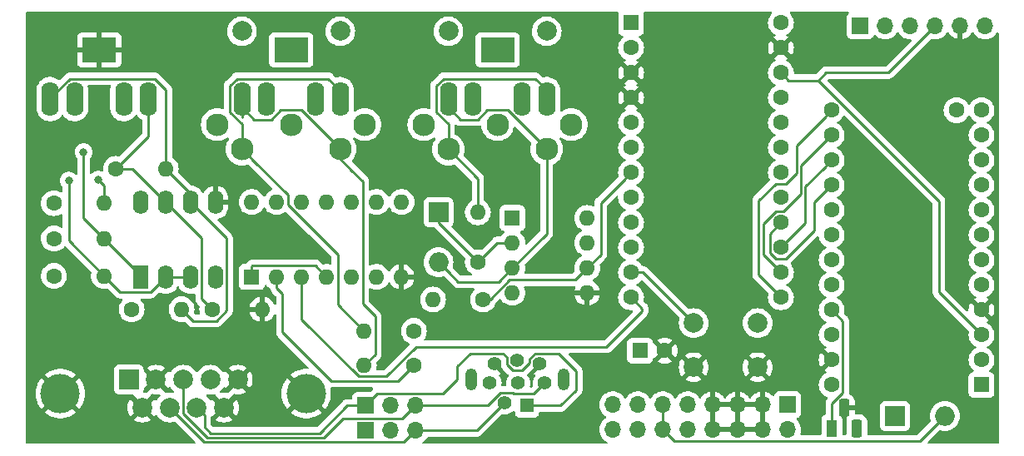
<source format=gtl>
G04 #@! TF.GenerationSoftware,KiCad,Pcbnew,6.0.5*
G04 #@! TF.CreationDate,2022-08-11T19:52:30+02:00*
G04 #@! TF.ProjectId,_transcribe_,5f747261-6e73-4637-9269-62655f2e6b69,v0_1*
G04 #@! TF.SameCoordinates,Original*
G04 #@! TF.FileFunction,Copper,L1,Top*
G04 #@! TF.FilePolarity,Positive*
%FSLAX46Y46*%
G04 Gerber Fmt 4.6, Leading zero omitted, Abs format (unit mm)*
G04 Created by KiCad (PCBNEW 6.0.5) date 2022-08-11 19:52:30*
%MOMM*%
%LPD*%
G01*
G04 APERTURE LIST*
G04 Aperture macros list*
%AMRoundRect*
0 Rectangle with rounded corners*
0 $1 Rounding radius*
0 $2 $3 $4 $5 $6 $7 $8 $9 X,Y pos of 4 corners*
0 Add a 4 corners polygon primitive as box body*
4,1,4,$2,$3,$4,$5,$6,$7,$8,$9,$2,$3,0*
0 Add four circle primitives for the rounded corners*
1,1,$1+$1,$2,$3*
1,1,$1+$1,$4,$5*
1,1,$1+$1,$6,$7*
1,1,$1+$1,$8,$9*
0 Add four rect primitives between the rounded corners*
20,1,$1+$1,$2,$3,$4,$5,0*
20,1,$1+$1,$4,$5,$6,$7,0*
20,1,$1+$1,$6,$7,$8,$9,0*
20,1,$1+$1,$8,$9,$2,$3,0*%
G04 Aperture macros list end*
G04 #@! TA.AperFunction,ComponentPad*
%ADD10R,1.408000X1.408000*%
G04 #@! TD*
G04 #@! TA.AperFunction,ComponentPad*
%ADD11C,1.408000*%
G04 #@! TD*
G04 #@! TA.AperFunction,ComponentPad*
%ADD12O,1.230000X2.230000*%
G04 #@! TD*
G04 #@! TA.AperFunction,ComponentPad*
%ADD13R,1.600000X1.600000*%
G04 #@! TD*
G04 #@! TA.AperFunction,ComponentPad*
%ADD14O,1.600000X1.600000*%
G04 #@! TD*
G04 #@! TA.AperFunction,ComponentPad*
%ADD15C,1.600000*%
G04 #@! TD*
G04 #@! TA.AperFunction,ComponentPad*
%ADD16R,2.000000X2.000000*%
G04 #@! TD*
G04 #@! TA.AperFunction,ComponentPad*
%ADD17O,2.000000X2.000000*%
G04 #@! TD*
G04 #@! TA.AperFunction,ComponentPad*
%ADD18R,1.700000X1.700000*%
G04 #@! TD*
G04 #@! TA.AperFunction,ComponentPad*
%ADD19O,1.700000X1.700000*%
G04 #@! TD*
G04 #@! TA.AperFunction,ComponentPad*
%ADD20R,1.100000X1.800000*%
G04 #@! TD*
G04 #@! TA.AperFunction,ComponentPad*
%ADD21RoundRect,0.275000X-0.275000X-0.625000X0.275000X-0.625000X0.275000X0.625000X-0.275000X0.625000X0*%
G04 #@! TD*
G04 #@! TA.AperFunction,ComponentPad*
%ADD22O,1.750000X3.500000*%
G04 #@! TD*
G04 #@! TA.AperFunction,ComponentPad*
%ADD23R,3.500000X2.500000*%
G04 #@! TD*
G04 #@! TA.AperFunction,ComponentPad*
%ADD24C,4.000000*%
G04 #@! TD*
G04 #@! TA.AperFunction,ComponentPad*
%ADD25C,2.000000*%
G04 #@! TD*
G04 #@! TA.AperFunction,ComponentPad*
%ADD26C,2.300000*%
G04 #@! TD*
G04 #@! TA.AperFunction,ComponentPad*
%ADD27R,1.600000X2.400000*%
G04 #@! TD*
G04 #@! TA.AperFunction,ComponentPad*
%ADD28O,1.600000X2.400000*%
G04 #@! TD*
G04 #@! TA.AperFunction,ViaPad*
%ADD29C,0.800000*%
G04 #@! TD*
G04 #@! TA.AperFunction,Conductor*
%ADD30C,0.250000*%
G04 #@! TD*
G04 APERTURE END LIST*
D10*
X-238500000Y749400000D03*
D11*
X-240800000Y749700000D03*
X-236700000Y751700000D03*
X-239400000Y751700000D03*
X-242300000Y751700000D03*
X-237200000Y753700000D03*
X-239500000Y754000000D03*
X-241800000Y753700000D03*
D12*
X-244200000Y752100000D03*
X-234800000Y752100000D03*
D13*
X-240000000Y768500000D03*
D14*
X-240000000Y765960000D03*
X-240000000Y763420000D03*
X-240000000Y760880000D03*
X-232380000Y760880000D03*
X-232380000Y763420000D03*
X-232380000Y765960000D03*
X-232380000Y768500000D03*
D15*
X-242985000Y760200000D03*
D14*
X-248065000Y760200000D03*
D15*
X-250000000Y757000000D03*
D14*
X-255080000Y757000000D03*
D15*
X-250000000Y753500000D03*
D14*
X-255080000Y753500000D03*
D13*
X-266500000Y762500000D03*
D14*
X-263960000Y762500000D03*
X-261420000Y762500000D03*
X-258880000Y762500000D03*
X-256340000Y762500000D03*
X-253800000Y762500000D03*
X-251260000Y762500000D03*
X-251260000Y770120000D03*
X-253800000Y770120000D03*
X-256340000Y770120000D03*
X-258880000Y770120000D03*
X-261420000Y770120000D03*
X-263960000Y770120000D03*
X-266500000Y770120000D03*
D13*
X-227920000Y788370000D03*
D15*
X-227920000Y785830000D03*
X-227920000Y783290000D03*
X-227920000Y780750000D03*
X-227920000Y778210000D03*
X-227920000Y775670000D03*
X-227920000Y773130000D03*
X-227920000Y770590000D03*
X-227920000Y768050000D03*
X-227920000Y765510000D03*
X-227920000Y762970000D03*
X-227920000Y760430000D03*
X-212680000Y760430000D03*
X-212680000Y762970000D03*
X-212680000Y765510000D03*
X-212680000Y768050000D03*
X-212680000Y770590000D03*
X-212680000Y773130000D03*
X-212680000Y775670000D03*
X-212680000Y778210000D03*
X-212680000Y780750000D03*
X-212680000Y783290000D03*
X-212680000Y785830000D03*
X-212680000Y788370000D03*
D13*
X-192280000Y751530000D03*
D15*
X-192280000Y754070000D03*
X-192280000Y756610000D03*
X-192280000Y759150000D03*
X-192280000Y761690000D03*
X-192280000Y764230000D03*
X-192280000Y766770000D03*
X-192280000Y769310000D03*
X-192280000Y771850000D03*
X-192280000Y774390000D03*
X-192280000Y776930000D03*
X-192280000Y779470000D03*
X-207520000Y779470000D03*
X-207520000Y776930000D03*
X-207520000Y774390000D03*
X-207520000Y771850000D03*
X-207520000Y769310000D03*
X-207520000Y766770000D03*
X-207520000Y764230000D03*
X-207520000Y761690000D03*
X-207520000Y759150000D03*
X-207520000Y756610000D03*
X-207520000Y754070000D03*
X-207520000Y751530000D03*
X-194820000Y779470000D03*
D13*
X-227000000Y755000000D03*
D15*
X-224500000Y755000000D03*
D16*
X-247500000Y769080000D03*
D17*
X-247500000Y764000000D03*
D18*
X-212000000Y749500000D03*
D19*
X-212000000Y746960000D03*
X-214540000Y749500000D03*
X-214540000Y746960000D03*
X-217080000Y749500000D03*
X-217080000Y746960000D03*
X-219620000Y749500000D03*
X-219620000Y746960000D03*
X-222160000Y749500000D03*
X-222160000Y746960000D03*
X-224700000Y749500000D03*
X-224700000Y746960000D03*
X-227240000Y749500000D03*
X-227240000Y746960000D03*
X-229780000Y749500000D03*
X-229780000Y746960000D03*
D16*
X-201075000Y748350000D03*
D17*
X-195995000Y748350000D03*
D15*
X-243500000Y764000000D03*
D14*
X-243500000Y769080000D03*
D18*
X-204600000Y788050000D03*
D19*
X-202060000Y788050000D03*
X-199520000Y788050000D03*
X-196980000Y788050000D03*
X-194440000Y788050000D03*
X-191900000Y788050000D03*
D20*
X-207500000Y747100000D03*
D21*
X-206230000Y749170000D03*
X-204960000Y747100000D03*
D22*
X-277000000Y780590000D03*
X-279500000Y780590000D03*
D23*
X-282000000Y785596000D03*
D22*
X-287000000Y780590000D03*
X-284500000Y780590000D03*
D24*
X-260960000Y750630000D03*
X-285960000Y750630000D03*
D25*
X-267920000Y752050000D03*
X-270690000Y752050000D03*
X-273460000Y752050000D03*
X-276230000Y752050000D03*
D16*
X-279000000Y752050000D03*
D25*
X-269305000Y749210000D03*
X-272075000Y749210000D03*
X-274845000Y749210000D03*
X-277615000Y749210000D03*
D22*
X-236500000Y780590000D03*
X-239000000Y780590000D03*
D23*
X-241500000Y785596000D03*
D22*
X-246500000Y780590000D03*
X-244000000Y780590000D03*
D25*
X-246500000Y787500000D03*
X-236500000Y787500000D03*
D26*
X-249000000Y778000000D03*
X-241500000Y778000000D03*
X-234000000Y778000000D03*
X-246500000Y775500000D03*
X-236500000Y775500000D03*
D22*
X-257500000Y780590000D03*
X-260000000Y780590000D03*
D23*
X-262500000Y785596000D03*
D22*
X-267500000Y780590000D03*
X-265000000Y780590000D03*
D25*
X-267500000Y787500000D03*
X-257500000Y787500000D03*
D26*
X-270000000Y778000000D03*
X-262500000Y778000000D03*
X-255000000Y778000000D03*
X-267500000Y775500000D03*
X-257500000Y775500000D03*
D25*
X-215050000Y753300000D03*
X-221550000Y753300000D03*
X-221550000Y757800000D03*
X-215050000Y757800000D03*
D27*
X-277800000Y762475000D03*
D28*
X-275260000Y762475000D03*
X-272720000Y762475000D03*
X-270180000Y762475000D03*
X-270180000Y770095000D03*
X-272720000Y770095000D03*
X-275260000Y770095000D03*
X-277800000Y770095000D03*
D18*
X-254925000Y746875000D03*
D19*
X-252385000Y746875000D03*
X-249845000Y746875000D03*
D18*
X-254890000Y749435000D03*
D19*
X-252350000Y749435000D03*
X-249810000Y749435000D03*
D15*
X-270515000Y759200000D03*
D14*
X-265435000Y759200000D03*
D15*
X-286615000Y766400000D03*
D14*
X-281535000Y766400000D03*
D15*
X-286615000Y770000000D03*
D14*
X-281535000Y770000000D03*
D15*
X-278715000Y759200000D03*
D14*
X-273635000Y759200000D03*
D15*
X-286615000Y762600000D03*
D14*
X-281535000Y762600000D03*
D15*
X-280315000Y773500000D03*
D14*
X-275235000Y773500000D03*
D29*
X-283600000Y775200000D03*
X-285100000Y772300000D03*
X-282100000Y772400000D03*
D30*
X-239028511Y752971489D02*
X-238228511Y753771489D01*
X-240928511Y754728511D02*
X-240528511Y754328511D01*
X-244271489Y754728511D02*
X-240928511Y754728511D01*
X-233500000Y752900000D02*
X-233500000Y751000000D01*
X-238228511Y754196968D02*
X-237696968Y754728511D01*
X-240528511Y753573976D02*
X-239926024Y752971489D01*
X-239926024Y752971489D02*
X-239028511Y752971489D01*
X-240528511Y754328511D02*
X-240528511Y753573976D01*
X-245600000Y753400000D02*
X-244271489Y754728511D01*
X-245600000Y752100000D02*
X-245600000Y753400000D01*
X-247090489Y750609511D02*
X-245600000Y752100000D01*
X-253715489Y750609511D02*
X-247090489Y750609511D01*
X-238228511Y753771489D02*
X-238228511Y754196968D01*
X-254890000Y749435000D02*
X-253715489Y750609511D01*
X-237696968Y754728511D02*
X-235328511Y754728511D01*
X-235100000Y749400000D02*
X-238500000Y749400000D01*
X-235328511Y754728511D02*
X-233500000Y752900000D01*
X-233500000Y751000000D02*
X-235100000Y749400000D01*
X-243500000Y772500000D02*
X-246500000Y775500000D01*
X-246500000Y775500000D02*
X-246500000Y778017930D01*
X-247500000Y768000000D02*
X-243500000Y764000000D01*
X-243500000Y764000000D02*
X-241540000Y765960000D01*
X-250000000Y753500000D02*
X-251600000Y751900000D01*
X-251600000Y751900000D02*
X-258400000Y751900000D01*
X-263960000Y761368630D02*
X-263960000Y762500000D01*
X-258400000Y751900000D02*
X-263374999Y756874999D01*
X-263374999Y756874999D02*
X-263374999Y760783629D01*
X-263374999Y760783629D02*
X-263960000Y761368630D01*
X-249810000Y749435000D02*
X-242519535Y749435000D01*
X-242519535Y749435000D02*
X-241226024Y750728511D01*
X-241226024Y750728511D02*
X-239957022Y750728511D01*
X-239957022Y750728511D02*
X-239828511Y750600000D01*
X-239828511Y750600000D02*
X-237800000Y750600000D01*
X-237800000Y750600000D02*
X-236700000Y751700000D01*
X-249845000Y746875000D02*
X-243625000Y746875000D01*
X-243625000Y746875000D02*
X-240800000Y749700000D01*
X-242985000Y760200000D02*
X-242270300Y760200000D01*
X-233600000Y762200000D02*
X-232380000Y763420000D01*
X-242270300Y760200000D02*
X-240270300Y762200000D01*
X-240270300Y762200000D02*
X-233600000Y762200000D01*
X-240000000Y765960000D02*
X-241540000Y765960000D01*
X-247500000Y768000000D02*
X-247500000Y769080000D01*
X-242542929Y779475001D02*
X-243502940Y778514990D01*
X-236500000Y774500000D02*
X-236500000Y766920000D01*
X-240475001Y779475001D02*
X-242542929Y779475001D01*
X-243502940Y778514990D02*
X-245299990Y778514990D01*
X-236500000Y775500000D02*
X-240475001Y779475001D01*
X-245299990Y778514990D02*
X-246500000Y779715000D01*
X-240000000Y763420000D02*
X-241420000Y762000000D01*
X-245500000Y762000000D02*
X-246500001Y763000001D01*
X-241420000Y762000000D02*
X-245500000Y762000000D01*
X-246500000Y779715000D02*
X-246500000Y780590000D01*
X-236500000Y766920000D02*
X-240000000Y763420000D01*
X-246500001Y763000001D02*
X-247500000Y764000000D01*
X-246997060Y782665010D02*
X-237665010Y782665010D01*
X-237665010Y782665010D02*
X-236500000Y781500000D01*
X-246500000Y778017930D02*
X-247700010Y779217940D01*
X-247700010Y779217940D02*
X-247700010Y781962060D01*
X-243500000Y769080000D02*
X-243500000Y772500000D01*
X-247700010Y781962060D02*
X-246997060Y782665010D01*
X-236500000Y781500000D02*
X-236500000Y780590000D01*
X-268700010Y779217940D02*
X-268700010Y781962060D01*
X-257754999Y764789997D02*
X-262834999Y769869997D01*
X-257754999Y759674999D02*
X-257754999Y764789997D01*
X-267997060Y782665010D02*
X-258700010Y782665010D01*
X-267500000Y775500000D02*
X-267500000Y778017930D01*
X-267500000Y778017930D02*
X-268700010Y779217940D01*
X-258700010Y782665010D02*
X-257500000Y781465000D01*
X-255080000Y757000000D02*
X-257754999Y759674999D01*
X-257500000Y781465000D02*
X-257500000Y780590000D01*
X-262834999Y769869997D02*
X-262834999Y770834999D01*
X-262834999Y770834999D02*
X-266350001Y774350001D01*
X-268700010Y781962060D02*
X-267997060Y782665010D01*
X-266350001Y774350001D02*
X-267500000Y775500000D01*
X-255214999Y759749997D02*
X-255214999Y772214999D01*
X-266299990Y778514990D02*
X-267500000Y779715000D01*
X-253954999Y758489997D02*
X-255214999Y759749997D01*
X-263542929Y779475001D02*
X-264502940Y778514990D01*
X-261475001Y779475001D02*
X-263542929Y779475001D01*
X-264502940Y778514990D02*
X-266299990Y778514990D01*
X-267500000Y778715000D02*
X-267500000Y780590000D01*
X-267500000Y778715000D02*
X-267500000Y779590000D01*
X-255080000Y753500000D02*
X-253954999Y754625001D01*
X-253954999Y754625001D02*
X-253954999Y758489997D01*
X-267500000Y779715000D02*
X-267500000Y780590000D01*
X-256350001Y773350001D02*
X-257500000Y774500000D01*
X-257500000Y775500000D02*
X-261475001Y779475001D01*
X-255214999Y772214999D02*
X-256350001Y773350001D01*
X-231000000Y770050000D02*
X-228719999Y772330001D01*
X-232380000Y763420000D02*
X-231000000Y764800000D01*
X-228719999Y772330001D02*
X-227920000Y773130000D01*
X-231000000Y764800000D02*
X-231000000Y770050000D01*
X-226794999Y759304999D02*
X-227920000Y760430000D01*
X-261420000Y762500000D02*
X-261420000Y758174998D01*
X-252790003Y752374999D02*
X-249790003Y755374999D01*
X-230425001Y755374999D02*
X-226794999Y759005001D01*
X-255620001Y752374999D02*
X-252790003Y752374999D01*
X-226794999Y759005001D02*
X-226794999Y759304999D01*
X-249790003Y755374999D02*
X-230425001Y755374999D01*
X-261420000Y758174998D02*
X-255620001Y752374999D01*
X-208075000Y783290000D02*
X-208874999Y782490001D01*
X-211880001Y782490001D02*
X-208874999Y782490001D01*
X-212680000Y783290000D02*
X-211880001Y782490001D01*
X-196980000Y788050000D02*
X-201740000Y783290000D01*
X-208874999Y782490001D02*
X-196600000Y770215002D01*
X-196600000Y770215002D02*
X-196600000Y760930000D01*
X-196600000Y760930000D02*
X-192280000Y756610000D01*
X-201740000Y783290000D02*
X-208075000Y783290000D01*
X-278665000Y773500000D02*
X-280315000Y773500000D01*
X-275260000Y770095000D02*
X-271595480Y766430480D01*
X-275260000Y770095000D02*
X-278665000Y773500000D01*
X-271595480Y760280480D02*
X-270515000Y759200000D01*
X-280315000Y773500000D02*
X-277000000Y776815000D01*
X-271595480Y766430480D02*
X-271595480Y760280480D01*
X-277000000Y776815000D02*
X-277000000Y780590000D01*
X-269055480Y759069220D02*
X-270124700Y758000000D01*
X-287000000Y780661377D02*
X-284996857Y782664520D01*
X-272435000Y758000000D02*
X-273635000Y759200000D01*
X-275235000Y781535000D02*
X-275235000Y773500000D01*
X-276364520Y782664520D02*
X-275235000Y781535000D01*
X-272720000Y770985000D02*
X-275235000Y773500000D01*
X-284996857Y782664520D02*
X-276364520Y782664520D01*
X-287000000Y780590000D02*
X-287000000Y780661377D01*
X-272720000Y770095000D02*
X-272720000Y770985000D01*
X-270124700Y758000000D02*
X-272435000Y758000000D01*
X-272720000Y770095000D02*
X-269055480Y766430480D01*
X-269055480Y766430480D02*
X-269055480Y759069220D01*
X-213805001Y766924999D02*
X-213805001Y764969999D01*
X-213220001Y764384999D02*
X-212139999Y764384999D01*
X-209300000Y770070000D02*
X-207520000Y771850000D01*
X-212680000Y768050000D02*
X-213805001Y766924999D01*
X-213805001Y764969999D02*
X-213220001Y764384999D01*
X-209300000Y767224998D02*
X-209300000Y770070000D01*
X-212139999Y764384999D02*
X-209300000Y767224998D01*
X-210200000Y767990000D02*
X-210200000Y771710000D01*
X-210200000Y771710000D02*
X-208319999Y773590001D01*
X-212680000Y765510000D02*
X-210200000Y767990000D01*
X-208319999Y773590001D02*
X-207520000Y774390000D01*
X-214500000Y764790000D02*
X-212680000Y762970000D01*
X-207520000Y776930000D02*
X-210650010Y773799990D01*
X-214500000Y767895002D02*
X-214500000Y764790000D01*
X-213220001Y769175001D02*
X-214500000Y767895002D01*
X-212429997Y769175001D02*
X-213220001Y769175001D01*
X-210650010Y773799990D02*
X-210650010Y770954988D01*
X-210650010Y770954988D02*
X-212429997Y769175001D01*
X-214950009Y762700009D02*
X-214950009Y770274991D01*
X-214950009Y770274991D02*
X-213220001Y772004999D01*
X-212139999Y772004999D02*
X-211100020Y773044978D01*
X-212680000Y760430000D02*
X-214950009Y762700009D01*
X-208319999Y778670001D02*
X-207520000Y779470000D01*
X-211100020Y773044978D02*
X-211100020Y775889980D01*
X-213220001Y772004999D02*
X-212139999Y772004999D01*
X-211100020Y775889980D02*
X-208319999Y778670001D01*
X-257250489Y748049511D02*
X-259149991Y746150009D01*
X-259149991Y746150009D02*
X-271009130Y746150009D01*
X-273460000Y748600879D02*
X-273460000Y752050000D01*
X-249810000Y749435000D02*
X-251195489Y748049511D01*
X-271009130Y746150009D02*
X-273460000Y748600879D01*
X-251195489Y748049511D02*
X-257250489Y748049511D01*
X-206394999Y758024999D02*
X-206394999Y750753545D01*
X-207520000Y759150000D02*
X-206394999Y758024999D01*
X-207500000Y749648544D02*
X-207500000Y747500000D01*
X-206394999Y750753545D02*
X-207500000Y749648544D01*
X-258880000Y762500000D02*
X-260005001Y763625001D01*
X-260005001Y763625001D02*
X-266424999Y763625001D01*
X-266500000Y763550000D02*
X-266500000Y762500000D01*
X-266424999Y763625001D02*
X-266500000Y763550000D01*
X-283600000Y775200000D02*
X-283600000Y768465000D01*
X-277800000Y762665000D02*
X-281535000Y766400000D01*
X-277800000Y762475000D02*
X-277800000Y762665000D01*
X-283600000Y768465000D02*
X-281535000Y766400000D01*
X-285100000Y766165000D02*
X-281535000Y762600000D01*
X-272720000Y762475000D02*
X-275260000Y762475000D01*
X-275260000Y762475000D02*
X-276784511Y760950489D01*
X-285100000Y772300000D02*
X-285100000Y766165000D01*
X-279885489Y760950489D02*
X-281535000Y762600000D01*
X-276784511Y760950489D02*
X-279885489Y760950489D01*
X-281535000Y771835000D02*
X-281535000Y770000000D01*
X-282100000Y772400000D02*
X-281535000Y771835000D01*
X-271300000Y748435000D02*
X-272075000Y749210000D01*
X-256765000Y749435000D02*
X-259600471Y746599529D01*
X-271300000Y747199529D02*
X-271300000Y748435000D01*
X-254890000Y749435000D02*
X-256765000Y749435000D01*
X-270700000Y746599529D02*
X-271300000Y747199529D01*
X-259600471Y746599529D02*
X-270700000Y746599529D01*
X-251019511Y745700489D02*
X-271335489Y745700489D01*
X-271335489Y745700489D02*
X-274845000Y749210000D01*
X-249845000Y746875000D02*
X-251019511Y745700489D01*
X-198560001Y745784999D02*
X-195995000Y748350000D01*
X-224700000Y746960000D02*
X-223524999Y745784999D01*
X-223524999Y745784999D02*
X-198560001Y745784999D01*
X-224700000Y746960000D02*
X-224700000Y749500000D01*
X-221550000Y757800000D02*
X-226720000Y762970000D01*
X-226720000Y762970000D02*
X-227920000Y762970000D01*
G04 #@! TA.AperFunction,Conductor*
G36*
X-194243879Y788283998D02*
G01*
X-194197386Y788230342D01*
X-194186000Y788178000D01*
X-194186000Y786731483D01*
X-194181936Y786717641D01*
X-194168522Y786715607D01*
X-194161816Y786716466D01*
X-194151738Y786718608D01*
X-193947745Y786779809D01*
X-193938158Y786783567D01*
X-193746905Y786877261D01*
X-193738055Y786882536D01*
X-193564672Y787006208D01*
X-193556800Y787012861D01*
X-193405948Y787163188D01*
X-193399270Y787171035D01*
X-193271978Y787348181D01*
X-193270721Y787347278D01*
X-193223627Y787390638D01*
X-193153689Y787402855D01*
X-193088249Y787375322D01*
X-193060421Y787343489D01*
X-193000013Y787244912D01*
X-192853750Y787076062D01*
X-192681874Y786933368D01*
X-192489000Y786820662D01*
X-192484175Y786818820D01*
X-192484174Y786818819D01*
X-192469032Y786813037D01*
X-192280308Y786740970D01*
X-192275240Y786739939D01*
X-192275237Y786739938D01*
X-192180138Y786720590D01*
X-192061403Y786696433D01*
X-192056228Y786696243D01*
X-192056226Y786696243D01*
X-191843327Y786688436D01*
X-191843323Y786688436D01*
X-191838163Y786688247D01*
X-191833043Y786688903D01*
X-191833041Y786688903D01*
X-191621712Y786715975D01*
X-191621711Y786715975D01*
X-191616584Y786716632D01*
X-191611634Y786718117D01*
X-191407571Y786779339D01*
X-191407566Y786779341D01*
X-191402616Y786780826D01*
X-191202006Y786879104D01*
X-191020140Y787008827D01*
X-190991649Y787037218D01*
X-190876384Y787152082D01*
X-190861904Y787166511D01*
X-190836344Y787202081D01*
X-190808162Y787241301D01*
X-190736822Y787340581D01*
X-190680828Y787384229D01*
X-190610125Y787390675D01*
X-190547161Y787357872D01*
X-190511926Y787296236D01*
X-190508500Y787267055D01*
X-190508500Y745634500D01*
X-190528502Y745566379D01*
X-190582158Y745519886D01*
X-190634500Y745508500D01*
X-197636406Y745508500D01*
X-197704527Y745528502D01*
X-197751020Y745582158D01*
X-197761124Y745652432D01*
X-197731630Y745717012D01*
X-197725501Y745723595D01*
X-196573460Y746875636D01*
X-196511148Y746909662D01*
X-196454951Y746909060D01*
X-196236524Y746856620D01*
X-196236518Y746856619D01*
X-196231711Y746855465D01*
X-195995000Y746836835D01*
X-195758289Y746855465D01*
X-195753482Y746856619D01*
X-195753476Y746856620D01*
X-195607609Y746891640D01*
X-195527406Y746910895D01*
X-195522833Y746912789D01*
X-195312611Y746999865D01*
X-195312607Y746999867D01*
X-195308037Y747001760D01*
X-195303817Y747004346D01*
X-195109798Y747123241D01*
X-195109792Y747123245D01*
X-195105584Y747125824D01*
X-194925031Y747280031D01*
X-194770824Y747460584D01*
X-194768245Y747464792D01*
X-194768241Y747464798D01*
X-194649346Y747658817D01*
X-194646760Y747663037D01*
X-194632760Y747696835D01*
X-194557789Y747877833D01*
X-194557788Y747877835D01*
X-194555895Y747882406D01*
X-194519647Y748033389D01*
X-194501620Y748108476D01*
X-194501619Y748108482D01*
X-194500465Y748113289D01*
X-194481835Y748350000D01*
X-194500465Y748586711D01*
X-194501971Y748592988D01*
X-194543614Y748766438D01*
X-194555895Y748817594D01*
X-194567492Y748845592D01*
X-194644865Y749032389D01*
X-194644867Y749032393D01*
X-194646760Y749036963D01*
X-194724076Y749163131D01*
X-194768241Y749235202D01*
X-194768245Y749235208D01*
X-194770824Y749239416D01*
X-194925031Y749419969D01*
X-195105584Y749574176D01*
X-195109792Y749576755D01*
X-195109798Y749576759D01*
X-195303817Y749695654D01*
X-195308037Y749698240D01*
X-195312607Y749700133D01*
X-195312611Y749700135D01*
X-195522833Y749787211D01*
X-195522835Y749787212D01*
X-195527406Y749789105D01*
X-195607609Y749808360D01*
X-195753476Y749843380D01*
X-195753482Y749843381D01*
X-195758289Y749844535D01*
X-195995000Y749863165D01*
X-196231711Y749844535D01*
X-196236518Y749843381D01*
X-196236524Y749843380D01*
X-196382391Y749808360D01*
X-196462594Y749789105D01*
X-196467165Y749787212D01*
X-196467167Y749787211D01*
X-196677389Y749700135D01*
X-196677393Y749700133D01*
X-196681963Y749698240D01*
X-196686183Y749695654D01*
X-196880202Y749576759D01*
X-196880208Y749576755D01*
X-196884416Y749574176D01*
X-197064969Y749419969D01*
X-197219176Y749239416D01*
X-197221755Y749235208D01*
X-197221759Y749235202D01*
X-197265924Y749163131D01*
X-197343240Y749036963D01*
X-197345133Y749032393D01*
X-197345135Y749032389D01*
X-197422508Y748845592D01*
X-197434105Y748817594D01*
X-197446386Y748766438D01*
X-197488028Y748592988D01*
X-197489535Y748586711D01*
X-197508165Y748350000D01*
X-197489535Y748113289D01*
X-197488381Y748108482D01*
X-197488380Y748108476D01*
X-197435940Y747890050D01*
X-197439487Y747819142D01*
X-197469364Y747771541D01*
X-198785501Y746455404D01*
X-198847813Y746421378D01*
X-198874596Y746418499D01*
X-203775500Y746418499D01*
X-203843621Y746438501D01*
X-203890114Y746492157D01*
X-203901500Y746544499D01*
X-203901500Y747301866D01*
X-202583500Y747301866D01*
X-202576745Y747239684D01*
X-202525615Y747103295D01*
X-202438261Y746986739D01*
X-202321705Y746899385D01*
X-202185316Y746848255D01*
X-202123134Y746841500D01*
X-200026866Y746841500D01*
X-199964684Y746848255D01*
X-199828295Y746899385D01*
X-199711739Y746986739D01*
X-199624385Y747103295D01*
X-199573255Y747239684D01*
X-199566500Y747301866D01*
X-199566500Y749398134D01*
X-199573255Y749460316D01*
X-199624385Y749596705D01*
X-199711739Y749713261D01*
X-199828295Y749800615D01*
X-199964684Y749851745D01*
X-200026866Y749858500D01*
X-202123134Y749858500D01*
X-202185316Y749851745D01*
X-202321705Y749800615D01*
X-202438261Y749713261D01*
X-202525615Y749596705D01*
X-202576745Y749460316D01*
X-202583500Y749398134D01*
X-202583500Y747301866D01*
X-203901500Y747301866D01*
X-203901500Y747810992D01*
X-203901767Y747815623D01*
X-203941309Y747986895D01*
X-203994968Y748097896D01*
X-204014745Y748138807D01*
X-204014746Y748138809D01*
X-204017812Y748145151D01*
X-204127476Y748282524D01*
X-204264849Y748392188D01*
X-204275777Y748397471D01*
X-204396482Y748455821D01*
X-204423105Y748468691D01*
X-204594377Y748508233D01*
X-204599008Y748508500D01*
X-205046000Y748508500D01*
X-205114121Y748528502D01*
X-205160614Y748582158D01*
X-205172000Y748634500D01*
X-205172000Y748897885D01*
X-205176475Y748913124D01*
X-205177865Y748914329D01*
X-205185548Y748916000D01*
X-205957885Y748916000D01*
X-205973124Y748911525D01*
X-205974329Y748910135D01*
X-205976000Y748902452D01*
X-205976000Y748012909D01*
X-205979229Y747984565D01*
X-205984865Y747960152D01*
X-206018233Y747815623D01*
X-206018500Y747810992D01*
X-206018500Y746544499D01*
X-206038502Y746476378D01*
X-206092158Y746429885D01*
X-206144500Y746418499D01*
X-206315500Y746418499D01*
X-206383621Y746438501D01*
X-206430114Y746492157D01*
X-206441500Y746544499D01*
X-206441500Y748048134D01*
X-206446906Y748097896D01*
X-206447402Y748102466D01*
X-206447402Y748102468D01*
X-206448255Y748110316D01*
X-206451028Y748117715D01*
X-206475982Y748184278D01*
X-206484000Y748228507D01*
X-206484000Y749298000D01*
X-206463998Y749366121D01*
X-206410342Y749412614D01*
X-206358000Y749424000D01*
X-205190116Y749424000D01*
X-205174877Y749428475D01*
X-205173672Y749429865D01*
X-205172001Y749437548D01*
X-205172001Y749879122D01*
X-205172051Y749880851D01*
X-205173470Y749890771D01*
X-205210200Y750049867D01*
X-205214850Y750063070D01*
X-205285171Y750208535D01*
X-205292637Y750220391D01*
X-205393439Y750346665D01*
X-205403335Y750356561D01*
X-205529609Y750457363D01*
X-205541464Y750464829D01*
X-205693109Y750538137D01*
X-205745734Y750585793D01*
X-205764240Y750654336D01*
X-205763358Y750666276D01*
X-205761499Y750673515D01*
X-205761499Y750693776D01*
X-205759948Y750713487D01*
X-205759131Y750718642D01*
X-205756780Y750733488D01*
X-205760940Y750777499D01*
X-205761499Y750789356D01*
X-205761499Y757946231D01*
X-205760972Y757957414D01*
X-205759297Y757964907D01*
X-205761437Y758032998D01*
X-205761499Y758036955D01*
X-205761499Y758064855D01*
X-205762003Y758068846D01*
X-205762936Y758080688D01*
X-205763009Y758083028D01*
X-205764325Y758124888D01*
X-205766538Y758132506D01*
X-205769978Y758144347D01*
X-205773987Y758163706D01*
X-205774405Y758167012D01*
X-205776525Y758183796D01*
X-205779441Y758191162D01*
X-205779443Y758191168D01*
X-205792799Y758224901D01*
X-205796644Y758236131D01*
X-205806769Y758270982D01*
X-205806769Y758270983D01*
X-205808980Y758278592D01*
X-205816979Y758292118D01*
X-205819294Y758296033D01*
X-205827991Y758313786D01*
X-205832527Y758325241D01*
X-205835447Y758332616D01*
X-205861436Y758368387D01*
X-205867952Y758378307D01*
X-205868042Y758378459D01*
X-205890457Y758416361D01*
X-205904778Y758430682D01*
X-205917619Y758445716D01*
X-205924868Y758455693D01*
X-205929527Y758462106D01*
X-205963604Y758490297D01*
X-205972383Y758498287D01*
X-206210848Y758736752D01*
X-206244874Y758799064D01*
X-206243459Y758858459D01*
X-206227882Y758916591D01*
X-206227880Y758916602D01*
X-206226457Y758921913D01*
X-206206502Y759150000D01*
X-206226457Y759378087D01*
X-206232812Y759401805D01*
X-206284293Y759593933D01*
X-206284294Y759593935D01*
X-206285716Y759599243D01*
X-206291952Y759612616D01*
X-206380151Y759801762D01*
X-206380154Y759801767D01*
X-206382477Y759806749D01*
X-206498126Y759971913D01*
X-206510643Y759989789D01*
X-206510645Y759989792D01*
X-206513802Y759994300D01*
X-206675700Y760156198D01*
X-206680208Y760159355D01*
X-206680211Y760159357D01*
X-206773646Y760224781D01*
X-206863251Y760287523D01*
X-206868233Y760289846D01*
X-206868238Y760289849D01*
X-206902457Y760305805D01*
X-206955742Y760352722D01*
X-206975203Y760420999D01*
X-206954661Y760488959D01*
X-206902457Y760534195D01*
X-206868238Y760550151D01*
X-206868233Y760550154D01*
X-206863251Y760552477D01*
X-206732639Y760643933D01*
X-206680211Y760680643D01*
X-206680208Y760680645D01*
X-206675700Y760683802D01*
X-206513802Y760845700D01*
X-206476093Y760899553D01*
X-206449539Y760937477D01*
X-206382477Y761033251D01*
X-206380154Y761038233D01*
X-206380151Y761038238D01*
X-206288039Y761235775D01*
X-206288039Y761235776D01*
X-206285716Y761240757D01*
X-206283529Y761248917D01*
X-206227881Y761456598D01*
X-206227881Y761456600D01*
X-206226457Y761461913D01*
X-206206502Y761690000D01*
X-206226457Y761918087D01*
X-206230898Y761934661D01*
X-206284293Y762133933D01*
X-206284294Y762133935D01*
X-206285716Y762139243D01*
X-206296462Y762162288D01*
X-206380151Y762341762D01*
X-206380154Y762341767D01*
X-206382477Y762346749D01*
X-206457593Y762454026D01*
X-206510643Y762529789D01*
X-206510645Y762529792D01*
X-206513802Y762534300D01*
X-206675700Y762696198D01*
X-206680208Y762699355D01*
X-206680211Y762699357D01*
X-206776133Y762766522D01*
X-206863251Y762827523D01*
X-206868233Y762829846D01*
X-206868238Y762829849D01*
X-206902457Y762845805D01*
X-206955742Y762892722D01*
X-206975203Y762960999D01*
X-206954661Y763028959D01*
X-206902457Y763074195D01*
X-206868238Y763090151D01*
X-206868233Y763090154D01*
X-206863251Y763092477D01*
X-206728838Y763186594D01*
X-206680211Y763220643D01*
X-206680208Y763220645D01*
X-206675700Y763223802D01*
X-206513802Y763385700D01*
X-206496565Y763410316D01*
X-206432983Y763501121D01*
X-206382477Y763573251D01*
X-206380154Y763578233D01*
X-206380151Y763578238D01*
X-206288039Y763775775D01*
X-206288039Y763775776D01*
X-206285716Y763780757D01*
X-206282671Y763792119D01*
X-206227881Y763996598D01*
X-206227881Y763996600D01*
X-206226457Y764001913D01*
X-206206502Y764230000D01*
X-206226457Y764458087D01*
X-206230978Y764474959D01*
X-206284293Y764673933D01*
X-206284294Y764673935D01*
X-206285716Y764679243D01*
X-206291284Y764691183D01*
X-206380151Y764881762D01*
X-206380154Y764881767D01*
X-206382477Y764886749D01*
X-206486966Y765035975D01*
X-206510643Y765069789D01*
X-206510645Y765069792D01*
X-206513802Y765074300D01*
X-206675700Y765236198D01*
X-206680208Y765239355D01*
X-206680211Y765239357D01*
X-206776099Y765306498D01*
X-206863251Y765367523D01*
X-206868233Y765369846D01*
X-206868238Y765369849D01*
X-206902457Y765385805D01*
X-206955742Y765432722D01*
X-206975203Y765500999D01*
X-206954661Y765568959D01*
X-206902457Y765614195D01*
X-206868238Y765630151D01*
X-206868233Y765630154D01*
X-206863251Y765632477D01*
X-206758389Y765705902D01*
X-206680211Y765760643D01*
X-206680208Y765760645D01*
X-206675700Y765763802D01*
X-206513802Y765925700D01*
X-206492538Y765956067D01*
X-206435034Y766038192D01*
X-206382477Y766113251D01*
X-206380154Y766118233D01*
X-206380151Y766118238D01*
X-206288039Y766315775D01*
X-206288039Y766315776D01*
X-206285716Y766320757D01*
X-206275056Y766360538D01*
X-206227881Y766536598D01*
X-206227881Y766536600D01*
X-206226457Y766541913D01*
X-206206502Y766770000D01*
X-206226457Y766998087D01*
X-206233419Y767024071D01*
X-206284293Y767213933D01*
X-206284294Y767213935D01*
X-206285716Y767219243D01*
X-206297400Y767244300D01*
X-206380151Y767421762D01*
X-206380154Y767421767D01*
X-206382477Y767426749D01*
X-206484091Y767571869D01*
X-206510643Y767609789D01*
X-206510645Y767609792D01*
X-206513802Y767614300D01*
X-206675700Y767776198D01*
X-206680208Y767779355D01*
X-206680211Y767779357D01*
X-206771461Y767843251D01*
X-206863251Y767907523D01*
X-206868233Y767909846D01*
X-206868238Y767909849D01*
X-206902457Y767925805D01*
X-206955742Y767972722D01*
X-206975203Y768040999D01*
X-206954661Y768108959D01*
X-206902457Y768154195D01*
X-206868238Y768170151D01*
X-206868233Y768170154D01*
X-206863251Y768172477D01*
X-206730989Y768265088D01*
X-206680211Y768300643D01*
X-206680208Y768300645D01*
X-206675700Y768303802D01*
X-206513802Y768465700D01*
X-206491842Y768497061D01*
X-206398228Y768630757D01*
X-206382477Y768653251D01*
X-206380154Y768658233D01*
X-206380151Y768658238D01*
X-206288039Y768855775D01*
X-206288039Y768855776D01*
X-206285716Y768860757D01*
X-206279409Y768884293D01*
X-206227881Y769076598D01*
X-206227881Y769076600D01*
X-206226457Y769081913D01*
X-206206502Y769310000D01*
X-206226457Y769538087D01*
X-206235384Y769571402D01*
X-206284293Y769753933D01*
X-206284294Y769753935D01*
X-206285716Y769759243D01*
X-206301710Y769793543D01*
X-206380151Y769961762D01*
X-206380154Y769961767D01*
X-206382477Y769966749D01*
X-206491256Y770122101D01*
X-206510643Y770149789D01*
X-206510645Y770149792D01*
X-206513802Y770154300D01*
X-206675700Y770316198D01*
X-206680208Y770319355D01*
X-206680211Y770319357D01*
X-206768492Y770381172D01*
X-206863251Y770447523D01*
X-206868233Y770449846D01*
X-206868238Y770449849D01*
X-206902457Y770465805D01*
X-206955742Y770512722D01*
X-206975203Y770580999D01*
X-206954661Y770648959D01*
X-206902457Y770694195D01*
X-206868238Y770710151D01*
X-206868233Y770710154D01*
X-206863251Y770712477D01*
X-206720251Y770812607D01*
X-206680211Y770840643D01*
X-206680208Y770840645D01*
X-206675700Y770843802D01*
X-206513802Y771005700D01*
X-206382477Y771193251D01*
X-206380154Y771198233D01*
X-206380151Y771198238D01*
X-206288039Y771395775D01*
X-206288039Y771395776D01*
X-206285716Y771400757D01*
X-206282944Y771411100D01*
X-206227881Y771616598D01*
X-206227881Y771616600D01*
X-206226457Y771621913D01*
X-206206502Y771850000D01*
X-206226457Y772078087D01*
X-206231100Y772095414D01*
X-206284293Y772293933D01*
X-206284294Y772293935D01*
X-206285716Y772299243D01*
X-206311106Y772353693D01*
X-206380151Y772501762D01*
X-206380154Y772501767D01*
X-206382477Y772506749D01*
X-206474875Y772638707D01*
X-206510643Y772689789D01*
X-206510645Y772689792D01*
X-206513802Y772694300D01*
X-206675700Y772856198D01*
X-206680208Y772859355D01*
X-206680211Y772859357D01*
X-206791250Y772937107D01*
X-206863251Y772987523D01*
X-206868233Y772989846D01*
X-206868238Y772989849D01*
X-206902457Y773005805D01*
X-206955742Y773052722D01*
X-206975203Y773120999D01*
X-206954661Y773188959D01*
X-206902457Y773234195D01*
X-206868238Y773250151D01*
X-206868233Y773250154D01*
X-206863251Y773252477D01*
X-206720251Y773352607D01*
X-206680211Y773380643D01*
X-206680208Y773380645D01*
X-206675700Y773383802D01*
X-206513802Y773545700D01*
X-206382477Y773733251D01*
X-206380154Y773738233D01*
X-206380151Y773738238D01*
X-206288039Y773935775D01*
X-206288039Y773935776D01*
X-206285716Y773940757D01*
X-206274596Y773982255D01*
X-206227881Y774156598D01*
X-206227881Y774156600D01*
X-206226457Y774161913D01*
X-206206502Y774390000D01*
X-206226457Y774618087D01*
X-206238706Y774663802D01*
X-206284293Y774833933D01*
X-206284294Y774833935D01*
X-206285716Y774839243D01*
X-206288039Y774844225D01*
X-206380151Y775041762D01*
X-206380154Y775041767D01*
X-206382477Y775046749D01*
X-206489785Y775200000D01*
X-206510643Y775229789D01*
X-206510645Y775229792D01*
X-206513802Y775234300D01*
X-206675700Y775396198D01*
X-206680208Y775399355D01*
X-206680211Y775399357D01*
X-206758389Y775454098D01*
X-206863251Y775527523D01*
X-206868233Y775529846D01*
X-206868238Y775529849D01*
X-206902457Y775545805D01*
X-206955742Y775592722D01*
X-206975203Y775660999D01*
X-206954661Y775728959D01*
X-206902457Y775774195D01*
X-206868238Y775790151D01*
X-206868233Y775790154D01*
X-206863251Y775792477D01*
X-206739875Y775878866D01*
X-206680211Y775920643D01*
X-206680208Y775920645D01*
X-206675700Y775923802D01*
X-206513802Y776085700D01*
X-206382477Y776273251D01*
X-206380154Y776278233D01*
X-206380151Y776278238D01*
X-206288039Y776475775D01*
X-206288039Y776475776D01*
X-206285716Y776480757D01*
X-206281301Y776497232D01*
X-206227881Y776696598D01*
X-206227881Y776696600D01*
X-206226457Y776701913D01*
X-206206502Y776930000D01*
X-206226457Y777158087D01*
X-206238706Y777203802D01*
X-206284293Y777373933D01*
X-206284294Y777373935D01*
X-206285716Y777379243D01*
X-206333323Y777481338D01*
X-206380151Y777581762D01*
X-206380154Y777581767D01*
X-206382477Y777586749D01*
X-206500656Y777755526D01*
X-206510643Y777769789D01*
X-206510645Y777769792D01*
X-206513802Y777774300D01*
X-206675700Y777936198D01*
X-206680208Y777939355D01*
X-206680211Y777939357D01*
X-206806621Y778027870D01*
X-206863251Y778067523D01*
X-206868233Y778069846D01*
X-206868238Y778069849D01*
X-206902457Y778085805D01*
X-206955742Y778132722D01*
X-206975203Y778200999D01*
X-206954661Y778268959D01*
X-206902457Y778314195D01*
X-206868238Y778330151D01*
X-206868233Y778330154D01*
X-206863251Y778332477D01*
X-206726098Y778428513D01*
X-206680211Y778460643D01*
X-206680208Y778460645D01*
X-206675700Y778463802D01*
X-206513802Y778625700D01*
X-206479230Y778675073D01*
X-206385634Y778808743D01*
X-206382477Y778813251D01*
X-206380154Y778818232D01*
X-206380148Y778818243D01*
X-206366833Y778846798D01*
X-206319916Y778900082D01*
X-206251639Y778919543D01*
X-206183679Y778899001D01*
X-206163544Y778882642D01*
X-201716619Y774435716D01*
X-197270405Y769989502D01*
X-197236379Y769927190D01*
X-197233500Y769900407D01*
X-197233500Y761008767D01*
X-197234027Y760997584D01*
X-197235702Y760990091D01*
X-197235453Y760982165D01*
X-197235453Y760982164D01*
X-197233562Y760922014D01*
X-197233500Y760918055D01*
X-197233500Y760890144D01*
X-197233003Y760886210D01*
X-197233003Y760886209D01*
X-197232995Y760886144D01*
X-197232062Y760874307D01*
X-197230673Y760830111D01*
X-197225022Y760810661D01*
X-197221013Y760791300D01*
X-197219769Y760781457D01*
X-197218474Y760771203D01*
X-197215555Y760763832D01*
X-197215555Y760763830D01*
X-197202196Y760730088D01*
X-197198351Y760718858D01*
X-197186018Y760676407D01*
X-197181985Y760669588D01*
X-197181983Y760669583D01*
X-197175707Y760658972D01*
X-197167012Y760641224D01*
X-197159552Y760622383D01*
X-197154890Y760615967D01*
X-197154890Y760615966D01*
X-197133564Y760586613D01*
X-197127048Y760576693D01*
X-197112726Y760552477D01*
X-197104542Y760538638D01*
X-197090221Y760524317D01*
X-197077381Y760509284D01*
X-197065472Y760492893D01*
X-197043062Y760474354D01*
X-197031395Y760464702D01*
X-197022616Y760456712D01*
X-193589152Y757023248D01*
X-193555126Y756960936D01*
X-193556541Y756901541D01*
X-193572118Y756843409D01*
X-193572119Y756843402D01*
X-193573543Y756838087D01*
X-193593498Y756610000D01*
X-193573543Y756381913D01*
X-193572119Y756376600D01*
X-193572119Y756376598D01*
X-193536918Y756245229D01*
X-193514284Y756160757D01*
X-193511961Y756155776D01*
X-193511961Y756155775D01*
X-193419849Y755958238D01*
X-193419846Y755958233D01*
X-193417523Y755953251D01*
X-193356173Y755865634D01*
X-193303390Y755790253D01*
X-193286198Y755765700D01*
X-193124300Y755603802D01*
X-193119792Y755600645D01*
X-193119789Y755600643D01*
X-193041611Y755545902D01*
X-192936749Y755472477D01*
X-192931767Y755470154D01*
X-192931762Y755470151D01*
X-192897543Y755454195D01*
X-192844258Y755407278D01*
X-192824797Y755339001D01*
X-192845339Y755271041D01*
X-192897543Y755225805D01*
X-192931762Y755209849D01*
X-192931767Y755209846D01*
X-192936749Y755207523D01*
X-192993920Y755167491D01*
X-193119789Y755079357D01*
X-193119792Y755079355D01*
X-193124300Y755076198D01*
X-193286198Y754914300D01*
X-193289355Y754909792D01*
X-193289357Y754909789D01*
X-193316185Y754871474D01*
X-193417523Y754726749D01*
X-193419846Y754721767D01*
X-193419849Y754721762D01*
X-193504456Y754540320D01*
X-193514284Y754519243D01*
X-193515706Y754513935D01*
X-193515707Y754513933D01*
X-193571093Y754307231D01*
X-193573543Y754298087D01*
X-193593498Y754070000D01*
X-193573543Y753841913D01*
X-193572119Y753836600D01*
X-193572119Y753836598D01*
X-193517850Y753634067D01*
X-193514284Y753620757D01*
X-193511961Y753615776D01*
X-193511961Y753615775D01*
X-193419849Y753418238D01*
X-193419846Y753418233D01*
X-193417523Y753413251D01*
X-193352730Y753320717D01*
X-193289621Y753230589D01*
X-193286198Y753225700D01*
X-193124300Y753063802D01*
X-193119789Y753060643D01*
X-193115576Y753057108D01*
X-193116527Y753055974D01*
X-193076529Y753005929D01*
X-193069224Y752935310D01*
X-193101258Y752871951D01*
X-193162462Y752835970D01*
X-193179517Y752832918D01*
X-193190316Y752831745D01*
X-193326705Y752780615D01*
X-193443261Y752693261D01*
X-193530615Y752576705D01*
X-193581745Y752440316D01*
X-193588500Y752378134D01*
X-193588500Y750681866D01*
X-193581745Y750619684D01*
X-193530615Y750483295D01*
X-193443261Y750366739D01*
X-193326705Y750279385D01*
X-193190316Y750228255D01*
X-193128134Y750221500D01*
X-191431866Y750221500D01*
X-191369684Y750228255D01*
X-191233295Y750279385D01*
X-191116739Y750366739D01*
X-191029385Y750483295D01*
X-190978255Y750619684D01*
X-190971500Y750681866D01*
X-190971500Y752378134D01*
X-190978255Y752440316D01*
X-191029385Y752576705D01*
X-191116739Y752693261D01*
X-191233295Y752780615D01*
X-191369684Y752831745D01*
X-191380474Y752832917D01*
X-191382606Y752833803D01*
X-191385222Y752834425D01*
X-191385121Y752834848D01*
X-191446035Y752860155D01*
X-191486463Y752918517D01*
X-191488922Y752989471D01*
X-191452629Y753050490D01*
X-191443969Y753057489D01*
X-191440207Y753060646D01*
X-191435700Y753063802D01*
X-191273802Y753225700D01*
X-191270378Y753230589D01*
X-191207270Y753320717D01*
X-191142477Y753413251D01*
X-191140154Y753418233D01*
X-191140151Y753418238D01*
X-191048039Y753615775D01*
X-191048039Y753615776D01*
X-191045716Y753620757D01*
X-191042149Y753634067D01*
X-190987881Y753836598D01*
X-190987881Y753836600D01*
X-190986457Y753841913D01*
X-190966502Y754070000D01*
X-190986457Y754298087D01*
X-190988907Y754307231D01*
X-191044293Y754513933D01*
X-191044294Y754513935D01*
X-191045716Y754519243D01*
X-191055544Y754540320D01*
X-191140151Y754721762D01*
X-191140154Y754721767D01*
X-191142477Y754726749D01*
X-191243815Y754871474D01*
X-191270643Y754909789D01*
X-191270645Y754909792D01*
X-191273802Y754914300D01*
X-191435700Y755076198D01*
X-191440208Y755079355D01*
X-191440211Y755079357D01*
X-191566080Y755167491D01*
X-191623251Y755207523D01*
X-191628233Y755209846D01*
X-191628238Y755209849D01*
X-191662457Y755225805D01*
X-191715742Y755272722D01*
X-191735203Y755340999D01*
X-191714661Y755408959D01*
X-191662457Y755454195D01*
X-191628238Y755470151D01*
X-191628233Y755470154D01*
X-191623251Y755472477D01*
X-191518389Y755545902D01*
X-191440211Y755600643D01*
X-191440208Y755600645D01*
X-191435700Y755603802D01*
X-191273802Y755765700D01*
X-191256609Y755790253D01*
X-191203827Y755865634D01*
X-191142477Y755953251D01*
X-191140154Y755958233D01*
X-191140151Y755958238D01*
X-191048039Y756155775D01*
X-191048039Y756155776D01*
X-191045716Y756160757D01*
X-191023081Y756245229D01*
X-190987881Y756376598D01*
X-190987881Y756376600D01*
X-190986457Y756381913D01*
X-190966502Y756610000D01*
X-190986457Y756838087D01*
X-190994208Y756867013D01*
X-191044293Y757053933D01*
X-191044294Y757053935D01*
X-191045716Y757059243D01*
X-191064954Y757100499D01*
X-191140151Y757261762D01*
X-191140154Y757261767D01*
X-191142477Y757266749D01*
X-191234941Y757398801D01*
X-191270643Y757449789D01*
X-191270645Y757449792D01*
X-191273802Y757454300D01*
X-191435700Y757616198D01*
X-191440208Y757619355D01*
X-191440211Y757619357D01*
X-191518389Y757674098D01*
X-191623251Y757747523D01*
X-191628233Y757749846D01*
X-191628238Y757749849D01*
X-191663049Y757766081D01*
X-191716334Y757812998D01*
X-191735795Y757881275D01*
X-191715253Y757949235D01*
X-191663049Y757994471D01*
X-191628489Y758010586D01*
X-191618994Y758016069D01*
X-191566952Y758052509D01*
X-191558576Y758062988D01*
X-191565644Y758076434D01*
X-192638078Y759148868D01*
X-191915592Y759148868D01*
X-191915461Y759147035D01*
X-191911210Y759140420D01*
X-191205713Y758434923D01*
X-191193938Y758428493D01*
X-191181923Y758437789D01*
X-191146069Y758488994D01*
X-191140586Y758498489D01*
X-191048510Y758695947D01*
X-191044764Y758706239D01*
X-190988375Y758916688D01*
X-190986472Y758927481D01*
X-190967483Y759144525D01*
X-190967483Y759155475D01*
X-190986472Y759372519D01*
X-190988375Y759383312D01*
X-191044764Y759593761D01*
X-191048510Y759604053D01*
X-191140586Y759801511D01*
X-191146069Y759811006D01*
X-191182509Y759863048D01*
X-191192988Y759871424D01*
X-191206434Y759864356D01*
X-191907978Y759162812D01*
X-191915592Y759148868D01*
X-192638078Y759148868D01*
X-193354287Y759865077D01*
X-193366062Y759871507D01*
X-193378077Y759862211D01*
X-193413931Y759811006D01*
X-193419414Y759801511D01*
X-193511490Y759604053D01*
X-193515236Y759593761D01*
X-193571625Y759383312D01*
X-193573528Y759372519D01*
X-193592517Y759155475D01*
X-193592517Y759144525D01*
X-193591423Y759132020D01*
X-193605412Y759062416D01*
X-193654812Y759011423D01*
X-193723938Y758995233D01*
X-193790843Y759018986D01*
X-193806039Y759031944D01*
X-195929595Y761155500D01*
X-195963621Y761217812D01*
X-195966500Y761244595D01*
X-195966500Y770136235D01*
X-195965973Y770147418D01*
X-195964298Y770154911D01*
X-195965643Y770197715D01*
X-195966438Y770222988D01*
X-195966500Y770226947D01*
X-195966500Y770254858D01*
X-195967005Y770258858D01*
X-195967938Y770270701D01*
X-195969078Y770306972D01*
X-195969327Y770314891D01*
X-195974979Y770334345D01*
X-195978987Y770353702D01*
X-195980532Y770365932D01*
X-195980532Y770365933D01*
X-195981526Y770373799D01*
X-195991047Y770397847D01*
X-195997804Y770414914D01*
X-196001649Y770426144D01*
X-196011771Y770460985D01*
X-196011771Y770460986D01*
X-196013982Y770468595D01*
X-196018015Y770475414D01*
X-196018017Y770475419D01*
X-196024293Y770486030D01*
X-196032988Y770503778D01*
X-196040448Y770522619D01*
X-196055422Y770543230D01*
X-196066436Y770558389D01*
X-196072952Y770568309D01*
X-196091420Y770599537D01*
X-196091422Y770599540D01*
X-196095458Y770606364D01*
X-196109779Y770620685D01*
X-196122620Y770635719D01*
X-196129869Y770645696D01*
X-196134528Y770652109D01*
X-196168605Y770680300D01*
X-196177384Y770688290D01*
X-204959094Y779470000D01*
X-196133498Y779470000D01*
X-196113543Y779241913D01*
X-196112120Y779236602D01*
X-196112119Y779236598D01*
X-196096540Y779178459D01*
X-196054284Y779020757D01*
X-196051961Y779015776D01*
X-196051961Y779015775D01*
X-195959849Y778818238D01*
X-195959846Y778818233D01*
X-195957523Y778813251D01*
X-195954366Y778808743D01*
X-195860769Y778675073D01*
X-195826198Y778625700D01*
X-195664300Y778463802D01*
X-195659792Y778460645D01*
X-195659789Y778460643D01*
X-195613902Y778428513D01*
X-195476749Y778332477D01*
X-195471767Y778330154D01*
X-195471762Y778330151D01*
X-195274225Y778238039D01*
X-195269243Y778235716D01*
X-195263935Y778234294D01*
X-195263933Y778234293D01*
X-195053402Y778177881D01*
X-195053400Y778177881D01*
X-195048087Y778176457D01*
X-194820000Y778156502D01*
X-194591913Y778176457D01*
X-194586600Y778177881D01*
X-194586598Y778177881D01*
X-194376067Y778234293D01*
X-194376065Y778234294D01*
X-194370757Y778235716D01*
X-194365775Y778238039D01*
X-194168238Y778330151D01*
X-194168233Y778330154D01*
X-194163251Y778332477D01*
X-194026098Y778428513D01*
X-193980211Y778460643D01*
X-193980208Y778460645D01*
X-193975700Y778463802D01*
X-193813802Y778625700D01*
X-193779230Y778675073D01*
X-193685634Y778808743D01*
X-193682477Y778813251D01*
X-193680154Y778818233D01*
X-193680151Y778818238D01*
X-193664195Y778852457D01*
X-193617278Y778905742D01*
X-193549001Y778925203D01*
X-193481041Y778904661D01*
X-193435805Y778852457D01*
X-193419849Y778818238D01*
X-193419846Y778818233D01*
X-193417523Y778813251D01*
X-193414366Y778808743D01*
X-193320769Y778675073D01*
X-193286198Y778625700D01*
X-193124300Y778463802D01*
X-193119792Y778460645D01*
X-193119789Y778460643D01*
X-193073902Y778428513D01*
X-192936749Y778332477D01*
X-192931767Y778330154D01*
X-192931762Y778330151D01*
X-192897543Y778314195D01*
X-192844258Y778267278D01*
X-192824797Y778199001D01*
X-192845339Y778131041D01*
X-192897543Y778085805D01*
X-192931762Y778069849D01*
X-192931767Y778069846D01*
X-192936749Y778067523D01*
X-192993379Y778027870D01*
X-193119789Y777939357D01*
X-193119792Y777939355D01*
X-193124300Y777936198D01*
X-193286198Y777774300D01*
X-193289355Y777769792D01*
X-193289357Y777769789D01*
X-193299344Y777755526D01*
X-193417523Y777586749D01*
X-193419846Y777581767D01*
X-193419849Y777581762D01*
X-193466677Y777481338D01*
X-193514284Y777379243D01*
X-193515706Y777373935D01*
X-193515707Y777373933D01*
X-193561294Y777203802D01*
X-193573543Y777158087D01*
X-193593498Y776930000D01*
X-193573543Y776701913D01*
X-193572119Y776696600D01*
X-193572119Y776696598D01*
X-193518698Y776497232D01*
X-193514284Y776480757D01*
X-193511961Y776475776D01*
X-193511961Y776475775D01*
X-193419849Y776278238D01*
X-193419846Y776278233D01*
X-193417523Y776273251D01*
X-193286198Y776085700D01*
X-193124300Y775923802D01*
X-193119792Y775920645D01*
X-193119789Y775920643D01*
X-193060125Y775878866D01*
X-192936749Y775792477D01*
X-192931767Y775790154D01*
X-192931762Y775790151D01*
X-192897543Y775774195D01*
X-192844258Y775727278D01*
X-192824797Y775659001D01*
X-192845339Y775591041D01*
X-192897543Y775545805D01*
X-192931762Y775529849D01*
X-192931767Y775529846D01*
X-192936749Y775527523D01*
X-193041611Y775454098D01*
X-193119789Y775399357D01*
X-193119792Y775399355D01*
X-193124300Y775396198D01*
X-193286198Y775234300D01*
X-193289355Y775229792D01*
X-193289357Y775229789D01*
X-193310215Y775200000D01*
X-193417523Y775046749D01*
X-193419846Y775041767D01*
X-193419849Y775041762D01*
X-193511961Y774844225D01*
X-193514284Y774839243D01*
X-193515706Y774833935D01*
X-193515707Y774833933D01*
X-193561294Y774663802D01*
X-193573543Y774618087D01*
X-193593498Y774390000D01*
X-193573543Y774161913D01*
X-193572119Y774156600D01*
X-193572119Y774156598D01*
X-193525403Y773982255D01*
X-193514284Y773940757D01*
X-193511961Y773935776D01*
X-193511961Y773935775D01*
X-193419849Y773738238D01*
X-193419846Y773738233D01*
X-193417523Y773733251D01*
X-193286198Y773545700D01*
X-193124300Y773383802D01*
X-193119792Y773380645D01*
X-193119789Y773380643D01*
X-193079749Y773352607D01*
X-192936749Y773252477D01*
X-192931767Y773250154D01*
X-192931762Y773250151D01*
X-192897543Y773234195D01*
X-192844258Y773187278D01*
X-192824797Y773119001D01*
X-192845339Y773051041D01*
X-192897543Y773005805D01*
X-192931762Y772989849D01*
X-192931767Y772989846D01*
X-192936749Y772987523D01*
X-193008750Y772937107D01*
X-193119789Y772859357D01*
X-193119792Y772859355D01*
X-193124300Y772856198D01*
X-193286198Y772694300D01*
X-193289355Y772689792D01*
X-193289357Y772689789D01*
X-193325125Y772638707D01*
X-193417523Y772506749D01*
X-193419846Y772501767D01*
X-193419849Y772501762D01*
X-193488894Y772353693D01*
X-193514284Y772299243D01*
X-193515706Y772293935D01*
X-193515707Y772293933D01*
X-193568900Y772095414D01*
X-193573543Y772078087D01*
X-193593498Y771850000D01*
X-193573543Y771621913D01*
X-193572119Y771616600D01*
X-193572119Y771616598D01*
X-193517055Y771411100D01*
X-193514284Y771400757D01*
X-193511961Y771395776D01*
X-193511961Y771395775D01*
X-193419849Y771198238D01*
X-193419846Y771198233D01*
X-193417523Y771193251D01*
X-193286198Y771005700D01*
X-193124300Y770843802D01*
X-193119792Y770840645D01*
X-193119789Y770840643D01*
X-193079749Y770812607D01*
X-192936749Y770712477D01*
X-192931767Y770710154D01*
X-192931762Y770710151D01*
X-192897543Y770694195D01*
X-192844258Y770647278D01*
X-192824797Y770579001D01*
X-192845339Y770511041D01*
X-192897543Y770465805D01*
X-192931762Y770449849D01*
X-192931767Y770449846D01*
X-192936749Y770447523D01*
X-193031508Y770381172D01*
X-193119789Y770319357D01*
X-193119792Y770319355D01*
X-193124300Y770316198D01*
X-193286198Y770154300D01*
X-193289355Y770149792D01*
X-193289357Y770149789D01*
X-193308744Y770122101D01*
X-193417523Y769966749D01*
X-193419846Y769961767D01*
X-193419849Y769961762D01*
X-193498290Y769793543D01*
X-193514284Y769759243D01*
X-193515706Y769753935D01*
X-193515707Y769753933D01*
X-193564616Y769571402D01*
X-193573543Y769538087D01*
X-193593498Y769310000D01*
X-193573543Y769081913D01*
X-193572119Y769076600D01*
X-193572119Y769076598D01*
X-193520590Y768884293D01*
X-193514284Y768860757D01*
X-193511961Y768855776D01*
X-193511961Y768855775D01*
X-193419849Y768658238D01*
X-193419846Y768658233D01*
X-193417523Y768653251D01*
X-193401772Y768630757D01*
X-193308157Y768497061D01*
X-193286198Y768465700D01*
X-193124300Y768303802D01*
X-193119792Y768300645D01*
X-193119789Y768300643D01*
X-193069011Y768265088D01*
X-192936749Y768172477D01*
X-192931767Y768170154D01*
X-192931762Y768170151D01*
X-192897543Y768154195D01*
X-192844258Y768107278D01*
X-192824797Y768039001D01*
X-192845339Y767971041D01*
X-192897543Y767925805D01*
X-192931762Y767909849D01*
X-192931767Y767909846D01*
X-192936749Y767907523D01*
X-193028539Y767843251D01*
X-193119789Y767779357D01*
X-193119792Y767779355D01*
X-193124300Y767776198D01*
X-193286198Y767614300D01*
X-193289355Y767609792D01*
X-193289357Y767609789D01*
X-193315909Y767571869D01*
X-193417523Y767426749D01*
X-193419846Y767421767D01*
X-193419849Y767421762D01*
X-193502600Y767244300D01*
X-193514284Y767219243D01*
X-193515706Y767213935D01*
X-193515707Y767213933D01*
X-193566581Y767024071D01*
X-193573543Y766998087D01*
X-193593498Y766770000D01*
X-193573543Y766541913D01*
X-193572119Y766536600D01*
X-193572119Y766536598D01*
X-193524943Y766360538D01*
X-193514284Y766320757D01*
X-193511961Y766315776D01*
X-193511961Y766315775D01*
X-193419849Y766118238D01*
X-193419846Y766118233D01*
X-193417523Y766113251D01*
X-193364966Y766038192D01*
X-193307461Y765956067D01*
X-193286198Y765925700D01*
X-193124300Y765763802D01*
X-193119792Y765760645D01*
X-193119789Y765760643D01*
X-193041611Y765705902D01*
X-192936749Y765632477D01*
X-192931767Y765630154D01*
X-192931762Y765630151D01*
X-192897543Y765614195D01*
X-192844258Y765567278D01*
X-192824797Y765499001D01*
X-192845339Y765431041D01*
X-192897543Y765385805D01*
X-192931762Y765369849D01*
X-192931767Y765369846D01*
X-192936749Y765367523D01*
X-193023901Y765306498D01*
X-193119789Y765239357D01*
X-193119792Y765239355D01*
X-193124300Y765236198D01*
X-193286198Y765074300D01*
X-193289355Y765069792D01*
X-193289357Y765069789D01*
X-193313034Y765035975D01*
X-193417523Y764886749D01*
X-193419846Y764881767D01*
X-193419849Y764881762D01*
X-193508716Y764691183D01*
X-193514284Y764679243D01*
X-193515706Y764673935D01*
X-193515707Y764673933D01*
X-193569022Y764474959D01*
X-193573543Y764458087D01*
X-193593498Y764230000D01*
X-193573543Y764001913D01*
X-193572119Y763996600D01*
X-193572119Y763996598D01*
X-193517328Y763792119D01*
X-193514284Y763780757D01*
X-193511961Y763775776D01*
X-193511961Y763775775D01*
X-193419849Y763578238D01*
X-193419846Y763578233D01*
X-193417523Y763573251D01*
X-193367017Y763501121D01*
X-193303434Y763410316D01*
X-193286198Y763385700D01*
X-193124300Y763223802D01*
X-193119792Y763220645D01*
X-193119789Y763220643D01*
X-193071162Y763186594D01*
X-192936749Y763092477D01*
X-192931767Y763090154D01*
X-192931762Y763090151D01*
X-192897543Y763074195D01*
X-192844258Y763027278D01*
X-192824797Y762959001D01*
X-192845339Y762891041D01*
X-192897543Y762845805D01*
X-192931762Y762829849D01*
X-192931767Y762829846D01*
X-192936749Y762827523D01*
X-193023867Y762766522D01*
X-193119789Y762699357D01*
X-193119792Y762699355D01*
X-193124300Y762696198D01*
X-193286198Y762534300D01*
X-193289355Y762529792D01*
X-193289357Y762529789D01*
X-193342407Y762454026D01*
X-193417523Y762346749D01*
X-193419846Y762341767D01*
X-193419849Y762341762D01*
X-193503538Y762162288D01*
X-193514284Y762139243D01*
X-193515706Y762133935D01*
X-193515707Y762133933D01*
X-193569102Y761934661D01*
X-193573543Y761918087D01*
X-193593498Y761690000D01*
X-193573543Y761461913D01*
X-193572119Y761456600D01*
X-193572119Y761456598D01*
X-193516470Y761248917D01*
X-193514284Y761240757D01*
X-193511961Y761235776D01*
X-193511961Y761235775D01*
X-193419849Y761038238D01*
X-193419846Y761038233D01*
X-193417523Y761033251D01*
X-193350461Y760937477D01*
X-193323906Y760899553D01*
X-193286198Y760845700D01*
X-193124300Y760683802D01*
X-193119792Y760680645D01*
X-193119789Y760680643D01*
X-193067361Y760643933D01*
X-192936749Y760552477D01*
X-192931767Y760550154D01*
X-192931762Y760550151D01*
X-192896951Y760533919D01*
X-192843666Y760487002D01*
X-192824205Y760418725D01*
X-192844747Y760350765D01*
X-192896951Y760305529D01*
X-192931511Y760289414D01*
X-192941006Y760283931D01*
X-192993048Y760247491D01*
X-193001424Y760237012D01*
X-192994356Y760223566D01*
X-192292812Y759522022D01*
X-192278868Y759514408D01*
X-192277035Y759514539D01*
X-192270420Y759518790D01*
X-191564923Y760224287D01*
X-191558493Y760236062D01*
X-191567789Y760248077D01*
X-191618994Y760283931D01*
X-191628489Y760289414D01*
X-191663049Y760305529D01*
X-191716334Y760352446D01*
X-191735795Y760420723D01*
X-191715253Y760488683D01*
X-191663049Y760533919D01*
X-191628238Y760550151D01*
X-191628233Y760550154D01*
X-191623251Y760552477D01*
X-191492639Y760643933D01*
X-191440211Y760680643D01*
X-191440208Y760680645D01*
X-191435700Y760683802D01*
X-191273802Y760845700D01*
X-191236093Y760899553D01*
X-191209539Y760937477D01*
X-191142477Y761033251D01*
X-191140154Y761038233D01*
X-191140151Y761038238D01*
X-191048039Y761235775D01*
X-191048039Y761235776D01*
X-191045716Y761240757D01*
X-191043529Y761248917D01*
X-190987881Y761456598D01*
X-190987881Y761456600D01*
X-190986457Y761461913D01*
X-190966502Y761690000D01*
X-190986457Y761918087D01*
X-190990898Y761934661D01*
X-191044293Y762133933D01*
X-191044294Y762133935D01*
X-191045716Y762139243D01*
X-191056462Y762162288D01*
X-191140151Y762341762D01*
X-191140154Y762341767D01*
X-191142477Y762346749D01*
X-191217593Y762454026D01*
X-191270643Y762529789D01*
X-191270645Y762529792D01*
X-191273802Y762534300D01*
X-191435700Y762696198D01*
X-191440208Y762699355D01*
X-191440211Y762699357D01*
X-191536133Y762766522D01*
X-191623251Y762827523D01*
X-191628233Y762829846D01*
X-191628238Y762829849D01*
X-191662457Y762845805D01*
X-191715742Y762892722D01*
X-191735203Y762960999D01*
X-191714661Y763028959D01*
X-191662457Y763074195D01*
X-191628238Y763090151D01*
X-191628233Y763090154D01*
X-191623251Y763092477D01*
X-191488838Y763186594D01*
X-191440211Y763220643D01*
X-191440208Y763220645D01*
X-191435700Y763223802D01*
X-191273802Y763385700D01*
X-191256565Y763410316D01*
X-191192983Y763501121D01*
X-191142477Y763573251D01*
X-191140154Y763578233D01*
X-191140151Y763578238D01*
X-191048039Y763775775D01*
X-191048039Y763775776D01*
X-191045716Y763780757D01*
X-191042671Y763792119D01*
X-190987881Y763996598D01*
X-190987881Y763996600D01*
X-190986457Y764001913D01*
X-190966502Y764230000D01*
X-190986457Y764458087D01*
X-190990978Y764474959D01*
X-191044293Y764673933D01*
X-191044294Y764673935D01*
X-191045716Y764679243D01*
X-191051284Y764691183D01*
X-191140151Y764881762D01*
X-191140154Y764881767D01*
X-191142477Y764886749D01*
X-191246966Y765035975D01*
X-191270643Y765069789D01*
X-191270645Y765069792D01*
X-191273802Y765074300D01*
X-191435700Y765236198D01*
X-191440208Y765239355D01*
X-191440211Y765239357D01*
X-191536099Y765306498D01*
X-191623251Y765367523D01*
X-191628233Y765369846D01*
X-191628238Y765369849D01*
X-191662457Y765385805D01*
X-191715742Y765432722D01*
X-191735203Y765500999D01*
X-191714661Y765568959D01*
X-191662457Y765614195D01*
X-191628238Y765630151D01*
X-191628233Y765630154D01*
X-191623251Y765632477D01*
X-191518389Y765705902D01*
X-191440211Y765760643D01*
X-191440208Y765760645D01*
X-191435700Y765763802D01*
X-191273802Y765925700D01*
X-191252538Y765956067D01*
X-191195034Y766038192D01*
X-191142477Y766113251D01*
X-191140154Y766118233D01*
X-191140151Y766118238D01*
X-191048039Y766315775D01*
X-191048039Y766315776D01*
X-191045716Y766320757D01*
X-191035056Y766360538D01*
X-190987881Y766536598D01*
X-190987881Y766536600D01*
X-190986457Y766541913D01*
X-190966502Y766770000D01*
X-190986457Y766998087D01*
X-190993419Y767024071D01*
X-191044293Y767213933D01*
X-191044294Y767213935D01*
X-191045716Y767219243D01*
X-191057400Y767244300D01*
X-191140151Y767421762D01*
X-191140154Y767421767D01*
X-191142477Y767426749D01*
X-191244091Y767571869D01*
X-191270643Y767609789D01*
X-191270645Y767609792D01*
X-191273802Y767614300D01*
X-191435700Y767776198D01*
X-191440208Y767779355D01*
X-191440211Y767779357D01*
X-191531461Y767843251D01*
X-191623251Y767907523D01*
X-191628233Y767909846D01*
X-191628238Y767909849D01*
X-191662457Y767925805D01*
X-191715742Y767972722D01*
X-191735203Y768040999D01*
X-191714661Y768108959D01*
X-191662457Y768154195D01*
X-191628238Y768170151D01*
X-191628233Y768170154D01*
X-191623251Y768172477D01*
X-191490989Y768265088D01*
X-191440211Y768300643D01*
X-191440208Y768300645D01*
X-191435700Y768303802D01*
X-191273802Y768465700D01*
X-191251842Y768497061D01*
X-191158228Y768630757D01*
X-191142477Y768653251D01*
X-191140154Y768658233D01*
X-191140151Y768658238D01*
X-191048039Y768855775D01*
X-191048039Y768855776D01*
X-191045716Y768860757D01*
X-191039409Y768884293D01*
X-190987881Y769076598D01*
X-190987881Y769076600D01*
X-190986457Y769081913D01*
X-190966502Y769310000D01*
X-190986457Y769538087D01*
X-190995384Y769571402D01*
X-191044293Y769753933D01*
X-191044294Y769753935D01*
X-191045716Y769759243D01*
X-191061710Y769793543D01*
X-191140151Y769961762D01*
X-191140154Y769961767D01*
X-191142477Y769966749D01*
X-191251256Y770122101D01*
X-191270643Y770149789D01*
X-191270645Y770149792D01*
X-191273802Y770154300D01*
X-191435700Y770316198D01*
X-191440208Y770319355D01*
X-191440211Y770319357D01*
X-191528492Y770381172D01*
X-191623251Y770447523D01*
X-191628233Y770449846D01*
X-191628238Y770449849D01*
X-191662457Y770465805D01*
X-191715742Y770512722D01*
X-191735203Y770580999D01*
X-191714661Y770648959D01*
X-191662457Y770694195D01*
X-191628238Y770710151D01*
X-191628233Y770710154D01*
X-191623251Y770712477D01*
X-191480251Y770812607D01*
X-191440211Y770840643D01*
X-191440208Y770840645D01*
X-191435700Y770843802D01*
X-191273802Y771005700D01*
X-191142477Y771193251D01*
X-191140154Y771198233D01*
X-191140151Y771198238D01*
X-191048039Y771395775D01*
X-191048039Y771395776D01*
X-191045716Y771400757D01*
X-191042944Y771411100D01*
X-190987881Y771616598D01*
X-190987881Y771616600D01*
X-190986457Y771621913D01*
X-190966502Y771850000D01*
X-190986457Y772078087D01*
X-190991100Y772095414D01*
X-191044293Y772293933D01*
X-191044294Y772293935D01*
X-191045716Y772299243D01*
X-191071106Y772353693D01*
X-191140151Y772501762D01*
X-191140154Y772501767D01*
X-191142477Y772506749D01*
X-191234875Y772638707D01*
X-191270643Y772689789D01*
X-191270645Y772689792D01*
X-191273802Y772694300D01*
X-191435700Y772856198D01*
X-191440208Y772859355D01*
X-191440211Y772859357D01*
X-191551250Y772937107D01*
X-191623251Y772987523D01*
X-191628233Y772989846D01*
X-191628238Y772989849D01*
X-191662457Y773005805D01*
X-191715742Y773052722D01*
X-191735203Y773120999D01*
X-191714661Y773188959D01*
X-191662457Y773234195D01*
X-191628238Y773250151D01*
X-191628233Y773250154D01*
X-191623251Y773252477D01*
X-191480251Y773352607D01*
X-191440211Y773380643D01*
X-191440208Y773380645D01*
X-191435700Y773383802D01*
X-191273802Y773545700D01*
X-191142477Y773733251D01*
X-191140154Y773738233D01*
X-191140151Y773738238D01*
X-191048039Y773935775D01*
X-191048039Y773935776D01*
X-191045716Y773940757D01*
X-191034596Y773982255D01*
X-190987881Y774156598D01*
X-190987881Y774156600D01*
X-190986457Y774161913D01*
X-190966502Y774390000D01*
X-190986457Y774618087D01*
X-190998706Y774663802D01*
X-191044293Y774833933D01*
X-191044294Y774833935D01*
X-191045716Y774839243D01*
X-191048039Y774844225D01*
X-191140151Y775041762D01*
X-191140154Y775041767D01*
X-191142477Y775046749D01*
X-191249785Y775200000D01*
X-191270643Y775229789D01*
X-191270645Y775229792D01*
X-191273802Y775234300D01*
X-191435700Y775396198D01*
X-191440208Y775399355D01*
X-191440211Y775399357D01*
X-191518389Y775454098D01*
X-191623251Y775527523D01*
X-191628233Y775529846D01*
X-191628238Y775529849D01*
X-191662457Y775545805D01*
X-191715742Y775592722D01*
X-191735203Y775660999D01*
X-191714661Y775728959D01*
X-191662457Y775774195D01*
X-191628238Y775790151D01*
X-191628233Y775790154D01*
X-191623251Y775792477D01*
X-191499875Y775878866D01*
X-191440211Y775920643D01*
X-191440208Y775920645D01*
X-191435700Y775923802D01*
X-191273802Y776085700D01*
X-191142477Y776273251D01*
X-191140154Y776278233D01*
X-191140151Y776278238D01*
X-191048039Y776475775D01*
X-191048039Y776475776D01*
X-191045716Y776480757D01*
X-191041301Y776497232D01*
X-190987881Y776696598D01*
X-190987881Y776696600D01*
X-190986457Y776701913D01*
X-190966502Y776930000D01*
X-190986457Y777158087D01*
X-190998706Y777203802D01*
X-191044293Y777373933D01*
X-191044294Y777373935D01*
X-191045716Y777379243D01*
X-191093323Y777481338D01*
X-191140151Y777581762D01*
X-191140154Y777581767D01*
X-191142477Y777586749D01*
X-191260656Y777755526D01*
X-191270643Y777769789D01*
X-191270645Y777769792D01*
X-191273802Y777774300D01*
X-191435700Y777936198D01*
X-191440208Y777939355D01*
X-191440211Y777939357D01*
X-191566621Y778027870D01*
X-191623251Y778067523D01*
X-191628233Y778069846D01*
X-191628238Y778069849D01*
X-191662457Y778085805D01*
X-191715742Y778132722D01*
X-191735203Y778200999D01*
X-191714661Y778268959D01*
X-191662457Y778314195D01*
X-191628238Y778330151D01*
X-191628233Y778330154D01*
X-191623251Y778332477D01*
X-191486098Y778428513D01*
X-191440211Y778460643D01*
X-191440208Y778460645D01*
X-191435700Y778463802D01*
X-191273802Y778625700D01*
X-191239230Y778675073D01*
X-191145634Y778808743D01*
X-191142477Y778813251D01*
X-191140154Y778818233D01*
X-191140151Y778818238D01*
X-191048039Y779015775D01*
X-191048039Y779015776D01*
X-191045716Y779020757D01*
X-191003459Y779178459D01*
X-190987881Y779236598D01*
X-190987880Y779236602D01*
X-190986457Y779241913D01*
X-190966502Y779470000D01*
X-190986457Y779698087D01*
X-190998706Y779743802D01*
X-191044293Y779913933D01*
X-191044294Y779913935D01*
X-191045716Y779919243D01*
X-191090273Y780014797D01*
X-191140151Y780121762D01*
X-191140154Y780121767D01*
X-191142477Y780126749D01*
X-191215902Y780231611D01*
X-191270643Y780309789D01*
X-191270645Y780309792D01*
X-191273802Y780314300D01*
X-191435700Y780476198D01*
X-191440208Y780479355D01*
X-191440211Y780479357D01*
X-191518389Y780534098D01*
X-191623251Y780607523D01*
X-191628233Y780609846D01*
X-191628238Y780609849D01*
X-191825775Y780701961D01*
X-191825776Y780701961D01*
X-191830757Y780704284D01*
X-191836065Y780705706D01*
X-191836067Y780705707D01*
X-192046598Y780762119D01*
X-192046600Y780762119D01*
X-192051913Y780763543D01*
X-192280000Y780783498D01*
X-192508087Y780763543D01*
X-192513400Y780762119D01*
X-192513402Y780762119D01*
X-192723933Y780705707D01*
X-192723935Y780705706D01*
X-192729243Y780704284D01*
X-192734224Y780701961D01*
X-192734225Y780701961D01*
X-192931762Y780609849D01*
X-192931767Y780609846D01*
X-192936749Y780607523D01*
X-193041611Y780534098D01*
X-193119789Y780479357D01*
X-193119792Y780479355D01*
X-193124300Y780476198D01*
X-193286198Y780314300D01*
X-193289355Y780309792D01*
X-193289357Y780309789D01*
X-193344098Y780231611D01*
X-193417523Y780126749D01*
X-193419846Y780121767D01*
X-193419849Y780121762D01*
X-193435805Y780087543D01*
X-193482722Y780034258D01*
X-193550999Y780014797D01*
X-193618959Y780035339D01*
X-193664195Y780087543D01*
X-193680151Y780121762D01*
X-193680154Y780121767D01*
X-193682477Y780126749D01*
X-193755902Y780231611D01*
X-193810643Y780309789D01*
X-193810645Y780309792D01*
X-193813802Y780314300D01*
X-193975700Y780476198D01*
X-193980208Y780479355D01*
X-193980211Y780479357D01*
X-194058389Y780534098D01*
X-194163251Y780607523D01*
X-194168233Y780609846D01*
X-194168238Y780609849D01*
X-194365775Y780701961D01*
X-194365776Y780701961D01*
X-194370757Y780704284D01*
X-194376065Y780705706D01*
X-194376067Y780705707D01*
X-194586598Y780762119D01*
X-194586600Y780762119D01*
X-194591913Y780763543D01*
X-194820000Y780783498D01*
X-195048087Y780763543D01*
X-195053400Y780762119D01*
X-195053402Y780762119D01*
X-195263933Y780705707D01*
X-195263935Y780705706D01*
X-195269243Y780704284D01*
X-195274224Y780701961D01*
X-195274225Y780701961D01*
X-195471762Y780609849D01*
X-195471767Y780609846D01*
X-195476749Y780607523D01*
X-195581611Y780534098D01*
X-195659789Y780479357D01*
X-195659792Y780479355D01*
X-195664300Y780476198D01*
X-195826198Y780314300D01*
X-195829355Y780309792D01*
X-195829357Y780309789D01*
X-195884098Y780231611D01*
X-195957523Y780126749D01*
X-195959846Y780121767D01*
X-195959849Y780121762D01*
X-196009727Y780014797D01*
X-196054284Y779919243D01*
X-196055706Y779913935D01*
X-196055707Y779913933D01*
X-196101294Y779743802D01*
X-196113543Y779698087D01*
X-196133498Y779470000D01*
X-204959094Y779470000D01*
X-207890000Y782400906D01*
X-207924026Y782463218D01*
X-207918961Y782534033D01*
X-207890000Y782579096D01*
X-207849501Y782619595D01*
X-207787189Y782653621D01*
X-207760406Y782656500D01*
X-201818767Y782656500D01*
X-201807584Y782655973D01*
X-201800091Y782654298D01*
X-201792165Y782654547D01*
X-201792164Y782654547D01*
X-201732014Y782656438D01*
X-201728055Y782656500D01*
X-201700144Y782656500D01*
X-201696209Y782656997D01*
X-201696144Y782657005D01*
X-201684307Y782657938D01*
X-201652049Y782658952D01*
X-201648030Y782659078D01*
X-201640111Y782659327D01*
X-201620657Y782664979D01*
X-201601300Y782668987D01*
X-201589070Y782670532D01*
X-201589069Y782670532D01*
X-201581203Y782671526D01*
X-201573832Y782674445D01*
X-201573830Y782674445D01*
X-201540088Y782687804D01*
X-201528858Y782691649D01*
X-201494017Y782701771D01*
X-201494016Y782701771D01*
X-201486407Y782703982D01*
X-201479588Y782708015D01*
X-201479583Y782708017D01*
X-201468972Y782714293D01*
X-201451224Y782722988D01*
X-201432383Y782730448D01*
X-201396613Y782756436D01*
X-201386693Y782762952D01*
X-201355465Y782781420D01*
X-201355462Y782781422D01*
X-201348638Y782785458D01*
X-201334317Y782799779D01*
X-201319283Y782812620D01*
X-201316662Y782814524D01*
X-201302893Y782824528D01*
X-201274702Y782858605D01*
X-201266712Y782867384D01*
X-197435451Y786698645D01*
X-197373139Y786732671D01*
X-197321238Y786733021D01*
X-197141403Y786696433D01*
X-197136228Y786696243D01*
X-197136226Y786696243D01*
X-196923327Y786688436D01*
X-196923323Y786688436D01*
X-196918163Y786688247D01*
X-196913043Y786688903D01*
X-196913041Y786688903D01*
X-196701712Y786715975D01*
X-196701711Y786715975D01*
X-196696584Y786716632D01*
X-196691634Y786718117D01*
X-196487571Y786779339D01*
X-196487566Y786779341D01*
X-196482616Y786780826D01*
X-196282006Y786879104D01*
X-196100140Y787008827D01*
X-196071649Y787037218D01*
X-195956384Y787152082D01*
X-195941904Y787166511D01*
X-195916344Y787202081D01*
X-195811547Y787347923D01*
X-195810360Y787347070D01*
X-195763040Y787390638D01*
X-195693103Y787402855D01*
X-195627662Y787375322D01*
X-195599834Y787343489D01*
X-195542306Y787249612D01*
X-195536223Y787241301D01*
X-195396787Y787080333D01*
X-195389420Y787073117D01*
X-195225566Y786937084D01*
X-195217119Y786931169D01*
X-195033244Y786823721D01*
X-195023958Y786819271D01*
X-194824999Y786743297D01*
X-194815101Y786740421D01*
X-194711750Y786719394D01*
X-194697701Y786720590D01*
X-194694000Y786730935D01*
X-194694000Y788178000D01*
X-194673998Y788246121D01*
X-194620342Y788292614D01*
X-194568000Y788304000D01*
X-194312000Y788304000D01*
X-194243879Y788283998D01*
G37*
G04 #@! TD.AperFunction*
G04 #@! TA.AperFunction,Conductor*
G36*
X-229256253Y789471498D02*
G01*
X-229209760Y789417842D01*
X-229199656Y789347568D01*
X-229206392Y789321270D01*
X-229221745Y789280316D01*
X-229228500Y789218134D01*
X-229228500Y787521866D01*
X-229221745Y787459684D01*
X-229170615Y787323295D01*
X-229083261Y787206739D01*
X-228966705Y787119385D01*
X-228830316Y787068255D01*
X-228819526Y787067083D01*
X-228817394Y787066197D01*
X-228814778Y787065575D01*
X-228814879Y787065152D01*
X-228753965Y787039845D01*
X-228713537Y786981483D01*
X-228711078Y786910529D01*
X-228747371Y786849510D01*
X-228756031Y786842511D01*
X-228759793Y786839354D01*
X-228764300Y786836198D01*
X-228926198Y786674300D01*
X-228929355Y786669792D01*
X-228929357Y786669789D01*
X-228967862Y786614798D01*
X-229057523Y786486749D01*
X-229059846Y786481767D01*
X-229059849Y786481762D01*
X-229083971Y786430031D01*
X-229154284Y786279243D01*
X-229155706Y786273935D01*
X-229155707Y786273933D01*
X-229176981Y786194539D01*
X-229213543Y786058087D01*
X-229233498Y785830000D01*
X-229213543Y785601913D01*
X-229212119Y785596600D01*
X-229212119Y785596598D01*
X-229174975Y785457978D01*
X-229154284Y785380757D01*
X-229151961Y785375776D01*
X-229151961Y785375775D01*
X-229059849Y785178238D01*
X-229059846Y785178233D01*
X-229057523Y785173251D01*
X-228926198Y784985700D01*
X-228764300Y784823802D01*
X-228759792Y784820645D01*
X-228759789Y784820643D01*
X-228681611Y784765902D01*
X-228576749Y784692477D01*
X-228571767Y784690154D01*
X-228571762Y784690151D01*
X-228536951Y784673919D01*
X-228483666Y784627002D01*
X-228464205Y784558725D01*
X-228484747Y784490765D01*
X-228536951Y784445529D01*
X-228571511Y784429414D01*
X-228581006Y784423931D01*
X-228633048Y784387491D01*
X-228641424Y784377012D01*
X-228634356Y784363566D01*
X-227932812Y783662022D01*
X-227918868Y783654408D01*
X-227917035Y783654539D01*
X-227910420Y783658790D01*
X-227204923Y784364287D01*
X-227198493Y784376062D01*
X-227207789Y784388077D01*
X-227258994Y784423931D01*
X-227268489Y784429414D01*
X-227303049Y784445529D01*
X-227356334Y784492446D01*
X-227375795Y784560723D01*
X-227355253Y784628683D01*
X-227303049Y784673919D01*
X-227268238Y784690151D01*
X-227268233Y784690154D01*
X-227263251Y784692477D01*
X-227158389Y784765902D01*
X-227080211Y784820643D01*
X-227080208Y784820645D01*
X-227075700Y784823802D01*
X-226913802Y784985700D01*
X-226782477Y785173251D01*
X-226780154Y785178233D01*
X-226780151Y785178238D01*
X-226688039Y785375775D01*
X-226688039Y785375776D01*
X-226685716Y785380757D01*
X-226665024Y785457978D01*
X-226627881Y785596598D01*
X-226627881Y785596600D01*
X-226626457Y785601913D01*
X-226606981Y785824525D01*
X-213992517Y785824525D01*
X-213973528Y785607481D01*
X-213971625Y785596688D01*
X-213915236Y785386239D01*
X-213911490Y785375947D01*
X-213819414Y785178489D01*
X-213813931Y785168994D01*
X-213777491Y785116952D01*
X-213767012Y785108576D01*
X-213753566Y785115644D01*
X-213052022Y785817188D01*
X-213045644Y785828868D01*
X-212315592Y785828868D01*
X-212315461Y785827035D01*
X-212311210Y785820420D01*
X-211605713Y785114923D01*
X-211593938Y785108493D01*
X-211581923Y785117789D01*
X-211546069Y785168994D01*
X-211540586Y785178489D01*
X-211448510Y785375947D01*
X-211444764Y785386239D01*
X-211388375Y785596688D01*
X-211386472Y785607481D01*
X-211367483Y785824525D01*
X-211367483Y785835475D01*
X-211386472Y786052519D01*
X-211388375Y786063312D01*
X-211444764Y786273761D01*
X-211448510Y786284053D01*
X-211540586Y786481511D01*
X-211546069Y786491006D01*
X-211582509Y786543048D01*
X-211592988Y786551424D01*
X-211606434Y786544356D01*
X-212307978Y785842812D01*
X-212315592Y785828868D01*
X-213045644Y785828868D01*
X-213044408Y785831132D01*
X-213044539Y785832965D01*
X-213048790Y785839580D01*
X-213754287Y786545077D01*
X-213766062Y786551507D01*
X-213778077Y786542211D01*
X-213813931Y786491006D01*
X-213819414Y786481511D01*
X-213911490Y786284053D01*
X-213915236Y786273761D01*
X-213971625Y786063312D01*
X-213973528Y786052519D01*
X-213992517Y785835475D01*
X-213992517Y785824525D01*
X-226606981Y785824525D01*
X-226606502Y785830000D01*
X-226626457Y786058087D01*
X-226663019Y786194539D01*
X-226684293Y786273933D01*
X-226684294Y786273935D01*
X-226685716Y786279243D01*
X-226756029Y786430031D01*
X-226780151Y786481762D01*
X-226780154Y786481767D01*
X-226782477Y786486749D01*
X-226872138Y786614798D01*
X-226910643Y786669789D01*
X-226910645Y786669792D01*
X-226913802Y786674300D01*
X-227075700Y786836198D01*
X-227080211Y786839357D01*
X-227084424Y786842892D01*
X-227083473Y786844026D01*
X-227123471Y786894071D01*
X-227130776Y786964690D01*
X-227098742Y787028049D01*
X-227037538Y787064030D01*
X-227020483Y787067082D01*
X-227009684Y787068255D01*
X-226873295Y787119385D01*
X-226756739Y787206739D01*
X-226669385Y787323295D01*
X-226618255Y787459684D01*
X-226611500Y787521866D01*
X-226611500Y789218134D01*
X-226618255Y789280316D01*
X-226633608Y789321270D01*
X-226638791Y789392078D01*
X-226604870Y789454447D01*
X-226542615Y789488576D01*
X-226515626Y789491500D01*
X-213713188Y789491500D01*
X-213645067Y789471498D01*
X-213598574Y789417842D01*
X-213588470Y789347568D01*
X-213617964Y789282988D01*
X-213624093Y789276405D01*
X-213686198Y789214300D01*
X-213689355Y789209792D01*
X-213689357Y789209789D01*
X-213704684Y789187899D01*
X-213817523Y789026749D01*
X-213819846Y789021767D01*
X-213819849Y789021762D01*
X-213910679Y788826975D01*
X-213914284Y788819243D01*
X-213915706Y788813935D01*
X-213915707Y788813933D01*
X-213947800Y788694160D01*
X-213973543Y788598087D01*
X-213993498Y788370000D01*
X-213973543Y788141913D01*
X-213972119Y788136600D01*
X-213972119Y788136598D01*
X-213928059Y787972167D01*
X-213914284Y787920757D01*
X-213911961Y787915776D01*
X-213911961Y787915775D01*
X-213819849Y787718238D01*
X-213819846Y787718233D01*
X-213817523Y787713251D01*
X-213686198Y787525700D01*
X-213524300Y787363802D01*
X-213519792Y787360645D01*
X-213519789Y787360643D01*
X-213491137Y787340581D01*
X-213336749Y787232477D01*
X-213331767Y787230154D01*
X-213331762Y787230151D01*
X-213296951Y787213919D01*
X-213243666Y787167002D01*
X-213224205Y787098725D01*
X-213244747Y787030765D01*
X-213296951Y786985529D01*
X-213331511Y786969414D01*
X-213341006Y786963931D01*
X-213393048Y786927491D01*
X-213401424Y786917012D01*
X-213394356Y786903566D01*
X-212692812Y786202022D01*
X-212678868Y786194408D01*
X-212677035Y786194539D01*
X-212670420Y786198790D01*
X-211964923Y786904287D01*
X-211958493Y786916062D01*
X-211967789Y786928077D01*
X-212018994Y786963931D01*
X-212028489Y786969414D01*
X-212063049Y786985529D01*
X-212116334Y787032446D01*
X-212135795Y787100723D01*
X-212115253Y787168683D01*
X-212063049Y787213919D01*
X-212028238Y787230151D01*
X-212028233Y787230154D01*
X-212023251Y787232477D01*
X-211868863Y787340581D01*
X-211840211Y787360643D01*
X-211840208Y787360645D01*
X-211835700Y787363802D01*
X-211673802Y787525700D01*
X-211542477Y787713251D01*
X-211540154Y787718233D01*
X-211540151Y787718238D01*
X-211448039Y787915775D01*
X-211448039Y787915776D01*
X-211445716Y787920757D01*
X-211431940Y787972167D01*
X-211387881Y788136598D01*
X-211387881Y788136600D01*
X-211386457Y788141913D01*
X-211366502Y788370000D01*
X-211386457Y788598087D01*
X-211412200Y788694160D01*
X-211444293Y788813933D01*
X-211444294Y788813935D01*
X-211445716Y788819243D01*
X-211449321Y788826975D01*
X-211540151Y789021762D01*
X-211540154Y789021767D01*
X-211542477Y789026749D01*
X-211655316Y789187899D01*
X-211670643Y789209789D01*
X-211670645Y789209792D01*
X-211673802Y789214300D01*
X-211735907Y789276405D01*
X-211769933Y789338717D01*
X-211764868Y789409532D01*
X-211722321Y789466368D01*
X-211655801Y789491179D01*
X-211646812Y789491500D01*
X-205886941Y789491500D01*
X-205818820Y789471498D01*
X-205772327Y789417842D01*
X-205762223Y789347568D01*
X-205791717Y789282988D01*
X-205800005Y789275266D01*
X-205799731Y789274992D01*
X-205806081Y789268642D01*
X-205813261Y789263261D01*
X-205900615Y789146705D01*
X-205951745Y789010316D01*
X-205958500Y788948134D01*
X-205958500Y787151866D01*
X-205951745Y787089684D01*
X-205900615Y786953295D01*
X-205813261Y786836739D01*
X-205696705Y786749385D01*
X-205560316Y786698255D01*
X-205498134Y786691500D01*
X-203701866Y786691500D01*
X-203639684Y786698255D01*
X-203503295Y786749385D01*
X-203386739Y786836739D01*
X-203299385Y786953295D01*
X-203277201Y787012471D01*
X-203255402Y787070618D01*
X-203212760Y787127382D01*
X-203146198Y787152082D01*
X-203076850Y787136874D01*
X-203042183Y787108886D01*
X-203013750Y787076062D01*
X-202841874Y786933368D01*
X-202649000Y786820662D01*
X-202644175Y786818820D01*
X-202644174Y786818819D01*
X-202629032Y786813037D01*
X-202440308Y786740970D01*
X-202435240Y786739939D01*
X-202435237Y786739938D01*
X-202340138Y786720590D01*
X-202221403Y786696433D01*
X-202216228Y786696243D01*
X-202216226Y786696243D01*
X-202003327Y786688436D01*
X-202003323Y786688436D01*
X-201998163Y786688247D01*
X-201993043Y786688903D01*
X-201993041Y786688903D01*
X-201781712Y786715975D01*
X-201781711Y786715975D01*
X-201776584Y786716632D01*
X-201771634Y786718117D01*
X-201567571Y786779339D01*
X-201567566Y786779341D01*
X-201562616Y786780826D01*
X-201362006Y786879104D01*
X-201180140Y787008827D01*
X-201151649Y787037218D01*
X-201036384Y787152082D01*
X-201021904Y787166511D01*
X-200996344Y787202081D01*
X-200891547Y787347923D01*
X-200890224Y787346972D01*
X-200843355Y787390143D01*
X-200773420Y787402375D01*
X-200707974Y787374856D01*
X-200680125Y787343006D01*
X-200620013Y787244912D01*
X-200473750Y787076062D01*
X-200301874Y786933368D01*
X-200109000Y786820662D01*
X-200104175Y786818820D01*
X-200104174Y786818819D01*
X-200089032Y786813037D01*
X-199900308Y786740970D01*
X-199895240Y786739939D01*
X-199895237Y786739938D01*
X-199800138Y786720590D01*
X-199681403Y786696433D01*
X-199676229Y786696243D01*
X-199676227Y786696243D01*
X-199614102Y786693965D01*
X-199534350Y786691041D01*
X-199467009Y786668557D01*
X-199422513Y786613233D01*
X-199414991Y786542636D01*
X-199449873Y786476031D01*
X-200747416Y785178489D01*
X-201965500Y783960405D01*
X-202027812Y783926379D01*
X-202054595Y783923500D01*
X-207996237Y783923500D01*
X-208007421Y783924027D01*
X-208014909Y783925701D01*
X-208022832Y783925452D01*
X-208082967Y783923562D01*
X-208086925Y783923500D01*
X-208114856Y783923500D01*
X-208118771Y783923005D01*
X-208118775Y783923005D01*
X-208118833Y783922997D01*
X-208118862Y783922994D01*
X-208130704Y783922061D01*
X-208174890Y783920673D01*
X-208192256Y783915628D01*
X-208194342Y783915022D01*
X-208213694Y783911014D01*
X-208225932Y783909468D01*
X-208225934Y783909467D01*
X-208233797Y783908474D01*
X-208274914Y783892194D01*
X-208286115Y783888359D01*
X-208328594Y783876018D01*
X-208335413Y783871985D01*
X-208335418Y783871983D01*
X-208346029Y783865707D01*
X-208363779Y783857010D01*
X-208382617Y783849552D01*
X-208389033Y783844891D01*
X-208389034Y783844890D01*
X-208418375Y783823572D01*
X-208428299Y783817053D01*
X-208459540Y783798578D01*
X-208459545Y783798574D01*
X-208466363Y783794542D01*
X-208480687Y783780218D01*
X-208495719Y783767379D01*
X-208512107Y783755472D01*
X-208530068Y783733761D01*
X-208540288Y783721407D01*
X-208548278Y783712627D01*
X-209100499Y783160406D01*
X-209162811Y783126380D01*
X-209189594Y783123501D01*
X-211243563Y783123501D01*
X-211311684Y783143503D01*
X-211358177Y783197159D01*
X-211369084Y783260481D01*
X-211366981Y783284522D01*
X-211366981Y783284525D01*
X-211366502Y783290000D01*
X-211386457Y783518087D01*
X-211423019Y783654539D01*
X-211444293Y783733933D01*
X-211444294Y783733935D01*
X-211445716Y783739243D01*
X-211455456Y783760130D01*
X-211540151Y783941762D01*
X-211540154Y783941767D01*
X-211542477Y783946749D01*
X-211649291Y784099295D01*
X-211670643Y784129789D01*
X-211670645Y784129792D01*
X-211673802Y784134300D01*
X-211835700Y784296198D01*
X-211840208Y784299355D01*
X-211840211Y784299357D01*
X-211966080Y784387491D01*
X-212023251Y784427523D01*
X-212028233Y784429846D01*
X-212028238Y784429849D01*
X-212063049Y784446081D01*
X-212116334Y784492998D01*
X-212135795Y784561275D01*
X-212115253Y784629235D01*
X-212063049Y784674471D01*
X-212028489Y784690586D01*
X-212018994Y784696069D01*
X-211966952Y784732509D01*
X-211958576Y784742988D01*
X-211965644Y784756434D01*
X-212667188Y785457978D01*
X-212681132Y785465592D01*
X-212682965Y785465461D01*
X-212689580Y785461210D01*
X-213395077Y784755713D01*
X-213401507Y784743938D01*
X-213392211Y784731923D01*
X-213341006Y784696069D01*
X-213331511Y784690586D01*
X-213296951Y784674471D01*
X-213243666Y784627554D01*
X-213224205Y784559277D01*
X-213244747Y784491317D01*
X-213296951Y784446081D01*
X-213331762Y784429849D01*
X-213331767Y784429846D01*
X-213336749Y784427523D01*
X-213393920Y784387491D01*
X-213519789Y784299357D01*
X-213519792Y784299355D01*
X-213524300Y784296198D01*
X-213686198Y784134300D01*
X-213689355Y784129792D01*
X-213689357Y784129789D01*
X-213710709Y784099295D01*
X-213817523Y783946749D01*
X-213819846Y783941767D01*
X-213819849Y783941762D01*
X-213904544Y783760130D01*
X-213914284Y783739243D01*
X-213915706Y783733935D01*
X-213915707Y783733933D01*
X-213936981Y783654539D01*
X-213973543Y783518087D01*
X-213993498Y783290000D01*
X-213973543Y783061913D01*
X-213972119Y783056600D01*
X-213972119Y783056598D01*
X-213919066Y782858605D01*
X-213914284Y782840757D01*
X-213911961Y782835776D01*
X-213911961Y782835775D01*
X-213819849Y782638238D01*
X-213819846Y782638233D01*
X-213817523Y782633251D01*
X-213814366Y782628743D01*
X-213698464Y782463218D01*
X-213686198Y782445700D01*
X-213524300Y782283802D01*
X-213519792Y782280645D01*
X-213519789Y782280643D01*
X-213518625Y782279828D01*
X-213336749Y782152477D01*
X-213331767Y782150154D01*
X-213331762Y782150151D01*
X-213297543Y782134195D01*
X-213244258Y782087278D01*
X-213224797Y782019001D01*
X-213245339Y781951041D01*
X-213297543Y781905805D01*
X-213331762Y781889849D01*
X-213331767Y781889846D01*
X-213336749Y781887523D01*
X-213440939Y781814568D01*
X-213519789Y781759357D01*
X-213519792Y781759355D01*
X-213524300Y781756198D01*
X-213686198Y781594300D01*
X-213689355Y781589792D01*
X-213689357Y781589789D01*
X-213719349Y781546956D01*
X-213817523Y781406749D01*
X-213819846Y781401767D01*
X-213819849Y781401762D01*
X-213819966Y781401511D01*
X-213914284Y781199243D01*
X-213915706Y781193935D01*
X-213915707Y781193933D01*
X-213936981Y781114539D01*
X-213973543Y780978087D01*
X-213993498Y780750000D01*
X-213973543Y780521913D01*
X-213972119Y780516600D01*
X-213972119Y780516598D01*
X-213934975Y780377978D01*
X-213914284Y780300757D01*
X-213911961Y780295776D01*
X-213911961Y780295775D01*
X-213819849Y780098238D01*
X-213819846Y780098233D01*
X-213817523Y780093251D01*
X-213772237Y780028576D01*
X-213699169Y779924225D01*
X-213686198Y779905700D01*
X-213524300Y779743802D01*
X-213519792Y779740645D01*
X-213519789Y779740643D01*
X-213451186Y779692607D01*
X-213336749Y779612477D01*
X-213331767Y779610154D01*
X-213331762Y779610151D01*
X-213297543Y779594195D01*
X-213244258Y779547278D01*
X-213224797Y779479001D01*
X-213245339Y779411041D01*
X-213297543Y779365805D01*
X-213331762Y779349849D01*
X-213331767Y779349846D01*
X-213336749Y779347523D01*
X-213441611Y779274098D01*
X-213519789Y779219357D01*
X-213519792Y779219355D01*
X-213524300Y779216198D01*
X-213686198Y779054300D01*
X-213689355Y779049792D01*
X-213689357Y779049789D01*
X-213737089Y778981621D01*
X-213817523Y778866749D01*
X-213819846Y778861767D01*
X-213819849Y778861762D01*
X-213908387Y778671890D01*
X-213914284Y778659243D01*
X-213915706Y778653935D01*
X-213915707Y778653933D01*
X-213966653Y778463802D01*
X-213973543Y778438087D01*
X-213993498Y778210000D01*
X-213973543Y777981913D01*
X-213972119Y777976600D01*
X-213972119Y777976598D01*
X-213945702Y777878011D01*
X-213914284Y777760757D01*
X-213911961Y777755776D01*
X-213911961Y777755775D01*
X-213819849Y777558238D01*
X-213819846Y777558233D01*
X-213817523Y777553251D01*
X-213814366Y777548743D01*
X-213699169Y777384225D01*
X-213686198Y777365700D01*
X-213524300Y777203802D01*
X-213519792Y777200645D01*
X-213519789Y777200643D01*
X-213451186Y777152607D01*
X-213336749Y777072477D01*
X-213331767Y777070154D01*
X-213331762Y777070151D01*
X-213297543Y777054195D01*
X-213244258Y777007278D01*
X-213224797Y776939001D01*
X-213245339Y776871041D01*
X-213297543Y776825805D01*
X-213331762Y776809849D01*
X-213331767Y776809846D01*
X-213336749Y776807523D01*
X-213383289Y776774935D01*
X-213519789Y776679357D01*
X-213519792Y776679355D01*
X-213524300Y776676198D01*
X-213686198Y776514300D01*
X-213689353Y776509794D01*
X-213689357Y776509789D01*
X-213714669Y776473639D01*
X-213817523Y776326749D01*
X-213819846Y776321767D01*
X-213819849Y776321762D01*
X-213878775Y776195393D01*
X-213914284Y776119243D01*
X-213915706Y776113935D01*
X-213915707Y776113933D01*
X-213966653Y775923802D01*
X-213973543Y775898087D01*
X-213993498Y775670000D01*
X-213973543Y775441913D01*
X-213972119Y775436600D01*
X-213972119Y775436598D01*
X-213919373Y775239751D01*
X-213914284Y775220757D01*
X-213911961Y775215776D01*
X-213911961Y775215775D01*
X-213819849Y775018238D01*
X-213819846Y775018233D01*
X-213817523Y775013251D01*
X-213767577Y774941921D01*
X-213692520Y774834729D01*
X-213686198Y774825700D01*
X-213524300Y774663802D01*
X-213519792Y774660645D01*
X-213519789Y774660643D01*
X-213456290Y774616181D01*
X-213336749Y774532477D01*
X-213331767Y774530154D01*
X-213331762Y774530151D01*
X-213297543Y774514195D01*
X-213244258Y774467278D01*
X-213224797Y774399001D01*
X-213245339Y774331041D01*
X-213297543Y774285805D01*
X-213331762Y774269849D01*
X-213331767Y774269846D01*
X-213336749Y774267523D01*
X-213365420Y774247447D01*
X-213519789Y774139357D01*
X-213519792Y774139355D01*
X-213524300Y774136198D01*
X-213686198Y773974300D01*
X-213689355Y773969792D01*
X-213689357Y773969789D01*
X-213737501Y773901032D01*
X-213817523Y773786749D01*
X-213819846Y773781767D01*
X-213819849Y773781762D01*
X-213847433Y773722607D01*
X-213914284Y773579243D01*
X-213915706Y773573935D01*
X-213915707Y773573933D01*
X-213966370Y773384858D01*
X-213973543Y773358087D01*
X-213993498Y773130000D01*
X-213973543Y772901913D01*
X-213972120Y772896602D01*
X-213972119Y772896598D01*
X-213931761Y772745983D01*
X-213914284Y772680757D01*
X-213911961Y772675776D01*
X-213911961Y772675775D01*
X-213819849Y772478238D01*
X-213819846Y772478233D01*
X-213817523Y772473251D01*
X-213814367Y772468743D01*
X-213814363Y772468737D01*
X-213808209Y772459949D01*
X-213785518Y772392676D01*
X-213802801Y772323815D01*
X-213822324Y772298580D01*
X-214587014Y771533891D01*
X-215342262Y770778643D01*
X-215350548Y770771103D01*
X-215357027Y770766991D01*
X-215362452Y770761214D01*
X-215403652Y770717340D01*
X-215406407Y770714498D01*
X-215426144Y770694761D01*
X-215428624Y770691564D01*
X-215436327Y770682544D01*
X-215466595Y770650312D01*
X-215470414Y770643366D01*
X-215470416Y770643363D01*
X-215476357Y770632557D01*
X-215487208Y770616038D01*
X-215499623Y770600032D01*
X-215502768Y770592763D01*
X-215502771Y770592759D01*
X-215517183Y770559454D01*
X-215522400Y770548804D01*
X-215543704Y770510051D01*
X-215545675Y770502376D01*
X-215545675Y770502375D01*
X-215548742Y770490429D01*
X-215555146Y770471725D01*
X-215559793Y770460985D01*
X-215563190Y770453136D01*
X-215564429Y770445313D01*
X-215564432Y770445303D01*
X-215570108Y770409467D01*
X-215572514Y770397847D01*
X-215576762Y770381301D01*
X-215583509Y770355021D01*
X-215583509Y770334767D01*
X-215585060Y770315057D01*
X-215588229Y770295048D01*
X-215584125Y770251638D01*
X-215584068Y770251030D01*
X-215583509Y770239172D01*
X-215583509Y762778776D01*
X-215584036Y762767593D01*
X-215585711Y762760100D01*
X-215585462Y762752174D01*
X-215585462Y762752173D01*
X-215583571Y762692023D01*
X-215583509Y762688064D01*
X-215583509Y762660153D01*
X-215583012Y762656219D01*
X-215583012Y762656218D01*
X-215583004Y762656153D01*
X-215582071Y762644316D01*
X-215580682Y762600120D01*
X-215575031Y762580670D01*
X-215571022Y762561309D01*
X-215568483Y762541212D01*
X-215565564Y762533841D01*
X-215565564Y762533839D01*
X-215552205Y762500097D01*
X-215548360Y762488867D01*
X-215536027Y762446416D01*
X-215531994Y762439597D01*
X-215531992Y762439592D01*
X-215525716Y762428981D01*
X-215517021Y762411233D01*
X-215509561Y762392392D01*
X-215504899Y762385976D01*
X-215504899Y762385975D01*
X-215483573Y762356622D01*
X-215477057Y762346702D01*
X-215460223Y762318238D01*
X-215454551Y762308647D01*
X-215440230Y762294326D01*
X-215427390Y762279293D01*
X-215415481Y762262902D01*
X-215409375Y762257851D01*
X-215381404Y762234711D01*
X-215372625Y762226721D01*
X-213989152Y760843248D01*
X-213955126Y760780936D01*
X-213956541Y760721541D01*
X-213972118Y760663409D01*
X-213972119Y760663402D01*
X-213973543Y760658087D01*
X-213993498Y760430000D01*
X-213973543Y760201913D01*
X-213972119Y760196600D01*
X-213972119Y760196598D01*
X-213930015Y760039467D01*
X-213914284Y759980757D01*
X-213911961Y759975776D01*
X-213911961Y759975775D01*
X-213819849Y759778238D01*
X-213819846Y759778233D01*
X-213817523Y759773251D01*
X-213773333Y759710141D01*
X-213690049Y759591200D01*
X-213686198Y759585700D01*
X-213524300Y759423802D01*
X-213519792Y759420645D01*
X-213519789Y759420643D01*
X-213443724Y759367382D01*
X-213336749Y759292477D01*
X-213331767Y759290154D01*
X-213331762Y759290151D01*
X-213138430Y759200000D01*
X-213129243Y759195716D01*
X-213123935Y759194294D01*
X-213123933Y759194293D01*
X-212913402Y759137881D01*
X-212913400Y759137881D01*
X-212908087Y759136457D01*
X-212680000Y759116502D01*
X-212451913Y759136457D01*
X-212446600Y759137881D01*
X-212446598Y759137881D01*
X-212236067Y759194293D01*
X-212236065Y759194294D01*
X-212230757Y759195716D01*
X-212221570Y759200000D01*
X-212028238Y759290151D01*
X-212028233Y759290154D01*
X-212023251Y759292477D01*
X-211916276Y759367382D01*
X-211840211Y759420643D01*
X-211840208Y759420645D01*
X-211835700Y759423802D01*
X-211673802Y759585700D01*
X-211669950Y759591200D01*
X-211586667Y759710141D01*
X-211542477Y759773251D01*
X-211540154Y759778233D01*
X-211540151Y759778238D01*
X-211448039Y759975775D01*
X-211448039Y759975776D01*
X-211445716Y759980757D01*
X-211429984Y760039467D01*
X-211387881Y760196598D01*
X-211387881Y760196600D01*
X-211386457Y760201913D01*
X-211366502Y760430000D01*
X-211386457Y760658087D01*
X-211393405Y760684017D01*
X-211444293Y760873933D01*
X-211444294Y760873935D01*
X-211445716Y760879243D01*
X-211451262Y760891136D01*
X-211540151Y761081762D01*
X-211540154Y761081767D01*
X-211542477Y761086749D01*
X-211634170Y761217700D01*
X-211670643Y761269789D01*
X-211670645Y761269792D01*
X-211673802Y761274300D01*
X-211835700Y761436198D01*
X-211840208Y761439355D01*
X-211840211Y761439357D01*
X-211942160Y761510742D01*
X-212023251Y761567523D01*
X-212028233Y761569846D01*
X-212028238Y761569849D01*
X-212062457Y761585805D01*
X-212115742Y761632722D01*
X-212135203Y761700999D01*
X-212114661Y761768959D01*
X-212062457Y761814195D01*
X-212028238Y761830151D01*
X-212028233Y761830154D01*
X-212023251Y761832477D01*
X-211908814Y761912607D01*
X-211840211Y761960643D01*
X-211840208Y761960645D01*
X-211835700Y761963802D01*
X-211673802Y762125700D01*
X-211662577Y762141730D01*
X-211599053Y762232452D01*
X-211542477Y762313251D01*
X-211540154Y762318233D01*
X-211540151Y762318238D01*
X-211448039Y762515775D01*
X-211448039Y762515776D01*
X-211445716Y762520757D01*
X-211442210Y762533839D01*
X-211387881Y762736598D01*
X-211387881Y762736600D01*
X-211386457Y762741913D01*
X-211366502Y762970000D01*
X-211386457Y763198087D01*
X-211393347Y763223802D01*
X-211444293Y763413933D01*
X-211444294Y763413935D01*
X-211445716Y763419243D01*
X-211459409Y763448608D01*
X-211540151Y763621762D01*
X-211540154Y763621767D01*
X-211542477Y763626749D01*
X-211671227Y763810622D01*
X-211693914Y763877894D01*
X-211676629Y763946754D01*
X-211657108Y763971986D01*
X-209025297Y766603796D01*
X-208962985Y766637822D01*
X-208892169Y766632757D01*
X-208835334Y766590210D01*
X-208814333Y766541701D01*
X-208813543Y766541913D01*
X-208764943Y766360538D01*
X-208754284Y766320757D01*
X-208751961Y766315776D01*
X-208751961Y766315775D01*
X-208659849Y766118238D01*
X-208659846Y766118233D01*
X-208657523Y766113251D01*
X-208604966Y766038192D01*
X-208547461Y765956067D01*
X-208526198Y765925700D01*
X-208364300Y765763802D01*
X-208359792Y765760645D01*
X-208359789Y765760643D01*
X-208281611Y765705902D01*
X-208176749Y765632477D01*
X-208171767Y765630154D01*
X-208171762Y765630151D01*
X-208137543Y765614195D01*
X-208084258Y765567278D01*
X-208064797Y765499001D01*
X-208085339Y765431041D01*
X-208137543Y765385805D01*
X-208171762Y765369849D01*
X-208171767Y765369846D01*
X-208176749Y765367523D01*
X-208263901Y765306498D01*
X-208359789Y765239357D01*
X-208359792Y765239355D01*
X-208364300Y765236198D01*
X-208526198Y765074300D01*
X-208529355Y765069792D01*
X-208529357Y765069789D01*
X-208553034Y765035975D01*
X-208657523Y764886749D01*
X-208659846Y764881767D01*
X-208659849Y764881762D01*
X-208748716Y764691183D01*
X-208754284Y764679243D01*
X-208755706Y764673935D01*
X-208755707Y764673933D01*
X-208809022Y764474959D01*
X-208813543Y764458087D01*
X-208833498Y764230000D01*
X-208813543Y764001913D01*
X-208812119Y763996600D01*
X-208812119Y763996598D01*
X-208757328Y763792119D01*
X-208754284Y763780757D01*
X-208751961Y763775776D01*
X-208751961Y763775775D01*
X-208659849Y763578238D01*
X-208659846Y763578233D01*
X-208657523Y763573251D01*
X-208607017Y763501121D01*
X-208543434Y763410316D01*
X-208526198Y763385700D01*
X-208364300Y763223802D01*
X-208359792Y763220645D01*
X-208359789Y763220643D01*
X-208311162Y763186594D01*
X-208176749Y763092477D01*
X-208171767Y763090154D01*
X-208171762Y763090151D01*
X-208137543Y763074195D01*
X-208084258Y763027278D01*
X-208064797Y762959001D01*
X-208085339Y762891041D01*
X-208137543Y762845805D01*
X-208171762Y762829849D01*
X-208171767Y762829846D01*
X-208176749Y762827523D01*
X-208263867Y762766522D01*
X-208359789Y762699357D01*
X-208359792Y762699355D01*
X-208364300Y762696198D01*
X-208526198Y762534300D01*
X-208529355Y762529792D01*
X-208529357Y762529789D01*
X-208582407Y762454026D01*
X-208657523Y762346749D01*
X-208659846Y762341767D01*
X-208659849Y762341762D01*
X-208743538Y762162288D01*
X-208754284Y762139243D01*
X-208755706Y762133935D01*
X-208755707Y762133933D01*
X-208809102Y761934661D01*
X-208813543Y761918087D01*
X-208833498Y761690000D01*
X-208813543Y761461913D01*
X-208812119Y761456600D01*
X-208812119Y761456598D01*
X-208756470Y761248917D01*
X-208754284Y761240757D01*
X-208751961Y761235776D01*
X-208751961Y761235775D01*
X-208659849Y761038238D01*
X-208659846Y761038233D01*
X-208657523Y761033251D01*
X-208590461Y760937477D01*
X-208563906Y760899553D01*
X-208526198Y760845700D01*
X-208364300Y760683802D01*
X-208359792Y760680645D01*
X-208359789Y760680643D01*
X-208307361Y760643933D01*
X-208176749Y760552477D01*
X-208171767Y760550154D01*
X-208171762Y760550151D01*
X-208137543Y760534195D01*
X-208084258Y760487278D01*
X-208064797Y760419001D01*
X-208085339Y760351041D01*
X-208137543Y760305805D01*
X-208171762Y760289849D01*
X-208171767Y760289846D01*
X-208176749Y760287523D01*
X-208266354Y760224781D01*
X-208359789Y760159357D01*
X-208359792Y760159355D01*
X-208364300Y760156198D01*
X-208526198Y759994300D01*
X-208529355Y759989792D01*
X-208529357Y759989789D01*
X-208541874Y759971913D01*
X-208657523Y759806749D01*
X-208659846Y759801767D01*
X-208659849Y759801762D01*
X-208748048Y759612616D01*
X-208754284Y759599243D01*
X-208755706Y759593935D01*
X-208755707Y759593933D01*
X-208807188Y759401805D01*
X-208813543Y759378087D01*
X-208833498Y759150000D01*
X-208813543Y758921913D01*
X-208812119Y758916600D01*
X-208812119Y758916598D01*
X-208757203Y758711652D01*
X-208754284Y758700757D01*
X-208751961Y758695776D01*
X-208751961Y758695775D01*
X-208659849Y758498238D01*
X-208659846Y758498233D01*
X-208657523Y758493251D01*
X-208607611Y758421970D01*
X-208531658Y758313498D01*
X-208526198Y758305700D01*
X-208364300Y758143802D01*
X-208359792Y758140645D01*
X-208359789Y758140643D01*
X-208350824Y758134366D01*
X-208176749Y758012477D01*
X-208171767Y758010154D01*
X-208171762Y758010151D01*
X-208137543Y757994195D01*
X-208084258Y757947278D01*
X-208064797Y757879001D01*
X-208085339Y757811041D01*
X-208137543Y757765805D01*
X-208171762Y757749849D01*
X-208171767Y757749846D01*
X-208176749Y757747523D01*
X-208281611Y757674098D01*
X-208359789Y757619357D01*
X-208359792Y757619355D01*
X-208364300Y757616198D01*
X-208526198Y757454300D01*
X-208529355Y757449792D01*
X-208529357Y757449789D01*
X-208565059Y757398801D01*
X-208657523Y757266749D01*
X-208659846Y757261767D01*
X-208659849Y757261762D01*
X-208735046Y757100499D01*
X-208754284Y757059243D01*
X-208755706Y757053935D01*
X-208755707Y757053933D01*
X-208805792Y756867013D01*
X-208813543Y756838087D01*
X-208833498Y756610000D01*
X-208813543Y756381913D01*
X-208812119Y756376600D01*
X-208812119Y756376598D01*
X-208776918Y756245229D01*
X-208754284Y756160757D01*
X-208751961Y756155776D01*
X-208751961Y756155775D01*
X-208659849Y755958238D01*
X-208659846Y755958233D01*
X-208657523Y755953251D01*
X-208596173Y755865634D01*
X-208543390Y755790253D01*
X-208526198Y755765700D01*
X-208364300Y755603802D01*
X-208359792Y755600645D01*
X-208359789Y755600643D01*
X-208281611Y755545902D01*
X-208176749Y755472477D01*
X-208171767Y755470154D01*
X-208171762Y755470151D01*
X-208136951Y755453919D01*
X-208083666Y755407002D01*
X-208064205Y755338725D01*
X-208084747Y755270765D01*
X-208136951Y755225529D01*
X-208171511Y755209414D01*
X-208181006Y755203931D01*
X-208233048Y755167491D01*
X-208241424Y755157012D01*
X-208234356Y755143566D01*
X-207249885Y754159095D01*
X-207215859Y754096783D01*
X-207220924Y754025968D01*
X-207249885Y753980905D01*
X-208235077Y752995713D01*
X-208241507Y752983938D01*
X-208232211Y752971923D01*
X-208181006Y752936069D01*
X-208171511Y752930586D01*
X-208136951Y752914471D01*
X-208083666Y752867554D01*
X-208064205Y752799277D01*
X-208084747Y752731317D01*
X-208136951Y752686081D01*
X-208171762Y752669849D01*
X-208171767Y752669846D01*
X-208176749Y752667523D01*
X-208247708Y752617837D01*
X-208359789Y752539357D01*
X-208359792Y752539355D01*
X-208364300Y752536198D01*
X-208526198Y752374300D01*
X-208529355Y752369792D01*
X-208529357Y752369789D01*
X-208545683Y752346473D01*
X-208657523Y752186749D01*
X-208659846Y752181767D01*
X-208659849Y752181762D01*
X-208723589Y752045070D01*
X-208754284Y751979243D01*
X-208755706Y751973935D01*
X-208755707Y751973933D01*
X-208812119Y751763402D01*
X-208813543Y751758087D01*
X-208833498Y751530000D01*
X-208813543Y751301913D01*
X-208812119Y751296600D01*
X-208812119Y751296598D01*
X-208779680Y751175537D01*
X-208754284Y751080757D01*
X-208751961Y751075776D01*
X-208751961Y751075775D01*
X-208659849Y750878238D01*
X-208659846Y750878233D01*
X-208657523Y750873251D01*
X-208587057Y750772616D01*
X-208530934Y750692464D01*
X-208526198Y750685700D01*
X-208364300Y750523802D01*
X-208359792Y750520645D01*
X-208359789Y750520643D01*
X-208291769Y750473015D01*
X-208176749Y750392477D01*
X-207982382Y750301843D01*
X-207929097Y750254926D01*
X-207909636Y750186649D01*
X-207930178Y750118689D01*
X-207943777Y750101400D01*
X-207953638Y750090898D01*
X-207956398Y750088051D01*
X-207976135Y750068314D01*
X-207978615Y750065117D01*
X-207986318Y750056097D01*
X-208016586Y750023865D01*
X-208020405Y750016919D01*
X-208020407Y750016916D01*
X-208026348Y750006110D01*
X-208037199Y749989591D01*
X-208049614Y749973585D01*
X-208052759Y749966316D01*
X-208052762Y749966312D01*
X-208067174Y749933007D01*
X-208072391Y749922357D01*
X-208093695Y749883604D01*
X-208098113Y749866395D01*
X-208098733Y749863982D01*
X-208105137Y749845278D01*
X-208105458Y749844535D01*
X-208113181Y749826689D01*
X-208114420Y749818866D01*
X-208114423Y749818856D01*
X-208120099Y749783020D01*
X-208122505Y749771400D01*
X-208133500Y749728574D01*
X-208133500Y749708320D01*
X-208135051Y749688610D01*
X-208138220Y749668601D01*
X-208137474Y749660709D01*
X-208134059Y749624583D01*
X-208133500Y749612725D01*
X-208133500Y748599126D01*
X-208153502Y748531005D01*
X-208207158Y748484512D01*
X-208215270Y748481144D01*
X-208256666Y748465625D01*
X-208296705Y748450615D01*
X-208413261Y748363261D01*
X-208500615Y748246705D01*
X-208551745Y748110316D01*
X-208558500Y748048134D01*
X-208558500Y746544499D01*
X-208578502Y746476378D01*
X-208632158Y746429885D01*
X-208684500Y746418499D01*
X-210574660Y746418499D01*
X-210642781Y746438501D01*
X-210689274Y746492157D01*
X-210699378Y746562431D01*
X-210695220Y746581120D01*
X-210667630Y746671931D01*
X-210638471Y746893410D01*
X-210638193Y746904771D01*
X-210636926Y746956635D01*
X-210636926Y746956639D01*
X-210636844Y746960000D01*
X-210655148Y747182639D01*
X-210709569Y747399298D01*
X-210798646Y747604160D01*
X-210871720Y747717115D01*
X-210917178Y747787383D01*
X-210917180Y747787386D01*
X-210919986Y747791723D01*
X-210939595Y747813273D01*
X-211067202Y747953512D01*
X-211098254Y748017358D01*
X-211089859Y748087857D01*
X-211044683Y748142625D01*
X-211018239Y748156294D01*
X-210911703Y748196233D01*
X-210903295Y748199385D01*
X-210786739Y748286739D01*
X-210699385Y748403295D01*
X-210648255Y748539684D01*
X-210641500Y748601866D01*
X-210641500Y750398134D01*
X-210648255Y750460316D01*
X-210699385Y750596705D01*
X-210786739Y750713261D01*
X-210903295Y750800615D01*
X-211039684Y750851745D01*
X-211101866Y750858500D01*
X-212898134Y750858500D01*
X-212960316Y750851745D01*
X-213096705Y750800615D01*
X-213213261Y750713261D01*
X-213300615Y750596705D01*
X-213303767Y750588297D01*
X-213303768Y750588295D01*
X-213345278Y750477567D01*
X-213387919Y750420802D01*
X-213454481Y750396102D01*
X-213523830Y750411309D01*
X-213556454Y750436996D01*
X-213607201Y750492766D01*
X-213614727Y750499785D01*
X-213781861Y750631778D01*
X-213790448Y750637483D01*
X-213976883Y750740401D01*
X-213986295Y750744631D01*
X-214187041Y750815720D01*
X-214197012Y750818354D01*
X-214268163Y750831028D01*
X-214281460Y750829568D01*
X-214286000Y750815011D01*
X-214286000Y746832000D01*
X-214306002Y746763879D01*
X-214359658Y746717386D01*
X-214412000Y746706000D01*
X-219748000Y746706000D01*
X-219816121Y746726002D01*
X-219862614Y746779658D01*
X-219874000Y746832000D01*
X-219874000Y747232115D01*
X-219366000Y747232115D01*
X-219361525Y747216876D01*
X-219360135Y747215671D01*
X-219352452Y747214000D01*
X-217352115Y747214000D01*
X-217336876Y747218475D01*
X-217335671Y747219865D01*
X-217334000Y747227548D01*
X-217334000Y747232115D01*
X-216826000Y747232115D01*
X-216821525Y747216876D01*
X-216820135Y747215671D01*
X-216812452Y747214000D01*
X-214812115Y747214000D01*
X-214796876Y747218475D01*
X-214795671Y747219865D01*
X-214794000Y747227548D01*
X-214794000Y749227885D01*
X-214798475Y749243124D01*
X-214799865Y749244329D01*
X-214807548Y749246000D01*
X-216807885Y749246000D01*
X-216823124Y749241525D01*
X-216824329Y749240135D01*
X-216826000Y749232452D01*
X-216826000Y747232115D01*
X-217334000Y747232115D01*
X-217334000Y749227885D01*
X-217338475Y749243124D01*
X-217339865Y749244329D01*
X-217347548Y749246000D01*
X-219347885Y749246000D01*
X-219363124Y749241525D01*
X-219364329Y749240135D01*
X-219366000Y749232452D01*
X-219366000Y747232115D01*
X-219874000Y747232115D01*
X-219874000Y749772115D01*
X-219366000Y749772115D01*
X-219361525Y749756876D01*
X-219360135Y749755671D01*
X-219352452Y749754000D01*
X-217352115Y749754000D01*
X-217336876Y749758475D01*
X-217335671Y749759865D01*
X-217334000Y749767548D01*
X-217334000Y749772115D01*
X-216826000Y749772115D01*
X-216821525Y749756876D01*
X-216820135Y749755671D01*
X-216812452Y749754000D01*
X-214812115Y749754000D01*
X-214796876Y749758475D01*
X-214795671Y749759865D01*
X-214794000Y749767548D01*
X-214794000Y750816898D01*
X-214797918Y750830242D01*
X-214812194Y750832229D01*
X-214850676Y750826340D01*
X-214860712Y750823949D01*
X-215063132Y750757788D01*
X-215072641Y750753791D01*
X-215261537Y750655458D01*
X-215270262Y750649964D01*
X-215440567Y750522095D01*
X-215448274Y750515252D01*
X-215595410Y750361283D01*
X-215601896Y750353273D01*
X-215706807Y750199479D01*
X-215761718Y750154476D01*
X-215832243Y750146305D01*
X-215895990Y750177559D01*
X-215916687Y750202043D01*
X-215997573Y750327074D01*
X-216003864Y750335243D01*
X-216147194Y750492760D01*
X-216154727Y750499785D01*
X-216321861Y750631778D01*
X-216330448Y750637483D01*
X-216516883Y750740401D01*
X-216526295Y750744631D01*
X-216727041Y750815720D01*
X-216737012Y750818354D01*
X-216808163Y750831028D01*
X-216821460Y750829568D01*
X-216826000Y750815011D01*
X-216826000Y749772115D01*
X-217334000Y749772115D01*
X-217334000Y750816898D01*
X-217337918Y750830242D01*
X-217352194Y750832229D01*
X-217390676Y750826340D01*
X-217400712Y750823949D01*
X-217603132Y750757788D01*
X-217612641Y750753791D01*
X-217801537Y750655458D01*
X-217810262Y750649964D01*
X-217980567Y750522095D01*
X-217988274Y750515252D01*
X-218135410Y750361283D01*
X-218141896Y750353273D01*
X-218246807Y750199479D01*
X-218301718Y750154476D01*
X-218372243Y750146305D01*
X-218435990Y750177559D01*
X-218456687Y750202043D01*
X-218537573Y750327074D01*
X-218543864Y750335243D01*
X-218687194Y750492760D01*
X-218694727Y750499785D01*
X-218861861Y750631778D01*
X-218870448Y750637483D01*
X-219056883Y750740401D01*
X-219066295Y750744631D01*
X-219267041Y750815720D01*
X-219277012Y750818354D01*
X-219348163Y750831028D01*
X-219361460Y750829568D01*
X-219366000Y750815011D01*
X-219366000Y749772115D01*
X-219874000Y749772115D01*
X-219874000Y750816898D01*
X-219877918Y750830242D01*
X-219892194Y750832229D01*
X-219930676Y750826340D01*
X-219940712Y750823949D01*
X-220143132Y750757788D01*
X-220152641Y750753791D01*
X-220341537Y750655458D01*
X-220350262Y750649964D01*
X-220520567Y750522095D01*
X-220528274Y750515252D01*
X-220675410Y750361283D01*
X-220681891Y750353278D01*
X-220786502Y750199926D01*
X-220841413Y750154924D01*
X-220911938Y750146753D01*
X-220975685Y750178007D01*
X-220996382Y750202491D01*
X-221077178Y750327383D01*
X-221077180Y750327386D01*
X-221079986Y750331723D01*
X-221230330Y750496949D01*
X-221234381Y750500148D01*
X-221234385Y750500152D01*
X-221401586Y750632200D01*
X-221401590Y750632202D01*
X-221405641Y750635402D01*
X-221415928Y750641081D01*
X-221488570Y750681181D01*
X-221601211Y750743362D01*
X-221606080Y750745086D01*
X-221606084Y750745088D01*
X-221806913Y750816205D01*
X-221806917Y750816206D01*
X-221811788Y750817931D01*
X-221816881Y750818838D01*
X-221816884Y750818839D01*
X-222026627Y750856200D01*
X-222026633Y750856201D01*
X-222031716Y750857106D01*
X-222105548Y750858008D01*
X-222249919Y750859772D01*
X-222249921Y750859772D01*
X-222255089Y750859835D01*
X-222475909Y750826045D01*
X-222688244Y750756643D01*
X-222756735Y750720989D01*
X-222859741Y750667367D01*
X-222886393Y750653493D01*
X-222890526Y750650390D01*
X-222890529Y750650388D01*
X-223060632Y750522671D01*
X-223065035Y750519365D01*
X-223080196Y750503500D01*
X-223191086Y750387460D01*
X-223219371Y750357862D01*
X-223326799Y750200379D01*
X-223381707Y750155379D01*
X-223452232Y750147208D01*
X-223515979Y750178462D01*
X-223536676Y750202946D01*
X-223617178Y750327383D01*
X-223617180Y750327386D01*
X-223619986Y750331723D01*
X-223770330Y750496949D01*
X-223774381Y750500148D01*
X-223774385Y750500152D01*
X-223941586Y750632200D01*
X-223941590Y750632202D01*
X-223945641Y750635402D01*
X-223955928Y750641081D01*
X-224028570Y750681181D01*
X-224141211Y750743362D01*
X-224146080Y750745086D01*
X-224146084Y750745088D01*
X-224346913Y750816205D01*
X-224346917Y750816206D01*
X-224351788Y750817931D01*
X-224356881Y750818838D01*
X-224356884Y750818839D01*
X-224566627Y750856200D01*
X-224566633Y750856201D01*
X-224571716Y750857106D01*
X-224645548Y750858008D01*
X-224789919Y750859772D01*
X-224789921Y750859772D01*
X-224795089Y750859835D01*
X-225015909Y750826045D01*
X-225228244Y750756643D01*
X-225296735Y750720989D01*
X-225399741Y750667367D01*
X-225426393Y750653493D01*
X-225430526Y750650390D01*
X-225430529Y750650388D01*
X-225600632Y750522671D01*
X-225605035Y750519365D01*
X-225620196Y750503500D01*
X-225731086Y750387460D01*
X-225759371Y750357862D01*
X-225866799Y750200379D01*
X-225921707Y750155379D01*
X-225992232Y750147208D01*
X-226055979Y750178462D01*
X-226076676Y750202946D01*
X-226157178Y750327383D01*
X-226157180Y750327386D01*
X-226159986Y750331723D01*
X-226310330Y750496949D01*
X-226314381Y750500148D01*
X-226314385Y750500152D01*
X-226481586Y750632200D01*
X-226481590Y750632202D01*
X-226485641Y750635402D01*
X-226495928Y750641081D01*
X-226568570Y750681181D01*
X-226681211Y750743362D01*
X-226686080Y750745086D01*
X-226686084Y750745088D01*
X-226886913Y750816205D01*
X-226886917Y750816206D01*
X-226891788Y750817931D01*
X-226896881Y750818838D01*
X-226896884Y750818839D01*
X-227106627Y750856200D01*
X-227106633Y750856201D01*
X-227111716Y750857106D01*
X-227185548Y750858008D01*
X-227329919Y750859772D01*
X-227329921Y750859772D01*
X-227335089Y750859835D01*
X-227555909Y750826045D01*
X-227768244Y750756643D01*
X-227836735Y750720989D01*
X-227939741Y750667367D01*
X-227966393Y750653493D01*
X-227970526Y750650390D01*
X-227970529Y750650388D01*
X-228140632Y750522671D01*
X-228145035Y750519365D01*
X-228160196Y750503500D01*
X-228271086Y750387460D01*
X-228299371Y750357862D01*
X-228406799Y750200379D01*
X-228461707Y750155379D01*
X-228532232Y750147208D01*
X-228595979Y750178462D01*
X-228616676Y750202946D01*
X-228697178Y750327383D01*
X-228697180Y750327386D01*
X-228699986Y750331723D01*
X-228850330Y750496949D01*
X-228854381Y750500148D01*
X-228854385Y750500152D01*
X-229021586Y750632200D01*
X-229021590Y750632202D01*
X-229025641Y750635402D01*
X-229035928Y750641081D01*
X-229108570Y750681181D01*
X-229221211Y750743362D01*
X-229226080Y750745086D01*
X-229226084Y750745088D01*
X-229426913Y750816205D01*
X-229426917Y750816206D01*
X-229431788Y750817931D01*
X-229436881Y750818838D01*
X-229436884Y750818839D01*
X-229646627Y750856200D01*
X-229646633Y750856201D01*
X-229651716Y750857106D01*
X-229725548Y750858008D01*
X-229869919Y750859772D01*
X-229869921Y750859772D01*
X-229875089Y750859835D01*
X-230095909Y750826045D01*
X-230308244Y750756643D01*
X-230376735Y750720989D01*
X-230479741Y750667367D01*
X-230506393Y750653493D01*
X-230510526Y750650390D01*
X-230510529Y750650388D01*
X-230680632Y750522671D01*
X-230685035Y750519365D01*
X-230700196Y750503500D01*
X-230811086Y750387460D01*
X-230839371Y750357862D01*
X-230842280Y750353597D01*
X-230842286Y750353589D01*
X-230925891Y750231029D01*
X-230965257Y750173320D01*
X-230979722Y750142158D01*
X-231056844Y749976011D01*
X-231059312Y749970695D01*
X-231119011Y749755430D01*
X-231142749Y749533305D01*
X-231142452Y749528152D01*
X-231142452Y749528149D01*
X-231130188Y749315453D01*
X-231129890Y749310285D01*
X-231128753Y749305239D01*
X-231128752Y749305233D01*
X-231104696Y749198492D01*
X-231080778Y749092361D01*
X-231019327Y748941024D01*
X-230999297Y748891697D01*
X-230996734Y748885384D01*
X-230957995Y748822167D01*
X-230882709Y748699312D01*
X-230880013Y748694912D01*
X-230733750Y748526062D01*
X-230561874Y748383368D01*
X-230547396Y748374908D01*
X-230488555Y748340524D01*
X-230439831Y748288886D01*
X-230426760Y748219103D01*
X-230453491Y748153331D01*
X-230493945Y748119973D01*
X-230506393Y748113493D01*
X-230510526Y748110390D01*
X-230510529Y748110388D01*
X-230679873Y747983241D01*
X-230685035Y747979365D01*
X-230688607Y747975627D01*
X-230770386Y747890050D01*
X-230839371Y747817862D01*
X-230842280Y747813597D01*
X-230842286Y747813589D01*
X-230909486Y747715077D01*
X-230965257Y747633320D01*
X-230980997Y747599410D01*
X-231044811Y747461934D01*
X-231059312Y747430695D01*
X-231119011Y747215430D01*
X-231142749Y746993305D01*
X-231142452Y746988152D01*
X-231142452Y746988149D01*
X-231133996Y746841500D01*
X-231129890Y746770285D01*
X-231128753Y746765239D01*
X-231128752Y746765233D01*
X-231117969Y746717386D01*
X-231080778Y746552361D01*
X-231031046Y746429885D01*
X-231006915Y746370458D01*
X-230996734Y746345384D01*
X-230954613Y746276649D01*
X-230882709Y746159312D01*
X-230880013Y746154912D01*
X-230733750Y745986062D01*
X-230561874Y745843368D01*
X-230469012Y745789104D01*
X-230390607Y745743288D01*
X-230341883Y745691650D01*
X-230328812Y745621867D01*
X-230355543Y745556095D01*
X-230413590Y745515216D01*
X-230454177Y745508500D01*
X-249027608Y745508500D01*
X-249095729Y745528502D01*
X-249142222Y745582158D01*
X-249152326Y745652432D01*
X-249122832Y745717012D01*
X-249100776Y745737079D01*
X-248969344Y745830828D01*
X-248969341Y745830830D01*
X-248965140Y745833827D01*
X-248955565Y745843368D01*
X-248810565Y745987863D01*
X-248806904Y745991511D01*
X-248676547Y746172923D01*
X-248674254Y746177563D01*
X-248672554Y746180392D01*
X-248620326Y746228482D01*
X-248564549Y746241500D01*
X-243703767Y746241500D01*
X-243692584Y746240973D01*
X-243685091Y746239298D01*
X-243677165Y746239547D01*
X-243677164Y746239547D01*
X-243617014Y746241438D01*
X-243613055Y746241500D01*
X-243585144Y746241500D01*
X-243581209Y746241997D01*
X-243581144Y746242005D01*
X-243569307Y746242938D01*
X-243537049Y746243952D01*
X-243533030Y746244078D01*
X-243525111Y746244327D01*
X-243505657Y746249979D01*
X-243486300Y746253987D01*
X-243474070Y746255532D01*
X-243474069Y746255532D01*
X-243466203Y746256526D01*
X-243458832Y746259445D01*
X-243458830Y746259445D01*
X-243425088Y746272804D01*
X-243413858Y746276649D01*
X-243379017Y746286771D01*
X-243379016Y746286771D01*
X-243371407Y746288982D01*
X-243364588Y746293015D01*
X-243364583Y746293017D01*
X-243353972Y746299293D01*
X-243336224Y746307988D01*
X-243317383Y746315448D01*
X-243281613Y746341436D01*
X-243271693Y746347952D01*
X-243240465Y746366420D01*
X-243240462Y746366422D01*
X-243233638Y746370458D01*
X-243219317Y746384779D01*
X-243204283Y746397620D01*
X-243194306Y746404869D01*
X-243187893Y746409528D01*
X-243159702Y746443605D01*
X-243151712Y746452384D01*
X-241134864Y748469232D01*
X-241072552Y748503258D01*
X-241022377Y748502055D01*
X-241022080Y748503738D01*
X-241016672Y748502784D01*
X-241011353Y748501359D01*
X-240800000Y748482868D01*
X-240588647Y748501359D01*
X-240583334Y748502783D01*
X-240583332Y748502783D01*
X-240389026Y748554847D01*
X-240389024Y748554848D01*
X-240383716Y748556270D01*
X-240360287Y748567195D01*
X-240196421Y748643607D01*
X-240196416Y748643610D01*
X-240191434Y748645933D01*
X-240073198Y748728723D01*
X-240022154Y748764464D01*
X-240022151Y748764466D01*
X-240017643Y748767623D01*
X-239927595Y748857671D01*
X-239865283Y748891697D01*
X-239794468Y748886632D01*
X-239737632Y748844085D01*
X-239712821Y748777565D01*
X-239712500Y748768576D01*
X-239712500Y748647866D01*
X-239705745Y748585684D01*
X-239654615Y748449295D01*
X-239567261Y748332739D01*
X-239450705Y748245385D01*
X-239314316Y748194255D01*
X-239252134Y748187500D01*
X-237747866Y748187500D01*
X-237685684Y748194255D01*
X-237549295Y748245385D01*
X-237432739Y748332739D01*
X-237345385Y748449295D01*
X-237294255Y748585684D01*
X-237287500Y748647866D01*
X-237287500Y748647921D01*
X-237264059Y748714252D01*
X-237207968Y748757776D01*
X-237161899Y748766500D01*
X-235178767Y748766500D01*
X-235167584Y748765973D01*
X-235160091Y748764298D01*
X-235152165Y748764547D01*
X-235152164Y748764547D01*
X-235092014Y748766438D01*
X-235088055Y748766500D01*
X-235060144Y748766500D01*
X-235056209Y748766997D01*
X-235056144Y748767005D01*
X-235044307Y748767938D01*
X-235012049Y748768952D01*
X-235008030Y748769078D01*
X-235000111Y748769327D01*
X-234980657Y748774979D01*
X-234961300Y748778987D01*
X-234949070Y748780532D01*
X-234949069Y748780532D01*
X-234941203Y748781526D01*
X-234933832Y748784445D01*
X-234933830Y748784445D01*
X-234900088Y748797804D01*
X-234888858Y748801649D01*
X-234854017Y748811771D01*
X-234854016Y748811771D01*
X-234846407Y748813982D01*
X-234839588Y748818015D01*
X-234839583Y748818017D01*
X-234828972Y748824293D01*
X-234811224Y748832988D01*
X-234792383Y748840448D01*
X-234775966Y748852375D01*
X-234756613Y748866436D01*
X-234746693Y748872952D01*
X-234715465Y748891420D01*
X-234715462Y748891422D01*
X-234708638Y748895458D01*
X-234694317Y748909779D01*
X-234679283Y748922620D01*
X-234669306Y748929869D01*
X-234662893Y748934528D01*
X-234634702Y748968605D01*
X-234626712Y748977384D01*
X-233107753Y750496343D01*
X-233099463Y750503887D01*
X-233092982Y750508000D01*
X-233082942Y750518691D01*
X-233046342Y750557667D01*
X-233043587Y750560509D01*
X-233023865Y750580231D01*
X-233021381Y750583433D01*
X-233013683Y750592445D01*
X-232988839Y750618902D01*
X-232983414Y750624679D01*
X-232973653Y750642434D01*
X-232962802Y750658953D01*
X-232950386Y750674959D01*
X-232938087Y750703380D01*
X-232932826Y750715537D01*
X-232927609Y750726187D01*
X-232906305Y750764940D01*
X-232901267Y750784563D01*
X-232894863Y750803266D01*
X-232889967Y750814580D01*
X-232889967Y750814581D01*
X-232886819Y750821855D01*
X-232885580Y750829678D01*
X-232885577Y750829688D01*
X-232879901Y750865524D01*
X-232877495Y750877144D01*
X-232868472Y750912289D01*
X-232868472Y750912290D01*
X-232866500Y750919970D01*
X-232866500Y750940224D01*
X-232864949Y750959935D01*
X-232863020Y750972114D01*
X-232861780Y750979943D01*
X-232865941Y751023962D01*
X-232866500Y751035819D01*
X-232866500Y752067330D01*
X-222417840Y752067330D01*
X-222412113Y752059680D01*
X-222240958Y751954795D01*
X-222232163Y751950313D01*
X-222022012Y751863266D01*
X-222012627Y751860217D01*
X-221791446Y751807115D01*
X-221781699Y751805572D01*
X-221554930Y751787725D01*
X-221545070Y751787725D01*
X-221318301Y751805572D01*
X-221308554Y751807115D01*
X-221087373Y751860217D01*
X-221077988Y751863266D01*
X-220867837Y751950313D01*
X-220859042Y751954795D01*
X-220691555Y752057432D01*
X-220682600Y752067330D01*
X-215917840Y752067330D01*
X-215912113Y752059680D01*
X-215740958Y751954795D01*
X-215732163Y751950313D01*
X-215522012Y751863266D01*
X-215512627Y751860217D01*
X-215291446Y751807115D01*
X-215281699Y751805572D01*
X-215054930Y751787725D01*
X-215045070Y751787725D01*
X-214818301Y751805572D01*
X-214808554Y751807115D01*
X-214587373Y751860217D01*
X-214577988Y751863266D01*
X-214367837Y751950313D01*
X-214359042Y751954795D01*
X-214191555Y752057432D01*
X-214182093Y752067890D01*
X-214185876Y752076666D01*
X-215037188Y752927978D01*
X-215051132Y752935592D01*
X-215052965Y752935461D01*
X-215059580Y752931210D01*
X-215911080Y752079710D01*
X-215917840Y752067330D01*
X-220682600Y752067330D01*
X-220682093Y752067890D01*
X-220685876Y752076666D01*
X-221537188Y752927978D01*
X-221551132Y752935592D01*
X-221552965Y752935461D01*
X-221559580Y752931210D01*
X-222411080Y752079710D01*
X-222417840Y752067330D01*
X-232866500Y752067330D01*
X-232866500Y752821233D01*
X-232865973Y752832416D01*
X-232864298Y752839909D01*
X-232866438Y752907986D01*
X-232866500Y752911945D01*
X-232866500Y752939856D01*
X-232867005Y752943856D01*
X-232867938Y752955699D01*
X-232869078Y752991970D01*
X-232869327Y752999889D01*
X-232874979Y753019343D01*
X-232878987Y753038700D01*
X-232880532Y753050930D01*
X-232880532Y753050931D01*
X-232881526Y753058797D01*
X-232884445Y753066170D01*
X-232897804Y753099912D01*
X-232901649Y753111142D01*
X-232911771Y753145983D01*
X-232911771Y753145984D01*
X-232913982Y753153593D01*
X-232918015Y753160412D01*
X-232918017Y753160417D01*
X-232924293Y753171028D01*
X-232932988Y753188776D01*
X-232940448Y753207617D01*
X-232950754Y753221803D01*
X-232966436Y753243387D01*
X-232972952Y753253307D01*
X-232991420Y753284535D01*
X-232991422Y753284538D01*
X-232995458Y753291362D01*
X-232999166Y753295070D01*
X-223062275Y753295070D01*
X-223044428Y753068301D01*
X-223042885Y753058554D01*
X-222989783Y752837373D01*
X-222986734Y752827988D01*
X-222899687Y752617837D01*
X-222895205Y752609042D01*
X-222792568Y752441555D01*
X-222782110Y752432093D01*
X-222773334Y752435876D01*
X-221922022Y753287188D01*
X-221915644Y753298868D01*
X-221185592Y753298868D01*
X-221185461Y753297035D01*
X-221181210Y753290420D01*
X-220329710Y752438920D01*
X-220317330Y752432160D01*
X-220309680Y752437887D01*
X-220204795Y752609042D01*
X-220200313Y752617837D01*
X-220113266Y752827988D01*
X-220110217Y752837373D01*
X-220057115Y753058554D01*
X-220055572Y753068301D01*
X-220037725Y753295070D01*
X-216562275Y753295070D01*
X-216544428Y753068301D01*
X-216542885Y753058554D01*
X-216489783Y752837373D01*
X-216486734Y752827988D01*
X-216399687Y752617837D01*
X-216395205Y752609042D01*
X-216292568Y752441555D01*
X-216282110Y752432093D01*
X-216273334Y752435876D01*
X-215422022Y753287188D01*
X-215415644Y753298868D01*
X-214685592Y753298868D01*
X-214685461Y753297035D01*
X-214681210Y753290420D01*
X-213829710Y752438920D01*
X-213817330Y752432160D01*
X-213809680Y752437887D01*
X-213704795Y752609042D01*
X-213700313Y752617837D01*
X-213613266Y752827988D01*
X-213610217Y752837373D01*
X-213557115Y753058554D01*
X-213555572Y753068301D01*
X-213537725Y753295070D01*
X-213537725Y753304930D01*
X-213555572Y753531699D01*
X-213557115Y753541446D01*
X-213610217Y753762627D01*
X-213613266Y753772012D01*
X-213700313Y753982163D01*
X-213704795Y753990958D01*
X-213749877Y754064525D01*
X-208832517Y754064525D01*
X-208813528Y753847481D01*
X-208811625Y753836688D01*
X-208755236Y753626239D01*
X-208751490Y753615947D01*
X-208659414Y753418489D01*
X-208653931Y753408994D01*
X-208617491Y753356952D01*
X-208607012Y753348576D01*
X-208593566Y753355644D01*
X-207892022Y754057188D01*
X-207884408Y754071132D01*
X-207884539Y754072965D01*
X-207888790Y754079580D01*
X-208594287Y754785077D01*
X-208606062Y754791507D01*
X-208618077Y754782211D01*
X-208653931Y754731006D01*
X-208659414Y754721511D01*
X-208751490Y754524053D01*
X-208755236Y754513761D01*
X-208811625Y754303312D01*
X-208813528Y754292519D01*
X-208832517Y754075475D01*
X-208832517Y754064525D01*
X-213749877Y754064525D01*
X-213807432Y754158445D01*
X-213817890Y754167907D01*
X-213826666Y754164124D01*
X-214677978Y753312812D01*
X-214685592Y753298868D01*
X-215415644Y753298868D01*
X-215414408Y753301132D01*
X-215414539Y753302965D01*
X-215418790Y753309580D01*
X-216270290Y754161080D01*
X-216282670Y754167840D01*
X-216290320Y754162113D01*
X-216395205Y753990958D01*
X-216399687Y753982163D01*
X-216486734Y753772012D01*
X-216489783Y753762627D01*
X-216542885Y753541446D01*
X-216544428Y753531699D01*
X-216562275Y753304930D01*
X-216562275Y753295070D01*
X-220037725Y753295070D01*
X-220037725Y753304930D01*
X-220055572Y753531699D01*
X-220057115Y753541446D01*
X-220110217Y753762627D01*
X-220113266Y753772012D01*
X-220200313Y753982163D01*
X-220204795Y753990958D01*
X-220307432Y754158445D01*
X-220317890Y754167907D01*
X-220326666Y754164124D01*
X-221177978Y753312812D01*
X-221185592Y753298868D01*
X-221915644Y753298868D01*
X-221914408Y753301132D01*
X-221914539Y753302965D01*
X-221918790Y753309580D01*
X-222770290Y754161080D01*
X-222782670Y754167840D01*
X-222790320Y754162113D01*
X-222895205Y753990958D01*
X-222899687Y753982163D01*
X-222986734Y753772012D01*
X-222989783Y753762627D01*
X-223042885Y753541446D01*
X-223044428Y753531699D01*
X-223062275Y753304930D01*
X-223062275Y753295070D01*
X-232999166Y753295070D01*
X-233009779Y753305683D01*
X-233022620Y753320717D01*
X-233034528Y753337107D01*
X-233068605Y753365298D01*
X-233077384Y753373288D01*
X-233855961Y754151866D01*
X-228308500Y754151866D01*
X-228301745Y754089684D01*
X-228250615Y753953295D01*
X-228163261Y753836739D01*
X-228046705Y753749385D01*
X-227910316Y753698255D01*
X-227848134Y753691500D01*
X-226151866Y753691500D01*
X-226089684Y753698255D01*
X-225953295Y753749385D01*
X-225836739Y753836739D01*
X-225778881Y753913938D01*
X-225221507Y753913938D01*
X-225212211Y753901923D01*
X-225161006Y753866069D01*
X-225151511Y753860586D01*
X-224954053Y753768510D01*
X-224943761Y753764764D01*
X-224733312Y753708375D01*
X-224722519Y753706472D01*
X-224505475Y753687483D01*
X-224494525Y753687483D01*
X-224277481Y753706472D01*
X-224266688Y753708375D01*
X-224056239Y753764764D01*
X-224045947Y753768510D01*
X-223848489Y753860586D01*
X-223838994Y753866069D01*
X-223786952Y753902509D01*
X-223778576Y753912988D01*
X-223785644Y753926434D01*
X-224487188Y754627978D01*
X-224501132Y754635592D01*
X-224502965Y754635461D01*
X-224509580Y754631210D01*
X-225215077Y753925713D01*
X-225221507Y753913938D01*
X-225778881Y753913938D01*
X-225749385Y753953295D01*
X-225698255Y754089684D01*
X-225691500Y754151866D01*
X-225691500Y754155185D01*
X-225667847Y754222110D01*
X-225621844Y754257804D01*
X-225622859Y754259734D01*
X-225612000Y754265442D01*
X-225611755Y754265632D01*
X-225611597Y754265653D01*
X-225573566Y754285644D01*
X-224872022Y754987188D01*
X-224865644Y754998868D01*
X-224135592Y754998868D01*
X-224135461Y754997035D01*
X-224131210Y754990420D01*
X-223425713Y754284923D01*
X-223413938Y754278493D01*
X-223401923Y754287789D01*
X-223366069Y754338994D01*
X-223360586Y754348489D01*
X-223274962Y754532110D01*
X-222417907Y754532110D01*
X-222414124Y754523334D01*
X-221562812Y753672022D01*
X-221548868Y753664408D01*
X-221547035Y753664539D01*
X-221540420Y753668790D01*
X-220688920Y754520290D01*
X-220682466Y754532110D01*
X-215917907Y754532110D01*
X-215914124Y754523334D01*
X-215062812Y753672022D01*
X-215048868Y753664408D01*
X-215047035Y753664539D01*
X-215040420Y753668790D01*
X-214188920Y754520290D01*
X-214182160Y754532670D01*
X-214187887Y754540320D01*
X-214359042Y754645205D01*
X-214367837Y754649687D01*
X-214577988Y754736734D01*
X-214587373Y754739783D01*
X-214808554Y754792885D01*
X-214818301Y754794428D01*
X-215045070Y754812275D01*
X-215054930Y754812275D01*
X-215281699Y754794428D01*
X-215291446Y754792885D01*
X-215512627Y754739783D01*
X-215522012Y754736734D01*
X-215732163Y754649687D01*
X-215740958Y754645205D01*
X-215908445Y754542568D01*
X-215917907Y754532110D01*
X-220682466Y754532110D01*
X-220682160Y754532670D01*
X-220687887Y754540320D01*
X-220859042Y754645205D01*
X-220867837Y754649687D01*
X-221077988Y754736734D01*
X-221087373Y754739783D01*
X-221308554Y754792885D01*
X-221318301Y754794428D01*
X-221545070Y754812275D01*
X-221554930Y754812275D01*
X-221781699Y754794428D01*
X-221791446Y754792885D01*
X-222012627Y754739783D01*
X-222022012Y754736734D01*
X-222232163Y754649687D01*
X-222240958Y754645205D01*
X-222408445Y754542568D01*
X-222417907Y754532110D01*
X-223274962Y754532110D01*
X-223268510Y754545947D01*
X-223264764Y754556239D01*
X-223208375Y754766688D01*
X-223206472Y754777481D01*
X-223187483Y754994525D01*
X-223187483Y755005475D01*
X-223206472Y755222519D01*
X-223208375Y755233312D01*
X-223264764Y755443761D01*
X-223268510Y755454053D01*
X-223360586Y755651511D01*
X-223366069Y755661006D01*
X-223402509Y755713048D01*
X-223412988Y755721424D01*
X-223426434Y755714356D01*
X-224127978Y755012812D01*
X-224135592Y754998868D01*
X-224865644Y754998868D01*
X-224864408Y755001132D01*
X-224864539Y755002965D01*
X-224868790Y755009580D01*
X-225574287Y755715077D01*
X-225616029Y755737871D01*
X-225626029Y755740047D01*
X-225676227Y755790253D01*
X-225691451Y755843814D01*
X-225691500Y755844719D01*
X-225691500Y755848134D01*
X-225698255Y755910316D01*
X-225749385Y756046705D01*
X-225779593Y756087012D01*
X-225221424Y756087012D01*
X-225214356Y756073566D01*
X-224512812Y755372022D01*
X-224498868Y755364408D01*
X-224497035Y755364539D01*
X-224490420Y755368790D01*
X-223784923Y756074287D01*
X-223778493Y756086062D01*
X-223787789Y756098077D01*
X-223838994Y756133931D01*
X-223848489Y756139414D01*
X-224045947Y756231490D01*
X-224056239Y756235236D01*
X-224266688Y756291625D01*
X-224277481Y756293528D01*
X-224494525Y756312517D01*
X-224505475Y756312517D01*
X-224722519Y756293528D01*
X-224733312Y756291625D01*
X-224943761Y756235236D01*
X-224954053Y756231490D01*
X-225151511Y756139414D01*
X-225161006Y756133931D01*
X-225213048Y756097491D01*
X-225221424Y756087012D01*
X-225779593Y756087012D01*
X-225836739Y756163261D01*
X-225953295Y756250615D01*
X-226089684Y756301745D01*
X-226151866Y756308500D01*
X-227848134Y756308500D01*
X-227910316Y756301745D01*
X-228046705Y756250615D01*
X-228163261Y756163261D01*
X-228250615Y756046705D01*
X-228301745Y755910316D01*
X-228308500Y755848134D01*
X-228308500Y754151866D01*
X-233855961Y754151866D01*
X-234230499Y754526404D01*
X-234264525Y754588716D01*
X-234259460Y754659532D01*
X-234216913Y754716367D01*
X-234150393Y754741178D01*
X-234141404Y754741499D01*
X-230503768Y754741499D01*
X-230492585Y754740972D01*
X-230485092Y754739297D01*
X-230477166Y754739546D01*
X-230477165Y754739546D01*
X-230417015Y754741437D01*
X-230413056Y754741499D01*
X-230385145Y754741499D01*
X-230381210Y754741996D01*
X-230381145Y754742004D01*
X-230369308Y754742937D01*
X-230337050Y754743951D01*
X-230333031Y754744077D01*
X-230325112Y754744326D01*
X-230305658Y754749978D01*
X-230286301Y754753986D01*
X-230274071Y754755531D01*
X-230274070Y754755531D01*
X-230266204Y754756525D01*
X-230258833Y754759444D01*
X-230258831Y754759444D01*
X-230225089Y754772803D01*
X-230213859Y754776648D01*
X-230179018Y754786770D01*
X-230179017Y754786770D01*
X-230171408Y754788981D01*
X-230164589Y754793014D01*
X-230164584Y754793016D01*
X-230153973Y754799292D01*
X-230136225Y754807987D01*
X-230117384Y754815447D01*
X-230081614Y754841435D01*
X-230071694Y754847951D01*
X-230040466Y754866419D01*
X-230040463Y754866421D01*
X-230033639Y754870457D01*
X-230019318Y754884778D01*
X-230004284Y754897619D01*
X-229994307Y754904868D01*
X-229987894Y754909527D01*
X-229959703Y754943604D01*
X-229951713Y754952383D01*
X-226402746Y758501349D01*
X-226394460Y758508889D01*
X-226387981Y758513001D01*
X-226341355Y758562653D01*
X-226338601Y758565494D01*
X-226318864Y758585231D01*
X-226316384Y758588428D01*
X-226308679Y758597450D01*
X-226308635Y758597497D01*
X-226278413Y758629680D01*
X-226274594Y758636626D01*
X-226274592Y758636629D01*
X-226268651Y758647435D01*
X-226257800Y758663954D01*
X-226257440Y758664418D01*
X-226245385Y758679960D01*
X-226242240Y758687229D01*
X-226242237Y758687233D01*
X-226227825Y758720538D01*
X-226222608Y758731188D01*
X-226201304Y758769941D01*
X-226196266Y758789564D01*
X-226189862Y758808267D01*
X-226184966Y758819581D01*
X-226184966Y758819582D01*
X-226181818Y758826856D01*
X-226180579Y758834679D01*
X-226180576Y758834689D01*
X-226174900Y758870525D01*
X-226172494Y758882145D01*
X-226163471Y758917290D01*
X-226163471Y758917291D01*
X-226161499Y758924971D01*
X-226161499Y758945225D01*
X-226159948Y758964936D01*
X-226159456Y758968039D01*
X-226156779Y758984944D01*
X-226160940Y759028963D01*
X-226161499Y759040820D01*
X-226161499Y759226231D01*
X-226160972Y759237414D01*
X-226159297Y759244907D01*
X-226160296Y759276709D01*
X-226161437Y759312997D01*
X-226161499Y759316955D01*
X-226161499Y759344855D01*
X-226162003Y759348846D01*
X-226162936Y759360688D01*
X-226162944Y759360965D01*
X-226164325Y759404888D01*
X-226169978Y759424347D01*
X-226173987Y759443706D01*
X-226174751Y759449751D01*
X-226176525Y759463796D01*
X-226179441Y759471162D01*
X-226179443Y759471168D01*
X-226192799Y759504901D01*
X-226196644Y759516131D01*
X-226206769Y759550982D01*
X-226206769Y759550983D01*
X-226208980Y759558592D01*
X-226219294Y759576033D01*
X-226227991Y759593786D01*
X-226231018Y759601431D01*
X-226235447Y759612616D01*
X-226258804Y759644764D01*
X-226261436Y759648387D01*
X-226267952Y759658307D01*
X-226270759Y759663054D01*
X-226290457Y759696361D01*
X-226304778Y759710682D01*
X-226317619Y759725716D01*
X-226324868Y759735693D01*
X-226329527Y759742106D01*
X-226363604Y759770297D01*
X-226372383Y759778287D01*
X-226610848Y760016752D01*
X-226644874Y760079064D01*
X-226643459Y760138459D01*
X-226627882Y760196591D01*
X-226627880Y760196602D01*
X-226626457Y760201913D01*
X-226606502Y760430000D01*
X-226626457Y760658087D01*
X-226633405Y760684017D01*
X-226684293Y760873933D01*
X-226684294Y760873935D01*
X-226685716Y760879243D01*
X-226691262Y760891136D01*
X-226780151Y761081762D01*
X-226780154Y761081767D01*
X-226782477Y761086749D01*
X-226874170Y761217700D01*
X-226910643Y761269789D01*
X-226910645Y761269792D01*
X-226913802Y761274300D01*
X-227075700Y761436198D01*
X-227080208Y761439355D01*
X-227080211Y761439357D01*
X-227182160Y761510742D01*
X-227263251Y761567523D01*
X-227268233Y761569846D01*
X-227268238Y761569849D01*
X-227302457Y761585805D01*
X-227355742Y761632722D01*
X-227375203Y761700999D01*
X-227354661Y761768959D01*
X-227302457Y761814195D01*
X-227268238Y761830151D01*
X-227268233Y761830154D01*
X-227263251Y761832477D01*
X-227148814Y761912607D01*
X-227080211Y761960643D01*
X-227080208Y761960645D01*
X-227075700Y761963802D01*
X-226931798Y762107704D01*
X-226869486Y762141730D01*
X-226798671Y762136665D01*
X-226753608Y762107704D01*
X-224888827Y760242922D01*
X-223024364Y758378459D01*
X-222990338Y758316147D01*
X-222990940Y758259951D01*
X-222996760Y758235707D01*
X-223042272Y758046137D01*
X-223044535Y758036711D01*
X-223063165Y757800000D01*
X-223044535Y757563289D01*
X-223043381Y757558482D01*
X-223043380Y757558476D01*
X-223018369Y757454300D01*
X-222989105Y757332406D01*
X-222987212Y757327835D01*
X-222987211Y757327833D01*
X-222948096Y757233402D01*
X-222898240Y757113037D01*
X-222895654Y757108817D01*
X-222776759Y756914798D01*
X-222776755Y756914792D01*
X-222774176Y756910584D01*
X-222619969Y756730031D01*
X-222439416Y756575824D01*
X-222435208Y756573245D01*
X-222435202Y756573241D01*
X-222279825Y756478026D01*
X-222236963Y756451760D01*
X-222232393Y756449867D01*
X-222232389Y756449865D01*
X-222055505Y756376598D01*
X-222017594Y756360895D01*
X-221944101Y756343251D01*
X-221791524Y756306620D01*
X-221791518Y756306619D01*
X-221786711Y756305465D01*
X-221550000Y756286835D01*
X-221313289Y756305465D01*
X-221308482Y756306619D01*
X-221308476Y756306620D01*
X-221155899Y756343251D01*
X-221082406Y756360895D01*
X-221044495Y756376598D01*
X-220867611Y756449865D01*
X-220867607Y756449867D01*
X-220863037Y756451760D01*
X-220820175Y756478026D01*
X-220664798Y756573241D01*
X-220664792Y756573245D01*
X-220660584Y756575824D01*
X-220480031Y756730031D01*
X-220325824Y756910584D01*
X-220323245Y756914792D01*
X-220323241Y756914798D01*
X-220204346Y757108817D01*
X-220201760Y757113037D01*
X-220151903Y757233402D01*
X-220112789Y757327833D01*
X-220112788Y757327835D01*
X-220110895Y757332406D01*
X-220081631Y757454300D01*
X-220056620Y757558476D01*
X-220056619Y757558482D01*
X-220055465Y757563289D01*
X-220036835Y757800000D01*
X-216563165Y757800000D01*
X-216544535Y757563289D01*
X-216543381Y757558482D01*
X-216543380Y757558476D01*
X-216518369Y757454300D01*
X-216489105Y757332406D01*
X-216487212Y757327835D01*
X-216487211Y757327833D01*
X-216448096Y757233402D01*
X-216398240Y757113037D01*
X-216395654Y757108817D01*
X-216276759Y756914798D01*
X-216276755Y756914792D01*
X-216274176Y756910584D01*
X-216119969Y756730031D01*
X-215939416Y756575824D01*
X-215935208Y756573245D01*
X-215935202Y756573241D01*
X-215779825Y756478026D01*
X-215736963Y756451760D01*
X-215732393Y756449867D01*
X-215732389Y756449865D01*
X-215555505Y756376598D01*
X-215517594Y756360895D01*
X-215444101Y756343251D01*
X-215291524Y756306620D01*
X-215291518Y756306619D01*
X-215286711Y756305465D01*
X-215050000Y756286835D01*
X-214813289Y756305465D01*
X-214808482Y756306619D01*
X-214808476Y756306620D01*
X-214655899Y756343251D01*
X-214582406Y756360895D01*
X-214544495Y756376598D01*
X-214367611Y756449865D01*
X-214367607Y756449867D01*
X-214363037Y756451760D01*
X-214320175Y756478026D01*
X-214164798Y756573241D01*
X-214164792Y756573245D01*
X-214160584Y756575824D01*
X-213980031Y756730031D01*
X-213825824Y756910584D01*
X-213823245Y756914792D01*
X-213823241Y756914798D01*
X-213704346Y757108817D01*
X-213701760Y757113037D01*
X-213651903Y757233402D01*
X-213612789Y757327833D01*
X-213612788Y757327835D01*
X-213610895Y757332406D01*
X-213581631Y757454300D01*
X-213556620Y757558476D01*
X-213556619Y757558482D01*
X-213555465Y757563289D01*
X-213536835Y757800000D01*
X-213555465Y758036711D01*
X-213557727Y758046137D01*
X-213601188Y758227162D01*
X-213610895Y758267594D01*
X-213614601Y758276541D01*
X-213699865Y758482389D01*
X-213699867Y758482393D01*
X-213701760Y758486963D01*
X-213708823Y758498489D01*
X-213823241Y758685202D01*
X-213823245Y758685208D01*
X-213825824Y758689416D01*
X-213966203Y758853778D01*
X-213976823Y758866213D01*
X-213980031Y758869969D01*
X-213996228Y758883803D01*
X-214034618Y758916591D01*
X-214160584Y759024176D01*
X-214164792Y759026755D01*
X-214164798Y759026759D01*
X-214358817Y759145654D01*
X-214363037Y759148240D01*
X-214367607Y759150133D01*
X-214367611Y759150135D01*
X-214577833Y759237211D01*
X-214577835Y759237212D01*
X-214582406Y759239105D01*
X-214662609Y759258360D01*
X-214808476Y759293380D01*
X-214808482Y759293381D01*
X-214813289Y759294535D01*
X-215050000Y759313165D01*
X-215286711Y759294535D01*
X-215291518Y759293381D01*
X-215291524Y759293380D01*
X-215437391Y759258360D01*
X-215517594Y759239105D01*
X-215522165Y759237212D01*
X-215522167Y759237211D01*
X-215732389Y759150135D01*
X-215732393Y759150133D01*
X-215736963Y759148240D01*
X-215741183Y759145654D01*
X-215935202Y759026759D01*
X-215935208Y759026755D01*
X-215939416Y759024176D01*
X-216065382Y758916591D01*
X-216103771Y758883803D01*
X-216119969Y758869969D01*
X-216123177Y758866213D01*
X-216133797Y758853778D01*
X-216274176Y758689416D01*
X-216276755Y758685208D01*
X-216276759Y758685202D01*
X-216391177Y758498489D01*
X-216398240Y758486963D01*
X-216400133Y758482393D01*
X-216400135Y758482389D01*
X-216485399Y758276541D01*
X-216489105Y758267594D01*
X-216498812Y758227162D01*
X-216542272Y758046137D01*
X-216544535Y758036711D01*
X-216563165Y757800000D01*
X-220036835Y757800000D01*
X-220055465Y758036711D01*
X-220057727Y758046137D01*
X-220101188Y758227162D01*
X-220110895Y758267594D01*
X-220114601Y758276541D01*
X-220199865Y758482389D01*
X-220199867Y758482393D01*
X-220201760Y758486963D01*
X-220208823Y758498489D01*
X-220323241Y758685202D01*
X-220323245Y758685208D01*
X-220325824Y758689416D01*
X-220466203Y758853778D01*
X-220476823Y758866213D01*
X-220480031Y758869969D01*
X-220496228Y758883803D01*
X-220534618Y758916591D01*
X-220660584Y759024176D01*
X-220664792Y759026755D01*
X-220664798Y759026759D01*
X-220858817Y759145654D01*
X-220863037Y759148240D01*
X-220867607Y759150133D01*
X-220867611Y759150135D01*
X-221077833Y759237211D01*
X-221077835Y759237212D01*
X-221082406Y759239105D01*
X-221162609Y759258360D01*
X-221308476Y759293380D01*
X-221308482Y759293381D01*
X-221313289Y759294535D01*
X-221550000Y759313165D01*
X-221786711Y759294535D01*
X-221791518Y759293381D01*
X-221791524Y759293380D01*
X-222009951Y759240940D01*
X-222080859Y759244487D01*
X-222128460Y759274364D01*
X-224146937Y761292842D01*
X-226216348Y763362253D01*
X-226223888Y763370539D01*
X-226228000Y763377018D01*
X-226277652Y763423644D01*
X-226280493Y763426398D01*
X-226300230Y763446135D01*
X-226303427Y763448615D01*
X-226312449Y763456320D01*
X-226338900Y763481159D01*
X-226344679Y763486586D01*
X-226351625Y763490405D01*
X-226351628Y763490407D01*
X-226362434Y763496348D01*
X-226378953Y763507199D01*
X-226381735Y763509357D01*
X-226394959Y763519614D01*
X-226402228Y763522759D01*
X-226402232Y763522762D01*
X-226435537Y763537174D01*
X-226446187Y763542391D01*
X-226484940Y763563695D01*
X-226504563Y763568733D01*
X-226523266Y763575137D01*
X-226534580Y763580033D01*
X-226534581Y763580033D01*
X-226541855Y763583181D01*
X-226549678Y763584420D01*
X-226549688Y763584423D01*
X-226585524Y763590099D01*
X-226597144Y763592505D01*
X-226632289Y763601528D01*
X-226632290Y763601528D01*
X-226639970Y763603500D01*
X-226660224Y763603500D01*
X-226679935Y763605051D01*
X-226692114Y763606980D01*
X-226699943Y763608220D01*
X-226707454Y763607510D01*
X-226774751Y763629589D01*
X-226806547Y763661124D01*
X-226808717Y763664224D01*
X-226874003Y763757462D01*
X-226910643Y763809789D01*
X-226910645Y763809792D01*
X-226913802Y763814300D01*
X-227075700Y763976198D01*
X-227080208Y763979355D01*
X-227080211Y763979357D01*
X-227212179Y764071762D01*
X-227263251Y764107523D01*
X-227268233Y764109846D01*
X-227268238Y764109849D01*
X-227302457Y764125805D01*
X-227355742Y764172722D01*
X-227375203Y764240999D01*
X-227354661Y764308959D01*
X-227302457Y764354195D01*
X-227268238Y764370151D01*
X-227268233Y764370154D01*
X-227263251Y764372477D01*
X-227148814Y764452607D01*
X-227080211Y764500643D01*
X-227080208Y764500645D01*
X-227075700Y764503802D01*
X-226913802Y764665700D01*
X-226909818Y764671389D01*
X-226818396Y764801954D01*
X-226782477Y764853251D01*
X-226780154Y764858233D01*
X-226780151Y764858238D01*
X-226688039Y765055775D01*
X-226688039Y765055776D01*
X-226685716Y765060757D01*
X-226683247Y765069969D01*
X-226627881Y765276598D01*
X-226627881Y765276600D01*
X-226626457Y765281913D01*
X-226606502Y765510000D01*
X-226626457Y765738087D01*
X-226633347Y765763802D01*
X-226684293Y765953933D01*
X-226684294Y765953935D01*
X-226685716Y765959243D01*
X-226688622Y765965475D01*
X-226780151Y766161762D01*
X-226780154Y766161767D01*
X-226782477Y766166749D01*
X-226913802Y766354300D01*
X-227075700Y766516198D01*
X-227080208Y766519355D01*
X-227080211Y766519357D01*
X-227181400Y766590210D01*
X-227263251Y766647523D01*
X-227268233Y766649846D01*
X-227268238Y766649849D01*
X-227302457Y766665805D01*
X-227355742Y766712722D01*
X-227375203Y766780999D01*
X-227354661Y766848959D01*
X-227302457Y766894195D01*
X-227268238Y766910151D01*
X-227268233Y766910154D01*
X-227263251Y766912477D01*
X-227148814Y766992607D01*
X-227080211Y767040643D01*
X-227080208Y767040645D01*
X-227075700Y767043802D01*
X-226913802Y767205700D01*
X-226900830Y767224225D01*
X-226817020Y767343919D01*
X-226782477Y767393251D01*
X-226780154Y767398233D01*
X-226780151Y767398238D01*
X-226688039Y767595775D01*
X-226688039Y767595776D01*
X-226685716Y767600757D01*
X-226678889Y767626233D01*
X-226627881Y767816598D01*
X-226627881Y767816600D01*
X-226626457Y767821913D01*
X-226606502Y768050000D01*
X-226626457Y768278087D01*
X-226633347Y768303802D01*
X-226684293Y768493933D01*
X-226684294Y768493935D01*
X-226685716Y768499243D01*
X-226698212Y768526041D01*
X-226780151Y768701762D01*
X-226780154Y768701767D01*
X-226782477Y768706749D01*
X-226877789Y768842868D01*
X-226910643Y768889789D01*
X-226910645Y768889792D01*
X-226913802Y768894300D01*
X-227075700Y769056198D01*
X-227080208Y769059355D01*
X-227080211Y769059357D01*
X-227217472Y769155468D01*
X-227263251Y769187523D01*
X-227268233Y769189846D01*
X-227268238Y769189849D01*
X-227302457Y769205805D01*
X-227355742Y769252722D01*
X-227375203Y769320999D01*
X-227354661Y769388959D01*
X-227302457Y769434195D01*
X-227268238Y769450151D01*
X-227268233Y769450154D01*
X-227263251Y769452477D01*
X-227146503Y769534225D01*
X-227080211Y769580643D01*
X-227080208Y769580645D01*
X-227075700Y769583802D01*
X-226913802Y769745700D01*
X-226900830Y769764225D01*
X-226847072Y769841000D01*
X-226782477Y769933251D01*
X-226780154Y769938233D01*
X-226780151Y769938238D01*
X-226688039Y770135775D01*
X-226688039Y770135776D01*
X-226685716Y770140757D01*
X-226684288Y770146084D01*
X-226627881Y770356598D01*
X-226627881Y770356600D01*
X-226626457Y770361913D01*
X-226606502Y770590000D01*
X-226626457Y770818087D01*
X-226633481Y770844300D01*
X-226684293Y771033933D01*
X-226684294Y771033935D01*
X-226685716Y771039243D01*
X-226719620Y771111951D01*
X-226780151Y771241762D01*
X-226780154Y771241767D01*
X-226782477Y771246749D01*
X-226886826Y771395775D01*
X-226910643Y771429789D01*
X-226910645Y771429792D01*
X-226913802Y771434300D01*
X-227075700Y771596198D01*
X-227080208Y771599355D01*
X-227080211Y771599357D01*
X-227168809Y771661394D01*
X-227263251Y771727523D01*
X-227268233Y771729846D01*
X-227268238Y771729849D01*
X-227302457Y771745805D01*
X-227355742Y771792722D01*
X-227375203Y771860999D01*
X-227354661Y771928959D01*
X-227302457Y771974195D01*
X-227268238Y771990151D01*
X-227268233Y771990154D01*
X-227263251Y771992477D01*
X-227148814Y772072607D01*
X-227080211Y772120643D01*
X-227080208Y772120645D01*
X-227075700Y772123802D01*
X-226913802Y772285700D01*
X-226900830Y772304225D01*
X-226823334Y772414902D01*
X-226782477Y772473251D01*
X-226780154Y772478233D01*
X-226780151Y772478238D01*
X-226688039Y772675775D01*
X-226688039Y772675776D01*
X-226685716Y772680757D01*
X-226668238Y772745983D01*
X-226627881Y772896598D01*
X-226627880Y772896602D01*
X-226626457Y772901913D01*
X-226606502Y773130000D01*
X-226626457Y773358087D01*
X-226633630Y773384858D01*
X-226684293Y773573933D01*
X-226684294Y773573935D01*
X-226685716Y773579243D01*
X-226752567Y773722607D01*
X-226780151Y773781762D01*
X-226780154Y773781767D01*
X-226782477Y773786749D01*
X-226862499Y773901032D01*
X-226910643Y773969789D01*
X-226910645Y773969792D01*
X-226913802Y773974300D01*
X-227075700Y774136198D01*
X-227080208Y774139355D01*
X-227080211Y774139357D01*
X-227234580Y774247447D01*
X-227263251Y774267523D01*
X-227268233Y774269846D01*
X-227268238Y774269849D01*
X-227302457Y774285805D01*
X-227355742Y774332722D01*
X-227375203Y774400999D01*
X-227354661Y774468959D01*
X-227302457Y774514195D01*
X-227268238Y774530151D01*
X-227268233Y774530154D01*
X-227263251Y774532477D01*
X-227143710Y774616181D01*
X-227080211Y774660643D01*
X-227080208Y774660645D01*
X-227075700Y774663802D01*
X-226913802Y774825700D01*
X-226907479Y774834729D01*
X-226832423Y774941921D01*
X-226782477Y775013251D01*
X-226780154Y775018233D01*
X-226780151Y775018238D01*
X-226688039Y775215775D01*
X-226688039Y775215776D01*
X-226685716Y775220757D01*
X-226680626Y775239751D01*
X-226627881Y775436598D01*
X-226627881Y775436600D01*
X-226626457Y775441913D01*
X-226606502Y775670000D01*
X-226626457Y775898087D01*
X-226633347Y775923802D01*
X-226684293Y776113933D01*
X-226684294Y776113935D01*
X-226685716Y776119243D01*
X-226721225Y776195393D01*
X-226780151Y776321762D01*
X-226780154Y776321767D01*
X-226782477Y776326749D01*
X-226885331Y776473639D01*
X-226910643Y776509789D01*
X-226910647Y776509794D01*
X-226913802Y776514300D01*
X-227075700Y776676198D01*
X-227080208Y776679355D01*
X-227080211Y776679357D01*
X-227216711Y776774935D01*
X-227263251Y776807523D01*
X-227268233Y776809846D01*
X-227268238Y776809849D01*
X-227302457Y776825805D01*
X-227355742Y776872722D01*
X-227375203Y776940999D01*
X-227354661Y777008959D01*
X-227302457Y777054195D01*
X-227268238Y777070151D01*
X-227268233Y777070154D01*
X-227263251Y777072477D01*
X-227148814Y777152607D01*
X-227080211Y777200643D01*
X-227080208Y777200645D01*
X-227075700Y777203802D01*
X-226913802Y777365700D01*
X-226900830Y777384225D01*
X-226785634Y777548743D01*
X-226782477Y777553251D01*
X-226780154Y777558233D01*
X-226780151Y777558238D01*
X-226688039Y777755775D01*
X-226688039Y777755776D01*
X-226685716Y777760757D01*
X-226654297Y777878011D01*
X-226627881Y777976598D01*
X-226627881Y777976600D01*
X-226626457Y777981913D01*
X-226606502Y778210000D01*
X-226626457Y778438087D01*
X-226633347Y778463802D01*
X-226684293Y778653933D01*
X-226684294Y778653935D01*
X-226685716Y778659243D01*
X-226691613Y778671890D01*
X-226780151Y778861762D01*
X-226780154Y778861767D01*
X-226782477Y778866749D01*
X-226862911Y778981621D01*
X-226910643Y779049789D01*
X-226910645Y779049792D01*
X-226913802Y779054300D01*
X-227075700Y779216198D01*
X-227080208Y779219355D01*
X-227080211Y779219357D01*
X-227158389Y779274098D01*
X-227263251Y779347523D01*
X-227268233Y779349846D01*
X-227268238Y779349849D01*
X-227303049Y779366081D01*
X-227356334Y779412998D01*
X-227375795Y779481275D01*
X-227355253Y779549235D01*
X-227303049Y779594471D01*
X-227268489Y779610586D01*
X-227258994Y779616069D01*
X-227206952Y779652509D01*
X-227198576Y779662988D01*
X-227205644Y779676434D01*
X-227907188Y780377978D01*
X-227921132Y780385592D01*
X-227922965Y780385461D01*
X-227929580Y780381210D01*
X-228635077Y779675713D01*
X-228641507Y779663938D01*
X-228632211Y779651923D01*
X-228581006Y779616069D01*
X-228571511Y779610586D01*
X-228536951Y779594471D01*
X-228483666Y779547554D01*
X-228464205Y779479277D01*
X-228484747Y779411317D01*
X-228536951Y779366081D01*
X-228571762Y779349849D01*
X-228571767Y779349846D01*
X-228576749Y779347523D01*
X-228681611Y779274098D01*
X-228759789Y779219357D01*
X-228759792Y779219355D01*
X-228764300Y779216198D01*
X-228926198Y779054300D01*
X-228929355Y779049792D01*
X-228929357Y779049789D01*
X-228977089Y778981621D01*
X-229057523Y778866749D01*
X-229059846Y778861767D01*
X-229059849Y778861762D01*
X-229148387Y778671890D01*
X-229154284Y778659243D01*
X-229155706Y778653935D01*
X-229155707Y778653933D01*
X-229206653Y778463802D01*
X-229213543Y778438087D01*
X-229233498Y778210000D01*
X-229213543Y777981913D01*
X-229212119Y777976600D01*
X-229212119Y777976598D01*
X-229185702Y777878011D01*
X-229154284Y777760757D01*
X-229151961Y777755776D01*
X-229151961Y777755775D01*
X-229059849Y777558238D01*
X-229059846Y777558233D01*
X-229057523Y777553251D01*
X-229054366Y777548743D01*
X-228939169Y777384225D01*
X-228926198Y777365700D01*
X-228764300Y777203802D01*
X-228759792Y777200645D01*
X-228759789Y777200643D01*
X-228691186Y777152607D01*
X-228576749Y777072477D01*
X-228571767Y777070154D01*
X-228571762Y777070151D01*
X-228537543Y777054195D01*
X-228484258Y777007278D01*
X-228464797Y776939001D01*
X-228485339Y776871041D01*
X-228537543Y776825805D01*
X-228571762Y776809849D01*
X-228571767Y776809846D01*
X-228576749Y776807523D01*
X-228623289Y776774935D01*
X-228759789Y776679357D01*
X-228759792Y776679355D01*
X-228764300Y776676198D01*
X-228926198Y776514300D01*
X-228929353Y776509794D01*
X-228929357Y776509789D01*
X-228954669Y776473639D01*
X-229057523Y776326749D01*
X-229059846Y776321767D01*
X-229059849Y776321762D01*
X-229118775Y776195393D01*
X-229154284Y776119243D01*
X-229155706Y776113935D01*
X-229155707Y776113933D01*
X-229206653Y775923802D01*
X-229213543Y775898087D01*
X-229233498Y775670000D01*
X-229213543Y775441913D01*
X-229212119Y775436600D01*
X-229212119Y775436598D01*
X-229159373Y775239751D01*
X-229154284Y775220757D01*
X-229151961Y775215776D01*
X-229151961Y775215775D01*
X-229059849Y775018238D01*
X-229059846Y775018233D01*
X-229057523Y775013251D01*
X-229007577Y774941921D01*
X-228932520Y774834729D01*
X-228926198Y774825700D01*
X-228764300Y774663802D01*
X-228759792Y774660645D01*
X-228759789Y774660643D01*
X-228696290Y774616181D01*
X-228576749Y774532477D01*
X-228571767Y774530154D01*
X-228571762Y774530151D01*
X-228537543Y774514195D01*
X-228484258Y774467278D01*
X-228464797Y774399001D01*
X-228485339Y774331041D01*
X-228537543Y774285805D01*
X-228571762Y774269849D01*
X-228571767Y774269846D01*
X-228576749Y774267523D01*
X-228605420Y774247447D01*
X-228759789Y774139357D01*
X-228759792Y774139355D01*
X-228764300Y774136198D01*
X-228926198Y773974300D01*
X-228929355Y773969792D01*
X-228929357Y773969789D01*
X-228977501Y773901032D01*
X-229057523Y773786749D01*
X-229059846Y773781767D01*
X-229059849Y773781762D01*
X-229087433Y773722607D01*
X-229154284Y773579243D01*
X-229155706Y773573935D01*
X-229155707Y773573933D01*
X-229206370Y773384858D01*
X-229213543Y773358087D01*
X-229233498Y773130000D01*
X-229213543Y772901913D01*
X-229198694Y772846498D01*
X-229196540Y772838459D01*
X-229198230Y772767482D01*
X-229229152Y772716753D01*
X-231392253Y770553652D01*
X-231400539Y770546112D01*
X-231407018Y770542000D01*
X-231412443Y770536223D01*
X-231453643Y770492349D01*
X-231456398Y770489507D01*
X-231476135Y770469770D01*
X-231478615Y770466573D01*
X-231486318Y770457553D01*
X-231516586Y770425321D01*
X-231520405Y770418375D01*
X-231520407Y770418372D01*
X-231526348Y770407566D01*
X-231537199Y770391047D01*
X-231549614Y770375041D01*
X-231552759Y770367772D01*
X-231552762Y770367768D01*
X-231567174Y770334463D01*
X-231572391Y770323813D01*
X-231593695Y770285060D01*
X-231595666Y770277385D01*
X-231595666Y770277384D01*
X-231598733Y770265438D01*
X-231605137Y770246734D01*
X-231613181Y770228145D01*
X-231614420Y770220322D01*
X-231614423Y770220312D01*
X-231620099Y770184476D01*
X-231622505Y770172856D01*
X-231633500Y770130030D01*
X-231633500Y770109776D01*
X-231635051Y770090066D01*
X-231638220Y770070057D01*
X-231637474Y770062165D01*
X-231634059Y770026039D01*
X-231633500Y770014181D01*
X-231633500Y769793452D01*
X-231653502Y769725331D01*
X-231707158Y769678838D01*
X-231777432Y769668734D01*
X-231812749Y769679257D01*
X-231925770Y769731959D01*
X-231925775Y769731961D01*
X-231930757Y769734284D01*
X-231936065Y769735706D01*
X-231936067Y769735707D01*
X-232146598Y769792119D01*
X-232146600Y769792119D01*
X-232151913Y769793543D01*
X-232380000Y769813498D01*
X-232608087Y769793543D01*
X-232613400Y769792119D01*
X-232613402Y769792119D01*
X-232823933Y769735707D01*
X-232823935Y769735706D01*
X-232829243Y769734284D01*
X-232834224Y769731961D01*
X-232834225Y769731961D01*
X-233031762Y769639849D01*
X-233031767Y769639846D01*
X-233036749Y769637523D01*
X-233107456Y769588013D01*
X-233219789Y769509357D01*
X-233219792Y769509355D01*
X-233224300Y769506198D01*
X-233386198Y769344300D01*
X-233389355Y769339792D01*
X-233389357Y769339789D01*
X-233434232Y769275700D01*
X-233517523Y769156749D01*
X-233519846Y769151767D01*
X-233519849Y769151762D01*
X-233611961Y768954225D01*
X-233614284Y768949243D01*
X-233615706Y768943935D01*
X-233615707Y768943933D01*
X-233660221Y768777806D01*
X-233673543Y768728087D01*
X-233693498Y768500000D01*
X-233673543Y768271913D01*
X-233672119Y768266600D01*
X-233672119Y768266598D01*
X-233619612Y768070643D01*
X-233614284Y768050757D01*
X-233611961Y768045776D01*
X-233611961Y768045775D01*
X-233519849Y767848238D01*
X-233519846Y767848233D01*
X-233517523Y767843251D01*
X-233444098Y767738389D01*
X-233413031Y767694022D01*
X-233386198Y767655700D01*
X-233224300Y767493802D01*
X-233219792Y767490645D01*
X-233219789Y767490643D01*
X-233178458Y767461703D01*
X-233036749Y767362477D01*
X-233031767Y767360154D01*
X-233031762Y767360151D01*
X-232997543Y767344195D01*
X-232944258Y767297278D01*
X-232924797Y767229001D01*
X-232945339Y767161041D01*
X-232997543Y767115805D01*
X-233031762Y767099849D01*
X-233031767Y767099846D01*
X-233036749Y767097523D01*
X-233126501Y767034678D01*
X-233219789Y766969357D01*
X-233219792Y766969355D01*
X-233224300Y766966198D01*
X-233386198Y766804300D01*
X-233389355Y766799792D01*
X-233389357Y766799789D01*
X-233410215Y766770000D01*
X-233517523Y766616749D01*
X-233519846Y766611767D01*
X-233519849Y766611762D01*
X-233599731Y766440452D01*
X-233614284Y766409243D01*
X-233615706Y766403935D01*
X-233615707Y766403933D01*
X-233627335Y766360538D01*
X-233673543Y766188087D01*
X-233693498Y765960000D01*
X-233673543Y765731913D01*
X-233614284Y765510757D01*
X-233611961Y765505776D01*
X-233611961Y765505775D01*
X-233519849Y765308238D01*
X-233519846Y765308233D01*
X-233517523Y765303251D01*
X-233459714Y765220691D01*
X-233390448Y765121770D01*
X-233386198Y765115700D01*
X-233224300Y764953802D01*
X-233219792Y764950645D01*
X-233219789Y764950643D01*
X-233188454Y764928702D01*
X-233036749Y764822477D01*
X-233031767Y764820154D01*
X-233031762Y764820151D01*
X-232997543Y764804195D01*
X-232944258Y764757278D01*
X-232924797Y764689001D01*
X-232945339Y764621041D01*
X-232997543Y764575805D01*
X-233031762Y764559849D01*
X-233031767Y764559846D01*
X-233036749Y764557523D01*
X-233117982Y764500643D01*
X-233219789Y764429357D01*
X-233219792Y764429355D01*
X-233224300Y764426198D01*
X-233386198Y764264300D01*
X-233389355Y764259792D01*
X-233389357Y764259789D01*
X-233436701Y764192175D01*
X-233517523Y764076749D01*
X-233519846Y764071767D01*
X-233519849Y764071762D01*
X-233611580Y763875041D01*
X-233614284Y763869243D01*
X-233615706Y763863935D01*
X-233615707Y763863933D01*
X-233656544Y763711527D01*
X-233673543Y763648087D01*
X-233693498Y763420000D01*
X-233673543Y763191913D01*
X-233672121Y763186608D01*
X-233672119Y763186594D01*
X-233656541Y763128461D01*
X-233658229Y763057484D01*
X-233689152Y763006753D01*
X-233825501Y762870404D01*
X-233887813Y762836379D01*
X-233914596Y762833500D01*
X-238638287Y762833500D01*
X-238706408Y762853502D01*
X-238752901Y762907158D01*
X-238763005Y762977432D01*
X-238759994Y762992111D01*
X-238707881Y763186598D01*
X-238707880Y763186602D01*
X-238706457Y763191913D01*
X-238686502Y763420000D01*
X-238706457Y763648087D01*
X-238707881Y763653402D01*
X-238707882Y763653409D01*
X-238723459Y763711541D01*
X-238721770Y763782517D01*
X-238690848Y763833248D01*
X-236107753Y766416343D01*
X-236099463Y766423887D01*
X-236092982Y766428000D01*
X-236046341Y766477668D01*
X-236043587Y766480509D01*
X-236023866Y766500230D01*
X-236021388Y766503425D01*
X-236013682Y766512447D01*
X-235988842Y766538899D01*
X-235983414Y766544679D01*
X-235975351Y766559346D01*
X-235973654Y766562432D01*
X-235962801Y766578955D01*
X-235958096Y766585021D01*
X-235950387Y766594959D01*
X-235932824Y766635543D01*
X-235927617Y766646173D01*
X-235906305Y766684940D01*
X-235904334Y766692617D01*
X-235904332Y766692622D01*
X-235901268Y766704558D01*
X-235894862Y766723270D01*
X-235889966Y766734583D01*
X-235886819Y766741855D01*
X-235885380Y766750936D01*
X-235879903Y766785519D01*
X-235877496Y766797140D01*
X-235868472Y766832289D01*
X-235868472Y766832290D01*
X-235866500Y766839970D01*
X-235866500Y766860231D01*
X-235864949Y766879942D01*
X-235863021Y766892115D01*
X-235861781Y766899943D01*
X-235865941Y766943954D01*
X-235866500Y766955811D01*
X-235866500Y773883067D01*
X-235846498Y773951188D01*
X-235788718Y773999476D01*
X-235749304Y774015802D01*
X-235744729Y774017697D01*
X-235522144Y774154097D01*
X-235323637Y774323637D01*
X-235154097Y774522144D01*
X-235017697Y774744729D01*
X-235008893Y774765982D01*
X-234919690Y774981338D01*
X-234919689Y774981340D01*
X-234917796Y774985911D01*
X-234872499Y775174586D01*
X-234858009Y775234938D01*
X-234858008Y775234944D01*
X-234856854Y775239751D01*
X-234836372Y775500000D01*
X-234856854Y775760249D01*
X-234858008Y775765056D01*
X-234858009Y775765062D01*
X-234897055Y775927699D01*
X-234917796Y776014089D01*
X-234919690Y776018662D01*
X-235015802Y776250697D01*
X-235015804Y776250701D01*
X-235017697Y776255271D01*
X-235055888Y776317593D01*
X-235151511Y776473637D01*
X-235151515Y776473642D01*
X-235154097Y776477856D01*
X-235156602Y776480789D01*
X-235180359Y776547367D01*
X-235164281Y776616520D01*
X-235113369Y776666002D01*
X-235043787Y776680103D01*
X-234980798Y776656610D01*
X-234977856Y776654097D01*
X-234973642Y776651515D01*
X-234973637Y776651511D01*
X-234888863Y776599562D01*
X-234755271Y776517697D01*
X-234750701Y776515804D01*
X-234750697Y776515802D01*
X-234518662Y776419690D01*
X-234514089Y776417796D01*
X-234433116Y776398356D01*
X-234265062Y776358009D01*
X-234265056Y776358008D01*
X-234260249Y776356854D01*
X-234000000Y776336372D01*
X-233739751Y776356854D01*
X-233734944Y776358008D01*
X-233734938Y776358009D01*
X-233566884Y776398356D01*
X-233485911Y776417796D01*
X-233481338Y776419690D01*
X-233249303Y776515802D01*
X-233249299Y776515804D01*
X-233244729Y776517697D01*
X-233022144Y776654097D01*
X-232823637Y776823637D01*
X-232654097Y777022144D01*
X-232517697Y777244729D01*
X-232484290Y777325379D01*
X-232419690Y777481338D01*
X-232419689Y777481340D01*
X-232417796Y777485911D01*
X-232367237Y777696501D01*
X-232358009Y777734938D01*
X-232358008Y777734944D01*
X-232356854Y777739751D01*
X-232336372Y778000000D01*
X-232356854Y778260249D01*
X-232358008Y778265056D01*
X-232358009Y778265062D01*
X-232404965Y778460643D01*
X-232417796Y778514089D01*
X-232419690Y778518662D01*
X-232515802Y778750697D01*
X-232515804Y778750701D01*
X-232517697Y778755271D01*
X-232654097Y778977856D01*
X-232823637Y779176363D01*
X-233022144Y779345903D01*
X-233244729Y779482303D01*
X-233249299Y779484196D01*
X-233249303Y779484198D01*
X-233481338Y779580310D01*
X-233481340Y779580311D01*
X-233485911Y779582204D01*
X-233597228Y779608929D01*
X-233734938Y779641991D01*
X-233734944Y779641992D01*
X-233739751Y779643146D01*
X-234000000Y779663628D01*
X-234260249Y779643146D01*
X-234265056Y779641992D01*
X-234265062Y779641991D01*
X-234402772Y779608929D01*
X-234514089Y779582204D01*
X-234518660Y779580311D01*
X-234518662Y779580310D01*
X-234750697Y779484198D01*
X-234750701Y779484196D01*
X-234755271Y779482303D01*
X-234759491Y779479717D01*
X-234943682Y779366845D01*
X-235012216Y779348307D01*
X-235079893Y779369764D01*
X-235125226Y779424403D01*
X-235133506Y779496699D01*
X-235118399Y779580246D01*
X-235117660Y779584330D01*
X-235117194Y779594195D01*
X-235116570Y779607440D01*
X-235116570Y779607449D01*
X-235116500Y779608929D01*
X-235116500Y780744525D01*
X-229232517Y780744525D01*
X-229213528Y780527481D01*
X-229211625Y780516688D01*
X-229155236Y780306239D01*
X-229151490Y780295947D01*
X-229059414Y780098489D01*
X-229053931Y780088994D01*
X-229017491Y780036952D01*
X-229007012Y780028576D01*
X-228993566Y780035644D01*
X-228292022Y780737188D01*
X-228285644Y780748868D01*
X-227555592Y780748868D01*
X-227555461Y780747035D01*
X-227551210Y780740420D01*
X-226845713Y780034923D01*
X-226833938Y780028493D01*
X-226821923Y780037789D01*
X-226786069Y780088994D01*
X-226780586Y780098489D01*
X-226688510Y780295947D01*
X-226684764Y780306239D01*
X-226628375Y780516688D01*
X-226626472Y780527481D01*
X-226607483Y780744525D01*
X-226607483Y780755475D01*
X-226626472Y780972519D01*
X-226628375Y780983312D01*
X-226684764Y781193761D01*
X-226688510Y781204053D01*
X-226780586Y781401511D01*
X-226786069Y781411006D01*
X-226822509Y781463048D01*
X-226832988Y781471424D01*
X-226846434Y781464356D01*
X-227547978Y780762812D01*
X-227555592Y780748868D01*
X-228285644Y780748868D01*
X-228284408Y780751132D01*
X-228284539Y780752965D01*
X-228288790Y780759580D01*
X-228994287Y781465077D01*
X-229006062Y781471507D01*
X-229018077Y781462211D01*
X-229053931Y781411006D01*
X-229059414Y781401511D01*
X-229151490Y781204053D01*
X-229155236Y781193761D01*
X-229211625Y780983312D01*
X-229213528Y780972519D01*
X-229232517Y780755475D01*
X-229232517Y780744525D01*
X-235116500Y780744525D01*
X-235116500Y781523950D01*
X-235126560Y781642507D01*
X-235130898Y781693637D01*
X-235130899Y781693641D01*
X-235131349Y781698948D01*
X-235132687Y781704103D01*
X-235132688Y781704109D01*
X-235188991Y781921035D01*
X-235190333Y781926206D01*
X-235198716Y781944817D01*
X-235284576Y782135417D01*
X-235284577Y782135420D01*
X-235286766Y782140278D01*
X-235329624Y782203938D01*
X-228641507Y782203938D01*
X-228632211Y782191923D01*
X-228581006Y782156069D01*
X-228571511Y782150586D01*
X-228536359Y782134195D01*
X-228483074Y782087278D01*
X-228463613Y782019001D01*
X-228484155Y781951041D01*
X-228536359Y781905805D01*
X-228571511Y781889414D01*
X-228581006Y781883931D01*
X-228633048Y781847491D01*
X-228641424Y781837012D01*
X-228634356Y781823566D01*
X-227932812Y781122022D01*
X-227918868Y781114408D01*
X-227917035Y781114539D01*
X-227910420Y781118790D01*
X-227204923Y781824287D01*
X-227198493Y781836062D01*
X-227207789Y781848077D01*
X-227258994Y781883931D01*
X-227268489Y781889414D01*
X-227303641Y781905805D01*
X-227356926Y781952722D01*
X-227376387Y782020999D01*
X-227355845Y782088959D01*
X-227303641Y782134195D01*
X-227268489Y782150586D01*
X-227258994Y782156069D01*
X-227206952Y782192509D01*
X-227198576Y782202988D01*
X-227205644Y782216434D01*
X-227907188Y782917978D01*
X-227921132Y782925592D01*
X-227922965Y782925461D01*
X-227929580Y782921210D01*
X-228635077Y782215713D01*
X-228641507Y782203938D01*
X-235329624Y782203938D01*
X-235417888Y782335041D01*
X-235579951Y782504927D01*
X-235768321Y782645078D01*
X-235773072Y782647494D01*
X-235773076Y782647496D01*
X-235972856Y782749069D01*
X-235972857Y782749069D01*
X-235977612Y782751487D01*
X-236201840Y782821111D01*
X-236228868Y782824693D01*
X-236429310Y782851261D01*
X-236429313Y782851261D01*
X-236434593Y782851961D01*
X-236439922Y782851761D01*
X-236439923Y782851761D01*
X-236524638Y782848580D01*
X-236669216Y782843152D01*
X-236704374Y782835775D01*
X-236805655Y782814524D01*
X-236832283Y782808937D01*
X-236903059Y782814524D01*
X-236947252Y782843157D01*
X-237161358Y783057263D01*
X-237168898Y783065549D01*
X-237173010Y783072028D01*
X-237189098Y783087136D01*
X-237222661Y783118653D01*
X-237225503Y783121408D01*
X-237245240Y783141145D01*
X-237248437Y783143625D01*
X-237257459Y783151330D01*
X-237267124Y783160406D01*
X-237289689Y783181596D01*
X-237296635Y783185415D01*
X-237296638Y783185417D01*
X-237307444Y783191358D01*
X-237323963Y783202209D01*
X-237333077Y783209278D01*
X-237339969Y783214624D01*
X-237347238Y783217769D01*
X-237347242Y783217772D01*
X-237380547Y783232184D01*
X-237391197Y783237401D01*
X-237429950Y783258705D01*
X-237449573Y783263743D01*
X-237468276Y783270147D01*
X-237479590Y783275043D01*
X-237479591Y783275043D01*
X-237486865Y783278191D01*
X-237494688Y783279430D01*
X-237494698Y783279433D01*
X-237526847Y783284525D01*
X-229232517Y783284525D01*
X-229213528Y783067481D01*
X-229211625Y783056688D01*
X-229155236Y782846239D01*
X-229151490Y782835947D01*
X-229059414Y782638489D01*
X-229053931Y782628994D01*
X-229017491Y782576952D01*
X-229007012Y782568576D01*
X-228993566Y782575644D01*
X-228292022Y783277188D01*
X-228285644Y783288868D01*
X-227555592Y783288868D01*
X-227555461Y783287035D01*
X-227551210Y783280420D01*
X-226845713Y782574923D01*
X-226833938Y782568493D01*
X-226821923Y782577789D01*
X-226786069Y782628994D01*
X-226780586Y782638489D01*
X-226688510Y782835947D01*
X-226684764Y782846239D01*
X-226628375Y783056688D01*
X-226626472Y783067481D01*
X-226607483Y783284525D01*
X-226607483Y783295475D01*
X-226626472Y783512519D01*
X-226628375Y783523312D01*
X-226684764Y783733761D01*
X-226688510Y783744053D01*
X-226780586Y783941511D01*
X-226786069Y783951006D01*
X-226822509Y784003048D01*
X-226832988Y784011424D01*
X-226846434Y784004356D01*
X-227547978Y783302812D01*
X-227555592Y783288868D01*
X-228285644Y783288868D01*
X-228284408Y783291132D01*
X-228284539Y783292965D01*
X-228288790Y783299580D01*
X-228994287Y784005077D01*
X-229006062Y784011507D01*
X-229018077Y784002211D01*
X-229053931Y783951006D01*
X-229059414Y783941511D01*
X-229151490Y783744053D01*
X-229155236Y783733761D01*
X-229211625Y783523312D01*
X-229213528Y783512519D01*
X-229232517Y783295475D01*
X-229232517Y783284525D01*
X-237526847Y783284525D01*
X-237530534Y783285109D01*
X-237542154Y783287515D01*
X-237577299Y783296538D01*
X-237577300Y783296538D01*
X-237584980Y783298510D01*
X-237605234Y783298510D01*
X-237624945Y783300061D01*
X-237627476Y783300462D01*
X-237644953Y783303230D01*
X-237652845Y783302484D01*
X-237658071Y783301990D01*
X-237683565Y783299580D01*
X-237688971Y783299069D01*
X-237700829Y783298510D01*
X-246918297Y783298510D01*
X-246929481Y783299037D01*
X-246936969Y783300711D01*
X-247004804Y783298579D01*
X-247005027Y783298572D01*
X-247008985Y783298510D01*
X-247036916Y783298510D01*
X-247040831Y783298015D01*
X-247040835Y783298015D01*
X-247040893Y783298007D01*
X-247040922Y783298004D01*
X-247052764Y783297071D01*
X-247096950Y783295683D01*
X-247112615Y783291132D01*
X-247116402Y783290032D01*
X-247135754Y783286024D01*
X-247147992Y783284478D01*
X-247147994Y783284477D01*
X-247155857Y783283484D01*
X-247196974Y783267204D01*
X-247208175Y783263369D01*
X-247250654Y783251028D01*
X-247257473Y783246995D01*
X-247257478Y783246993D01*
X-247268089Y783240717D01*
X-247285839Y783232020D01*
X-247304677Y783224562D01*
X-247311093Y783219901D01*
X-247311094Y783219900D01*
X-247319030Y783214134D01*
X-247336117Y783201719D01*
X-247340435Y783198582D01*
X-247350359Y783192063D01*
X-247381600Y783173588D01*
X-247381605Y783173584D01*
X-247388423Y783169552D01*
X-247402747Y783155228D01*
X-247417779Y783142389D01*
X-247434167Y783130482D01*
X-247444358Y783118163D01*
X-247462348Y783096417D01*
X-247470338Y783087637D01*
X-248092263Y782465712D01*
X-248100549Y782458172D01*
X-248107028Y782454060D01*
X-248112453Y782448283D01*
X-248153653Y782404409D01*
X-248156408Y782401567D01*
X-248176145Y782381830D01*
X-248178625Y782378633D01*
X-248186328Y782369613D01*
X-248216596Y782337381D01*
X-248220415Y782330435D01*
X-248220417Y782330432D01*
X-248226358Y782319626D01*
X-248237209Y782303107D01*
X-248249624Y782287101D01*
X-248252769Y782279832D01*
X-248252772Y782279828D01*
X-248267184Y782246523D01*
X-248272401Y782235873D01*
X-248293705Y782197120D01*
X-248295676Y782189445D01*
X-248295676Y782189444D01*
X-248298743Y782177498D01*
X-248305147Y782158794D01*
X-248307880Y782152477D01*
X-248313191Y782140205D01*
X-248314430Y782132382D01*
X-248314433Y782132372D01*
X-248320109Y782096536D01*
X-248322515Y782084916D01*
X-248333510Y782042090D01*
X-248333510Y782021836D01*
X-248335061Y782002126D01*
X-248338230Y781982117D01*
X-248337484Y781974225D01*
X-248334069Y781938099D01*
X-248333510Y781926241D01*
X-248333510Y779705446D01*
X-248353512Y779637325D01*
X-248407168Y779590832D01*
X-248477442Y779580728D01*
X-248488917Y779582926D01*
X-248602318Y779610151D01*
X-248734938Y779641991D01*
X-248734944Y779641992D01*
X-248739751Y779643146D01*
X-249000000Y779663628D01*
X-249260249Y779643146D01*
X-249265056Y779641992D01*
X-249265062Y779641991D01*
X-249402772Y779608929D01*
X-249514089Y779582204D01*
X-249518660Y779580311D01*
X-249518662Y779580310D01*
X-249750697Y779484198D01*
X-249750701Y779484196D01*
X-249755271Y779482303D01*
X-249977856Y779345903D01*
X-250176363Y779176363D01*
X-250345903Y778977856D01*
X-250482303Y778755271D01*
X-250484196Y778750701D01*
X-250484198Y778750697D01*
X-250580310Y778518662D01*
X-250582204Y778514089D01*
X-250595035Y778460643D01*
X-250641991Y778265062D01*
X-250641992Y778265056D01*
X-250643146Y778260249D01*
X-250663628Y778000000D01*
X-250643146Y777739751D01*
X-250641992Y777734944D01*
X-250641991Y777734938D01*
X-250632763Y777696501D01*
X-250582204Y777485911D01*
X-250580311Y777481340D01*
X-250580310Y777481338D01*
X-250515709Y777325379D01*
X-250482303Y777244729D01*
X-250345903Y777022144D01*
X-250176363Y776823637D01*
X-249977856Y776654097D01*
X-249755271Y776517697D01*
X-249750701Y776515804D01*
X-249750697Y776515802D01*
X-249518662Y776419690D01*
X-249514089Y776417796D01*
X-249433116Y776398356D01*
X-249265062Y776358009D01*
X-249265056Y776358008D01*
X-249260249Y776356854D01*
X-249000000Y776336372D01*
X-248739751Y776356854D01*
X-248734944Y776358008D01*
X-248734938Y776358009D01*
X-248566884Y776398356D01*
X-248485911Y776417796D01*
X-248481338Y776419690D01*
X-248249303Y776515802D01*
X-248249299Y776515804D01*
X-248244729Y776517697D01*
X-248111137Y776599562D01*
X-248026363Y776651511D01*
X-248026358Y776651515D01*
X-248022144Y776654097D01*
X-248019211Y776656602D01*
X-247952633Y776680359D01*
X-247883480Y776664281D01*
X-247833998Y776613369D01*
X-247819897Y776543787D01*
X-247843390Y776480798D01*
X-247845903Y776477856D01*
X-247848485Y776473642D01*
X-247848489Y776473637D01*
X-247944112Y776317593D01*
X-247982303Y776255271D01*
X-247984196Y776250701D01*
X-247984198Y776250697D01*
X-248080310Y776018662D01*
X-248082204Y776014089D01*
X-248102945Y775927699D01*
X-248141991Y775765062D01*
X-248141992Y775765056D01*
X-248143146Y775760249D01*
X-248163628Y775500000D01*
X-248143146Y775239751D01*
X-248141992Y775234944D01*
X-248141991Y775234938D01*
X-248127501Y775174586D01*
X-248082204Y774985911D01*
X-248080311Y774981340D01*
X-248080310Y774981338D01*
X-247991106Y774765982D01*
X-247982303Y774744729D01*
X-247845903Y774522144D01*
X-247676363Y774323637D01*
X-247477856Y774154097D01*
X-247255271Y774017697D01*
X-247250701Y774015804D01*
X-247250697Y774015802D01*
X-247018662Y773919690D01*
X-247014089Y773917796D01*
X-246925069Y773896424D01*
X-246765062Y773858009D01*
X-246765056Y773858008D01*
X-246760249Y773856854D01*
X-246500000Y773836372D01*
X-246239751Y773856854D01*
X-246234944Y773858008D01*
X-246234938Y773858009D01*
X-246074931Y773896424D01*
X-245985911Y773917796D01*
X-245981339Y773919690D01*
X-245981332Y773919692D01*
X-245941919Y773936017D01*
X-245871329Y773943606D01*
X-245804607Y773908703D01*
X-244170405Y772274501D01*
X-244136379Y772212189D01*
X-244133500Y772185406D01*
X-244133500Y770299394D01*
X-244153502Y770231273D01*
X-244187229Y770196181D01*
X-244339789Y770089357D01*
X-244339792Y770089355D01*
X-244344300Y770086198D01*
X-244506198Y769924300D01*
X-244509355Y769919792D01*
X-244509357Y769919789D01*
X-244540303Y769875593D01*
X-244637523Y769736749D01*
X-244639846Y769731767D01*
X-244639849Y769731762D01*
X-244726575Y769545775D01*
X-244734284Y769529243D01*
X-244735706Y769523935D01*
X-244735707Y769523933D01*
X-244792119Y769313402D01*
X-244793543Y769308087D01*
X-244813498Y769080000D01*
X-244793543Y768851913D01*
X-244792119Y768846600D01*
X-244792119Y768846598D01*
X-244739103Y768648743D01*
X-244734284Y768630757D01*
X-244731961Y768625776D01*
X-244731961Y768625775D01*
X-244639849Y768428238D01*
X-244639846Y768428233D01*
X-244637523Y768423251D01*
X-244580991Y768342515D01*
X-244517894Y768252404D01*
X-244506198Y768235700D01*
X-244344300Y768073802D01*
X-244339792Y768070645D01*
X-244339789Y768070643D01*
X-244279558Y768028469D01*
X-244156749Y767942477D01*
X-244151767Y767940154D01*
X-244151762Y767940151D01*
X-243954225Y767848039D01*
X-243949243Y767845716D01*
X-243943935Y767844294D01*
X-243943933Y767844293D01*
X-243733402Y767787881D01*
X-243733400Y767787881D01*
X-243728087Y767786457D01*
X-243500000Y767766502D01*
X-243271913Y767786457D01*
X-243266600Y767787881D01*
X-243266598Y767787881D01*
X-243056067Y767844293D01*
X-243056065Y767844294D01*
X-243050757Y767845716D01*
X-243045775Y767848039D01*
X-242848238Y767940151D01*
X-242848233Y767940154D01*
X-242843251Y767942477D01*
X-242720442Y768028469D01*
X-242660211Y768070643D01*
X-242660208Y768070645D01*
X-242655700Y768073802D01*
X-242493802Y768235700D01*
X-242482105Y768252404D01*
X-242419009Y768342515D01*
X-242362477Y768423251D01*
X-242360154Y768428233D01*
X-242360151Y768428238D01*
X-242268039Y768625775D01*
X-242268039Y768625776D01*
X-242265716Y768630757D01*
X-242260896Y768648743D01*
X-242207881Y768846598D01*
X-242207881Y768846600D01*
X-242206457Y768851913D01*
X-242186502Y769080000D01*
X-242206457Y769308087D01*
X-242207881Y769313402D01*
X-242264293Y769523933D01*
X-242264294Y769523935D01*
X-242265716Y769529243D01*
X-242273425Y769545775D01*
X-242360151Y769731762D01*
X-242360154Y769731767D01*
X-242362477Y769736749D01*
X-242459697Y769875593D01*
X-242490643Y769919789D01*
X-242490645Y769919792D01*
X-242493802Y769924300D01*
X-242655700Y770086198D01*
X-242660208Y770089355D01*
X-242660211Y770089357D01*
X-242812771Y770196181D01*
X-242857099Y770251638D01*
X-242866500Y770299394D01*
X-242866500Y772421232D01*
X-242865973Y772432415D01*
X-242864298Y772439908D01*
X-242865199Y772468592D01*
X-242866438Y772507998D01*
X-242866500Y772511956D01*
X-242866500Y772539856D01*
X-242867004Y772543847D01*
X-242867937Y772555689D01*
X-242868172Y772563188D01*
X-242869326Y772599889D01*
X-242874979Y772619348D01*
X-242878988Y772638707D01*
X-242879871Y772645694D01*
X-242881526Y772658797D01*
X-242884442Y772666163D01*
X-242884444Y772666169D01*
X-242897800Y772699902D01*
X-242901645Y772711132D01*
X-242911770Y772745983D01*
X-242911770Y772745984D01*
X-242913981Y772753593D01*
X-242924295Y772771034D01*
X-242932992Y772788787D01*
X-242937528Y772800242D01*
X-242940448Y772807617D01*
X-242965321Y772841852D01*
X-242966437Y772843388D01*
X-242972953Y772853308D01*
X-242991422Y772884537D01*
X-242995458Y772891362D01*
X-243009779Y772905683D01*
X-243022620Y772920717D01*
X-243034528Y772937107D01*
X-243068605Y772965298D01*
X-243077384Y772973288D01*
X-244908703Y774804608D01*
X-244942729Y774866920D01*
X-244936017Y774941921D01*
X-244919690Y774981337D01*
X-244919688Y774981344D01*
X-244917796Y774985911D01*
X-244872499Y775174586D01*
X-244858009Y775234938D01*
X-244858008Y775234944D01*
X-244856854Y775239751D01*
X-244836372Y775500000D01*
X-244856854Y775760249D01*
X-244858008Y775765056D01*
X-244858009Y775765062D01*
X-244897055Y775927699D01*
X-244917796Y776014089D01*
X-244919690Y776018662D01*
X-245015802Y776250697D01*
X-245015804Y776250701D01*
X-245017697Y776255271D01*
X-245154097Y776477856D01*
X-245323637Y776676363D01*
X-245522144Y776845903D01*
X-245744729Y776982303D01*
X-245752370Y776985468D01*
X-245788718Y777000524D01*
X-245843999Y777045073D01*
X-245866500Y777116933D01*
X-245866500Y777891250D01*
X-245846498Y777959371D01*
X-245792842Y778005864D01*
X-245722568Y778015968D01*
X-245676035Y777997083D01*
X-245675309Y777998403D01*
X-245657558Y777988644D01*
X-245641034Y777977791D01*
X-245625031Y777965377D01*
X-245584447Y777947814D01*
X-245573817Y777942607D01*
X-245535050Y777921295D01*
X-245527373Y777919324D01*
X-245527368Y777919322D01*
X-245515432Y777916258D01*
X-245496724Y777909853D01*
X-245478135Y777901809D01*
X-245470310Y777900570D01*
X-245470308Y777900569D01*
X-245434471Y777894893D01*
X-245422850Y777892486D01*
X-245391031Y777884317D01*
X-245380020Y777881490D01*
X-245359759Y777881490D01*
X-245340050Y777879939D01*
X-245320047Y777876771D01*
X-245312155Y777877517D01*
X-245306928Y777878011D01*
X-245276036Y777880931D01*
X-245264179Y777881490D01*
X-243581707Y777881490D01*
X-243570524Y777880963D01*
X-243563031Y777879288D01*
X-243555105Y777879537D01*
X-243555104Y777879537D01*
X-243494954Y777881428D01*
X-243490995Y777881490D01*
X-243463084Y777881490D01*
X-243459149Y777881987D01*
X-243459084Y777881995D01*
X-243447247Y777882928D01*
X-243414989Y777883942D01*
X-243410970Y777884068D01*
X-243403051Y777884317D01*
X-243383597Y777889969D01*
X-243364240Y777893977D01*
X-243352010Y777895522D01*
X-243352009Y777895522D01*
X-243344143Y777896516D01*
X-243336772Y777899435D01*
X-243336770Y777899435D01*
X-243319797Y777906155D01*
X-243249097Y777912636D01*
X-243186117Y777879864D01*
X-243150852Y777818245D01*
X-243147801Y777798893D01*
X-243143146Y777739751D01*
X-243141992Y777734944D01*
X-243141991Y777734938D01*
X-243132763Y777696501D01*
X-243082204Y777485911D01*
X-243080311Y777481340D01*
X-243080310Y777481338D01*
X-243015709Y777325379D01*
X-242982303Y777244729D01*
X-242845903Y777022144D01*
X-242676363Y776823637D01*
X-242477856Y776654097D01*
X-242255271Y776517697D01*
X-242250701Y776515804D01*
X-242250697Y776515802D01*
X-242018662Y776419690D01*
X-242014089Y776417796D01*
X-241933116Y776398356D01*
X-241765062Y776358009D01*
X-241765056Y776358008D01*
X-241760249Y776356854D01*
X-241500000Y776336372D01*
X-241239751Y776356854D01*
X-241234944Y776358008D01*
X-241234938Y776358009D01*
X-241066884Y776398356D01*
X-240985911Y776417796D01*
X-240981338Y776419690D01*
X-240749303Y776515802D01*
X-240749299Y776515804D01*
X-240744729Y776517697D01*
X-240522144Y776654097D01*
X-240323637Y776823637D01*
X-240154097Y777022144D01*
X-240017697Y777244729D01*
X-239984290Y777325379D01*
X-239919690Y777481338D01*
X-239919689Y777481340D01*
X-239917796Y777485911D01*
X-239866552Y777699355D01*
X-239831201Y777760923D01*
X-239768174Y777793606D01*
X-239697483Y777787026D01*
X-239654939Y777759035D01*
X-238091297Y776195393D01*
X-238057271Y776133081D01*
X-238063983Y776058081D01*
X-238080308Y776018668D01*
X-238080310Y776018662D01*
X-238082204Y776014089D01*
X-238102945Y775927699D01*
X-238141991Y775765062D01*
X-238141992Y775765056D01*
X-238143146Y775760249D01*
X-238163628Y775500000D01*
X-238143146Y775239751D01*
X-238141992Y775234944D01*
X-238141991Y775234938D01*
X-238127501Y775174586D01*
X-238082204Y774985911D01*
X-238080311Y774981340D01*
X-238080310Y774981338D01*
X-237991106Y774765982D01*
X-237982303Y774744729D01*
X-237845903Y774522144D01*
X-237676363Y774323637D01*
X-237477856Y774154097D01*
X-237255271Y774017697D01*
X-237250696Y774015802D01*
X-237211282Y773999476D01*
X-237156001Y773954927D01*
X-237133500Y773883067D01*
X-237133500Y767234595D01*
X-237153502Y767166474D01*
X-237170405Y767145500D01*
X-238473411Y765842494D01*
X-238535723Y765808468D01*
X-238606538Y765813533D01*
X-238663374Y765856080D01*
X-238688185Y765922600D01*
X-238688026Y765942572D01*
X-238686981Y765954515D01*
X-238686981Y765954525D01*
X-238686502Y765960000D01*
X-238706457Y766188087D01*
X-238752665Y766360538D01*
X-238764293Y766403933D01*
X-238764294Y766403935D01*
X-238765716Y766409243D01*
X-238780269Y766440452D01*
X-238860151Y766611762D01*
X-238860154Y766611767D01*
X-238862477Y766616749D01*
X-238969785Y766770000D01*
X-238990643Y766799789D01*
X-238990645Y766799792D01*
X-238993802Y766804300D01*
X-239155700Y766966198D01*
X-239160211Y766969357D01*
X-239164424Y766972892D01*
X-239163473Y766974026D01*
X-239203471Y767024071D01*
X-239210776Y767094690D01*
X-239178742Y767158049D01*
X-239117538Y767194030D01*
X-239100483Y767197082D01*
X-239089684Y767198255D01*
X-238953295Y767249385D01*
X-238836739Y767336739D01*
X-238749385Y767453295D01*
X-238698255Y767589684D01*
X-238691500Y767651866D01*
X-238691500Y769348134D01*
X-238698255Y769410316D01*
X-238749385Y769546705D01*
X-238836739Y769663261D01*
X-238953295Y769750615D01*
X-239089684Y769801745D01*
X-239151866Y769808500D01*
X-240848134Y769808500D01*
X-240910316Y769801745D01*
X-241046705Y769750615D01*
X-241163261Y769663261D01*
X-241250615Y769546705D01*
X-241301745Y769410316D01*
X-241308500Y769348134D01*
X-241308500Y767651866D01*
X-241301745Y767589684D01*
X-241250615Y767453295D01*
X-241163261Y767336739D01*
X-241046705Y767249385D01*
X-240910316Y767198255D01*
X-240899526Y767197083D01*
X-240897394Y767196197D01*
X-240894778Y767195575D01*
X-240894879Y767195152D01*
X-240833965Y767169845D01*
X-240793537Y767111483D01*
X-240791078Y767040529D01*
X-240827371Y766979510D01*
X-240836031Y766972511D01*
X-240839793Y766969354D01*
X-240844300Y766966198D01*
X-241006198Y766804300D01*
X-241009355Y766799792D01*
X-241009357Y766799789D01*
X-241116181Y766647229D01*
X-241171638Y766602901D01*
X-241219394Y766593500D01*
X-241461232Y766593500D01*
X-241472415Y766594027D01*
X-241479908Y766595702D01*
X-241487834Y766595453D01*
X-241487835Y766595453D01*
X-241547998Y766593562D01*
X-241551956Y766593500D01*
X-241579856Y766593500D01*
X-241583846Y766592996D01*
X-241595680Y766592064D01*
X-241639889Y766590674D01*
X-241647505Y766588461D01*
X-241647507Y766588461D01*
X-241659348Y766585021D01*
X-241678707Y766581012D01*
X-241680017Y766580846D01*
X-241698797Y766578474D01*
X-241706163Y766575558D01*
X-241706169Y766575556D01*
X-241739902Y766562200D01*
X-241751132Y766558355D01*
X-241785983Y766548230D01*
X-241793593Y766546019D01*
X-241800416Y766541984D01*
X-241811034Y766535705D01*
X-241828787Y766527008D01*
X-241836432Y766523981D01*
X-241847617Y766519552D01*
X-241854032Y766514891D01*
X-241883388Y766493563D01*
X-241893305Y766487049D01*
X-241931362Y766464542D01*
X-241945683Y766450221D01*
X-241960716Y766437381D01*
X-241977107Y766425472D01*
X-241998179Y766400000D01*
X-242005298Y766391395D01*
X-242013288Y766382616D01*
X-243086752Y765309152D01*
X-243149064Y765275126D01*
X-243208459Y765276541D01*
X-243266591Y765292118D01*
X-243266602Y765292120D01*
X-243271913Y765293543D01*
X-243500000Y765313498D01*
X-243728087Y765293543D01*
X-243791542Y765276540D01*
X-243862518Y765278230D01*
X-243913247Y765309152D01*
X-246140591Y767536496D01*
X-246174617Y767598808D01*
X-246169552Y767669623D01*
X-246141625Y767713077D01*
X-246136739Y767716739D01*
X-246049385Y767833295D01*
X-245998255Y767969684D01*
X-245991500Y768031866D01*
X-245991500Y770128134D01*
X-245998255Y770190316D01*
X-246049385Y770326705D01*
X-246136739Y770443261D01*
X-246253295Y770530615D01*
X-246389684Y770581745D01*
X-246451866Y770588500D01*
X-248548134Y770588500D01*
X-248610316Y770581745D01*
X-248746705Y770530615D01*
X-248863261Y770443261D01*
X-248950615Y770326705D01*
X-249001745Y770190316D01*
X-249008500Y770128134D01*
X-249008500Y768031866D01*
X-249001745Y767969684D01*
X-248950615Y767833295D01*
X-248863261Y767716739D01*
X-248746705Y767629385D01*
X-248610316Y767578255D01*
X-248548134Y767571500D01*
X-248021240Y767571500D01*
X-247953119Y767551498D01*
X-247940925Y767542585D01*
X-247931396Y767534702D01*
X-247922616Y767526712D01*
X-244809152Y764413248D01*
X-244775126Y764350936D01*
X-244776541Y764291541D01*
X-244792118Y764233409D01*
X-244792120Y764233398D01*
X-244793543Y764228087D01*
X-244813498Y764000000D01*
X-244793543Y763771913D01*
X-244792119Y763766600D01*
X-244792119Y763766598D01*
X-244739103Y763568743D01*
X-244734284Y763550757D01*
X-244731961Y763545776D01*
X-244731961Y763545775D01*
X-244639849Y763348238D01*
X-244639846Y763348233D01*
X-244637523Y763343251D01*
X-244564098Y763238389D01*
X-244527830Y763186594D01*
X-244506198Y763155700D01*
X-244344300Y762993802D01*
X-244339792Y762990645D01*
X-244339789Y762990643D01*
X-244157086Y762862713D01*
X-244112758Y762807256D01*
X-244105449Y762736636D01*
X-244137480Y762673276D01*
X-244198681Y762637291D01*
X-244229357Y762633500D01*
X-245185405Y762633500D01*
X-245253526Y762653502D01*
X-245274501Y762670405D01*
X-246025637Y763421542D01*
X-246059662Y763483854D01*
X-246059060Y763540051D01*
X-246057685Y763545775D01*
X-246034438Y763642609D01*
X-246006620Y763758476D01*
X-246006619Y763758482D01*
X-246005465Y763763289D01*
X-245986835Y764000000D01*
X-246005465Y764236711D01*
X-246007088Y764243475D01*
X-246054854Y764442431D01*
X-246060895Y764467594D01*
X-246062789Y764472167D01*
X-246149865Y764682389D01*
X-246149867Y764682393D01*
X-246151760Y764686963D01*
X-246176846Y764727899D01*
X-246273241Y764885202D01*
X-246273245Y764885208D01*
X-246275824Y764889416D01*
X-246430031Y765069969D01*
X-246610584Y765224176D01*
X-246614792Y765226755D01*
X-246614798Y765226759D01*
X-246808817Y765345654D01*
X-246813037Y765348240D01*
X-246817607Y765350133D01*
X-246817611Y765350135D01*
X-247027833Y765437211D01*
X-247027835Y765437212D01*
X-247032406Y765439105D01*
X-247137284Y765464284D01*
X-247258476Y765493380D01*
X-247258482Y765493381D01*
X-247263289Y765494535D01*
X-247500000Y765513165D01*
X-247736711Y765494535D01*
X-247741518Y765493381D01*
X-247741524Y765493380D01*
X-247862716Y765464284D01*
X-247967594Y765439105D01*
X-247972165Y765437212D01*
X-247972167Y765437211D01*
X-248182389Y765350135D01*
X-248182393Y765350133D01*
X-248186963Y765348240D01*
X-248191183Y765345654D01*
X-248385202Y765226759D01*
X-248385208Y765226755D01*
X-248389416Y765224176D01*
X-248569969Y765069969D01*
X-248724176Y764889416D01*
X-248726755Y764885208D01*
X-248726759Y764885202D01*
X-248823154Y764727899D01*
X-248848240Y764686963D01*
X-248850133Y764682393D01*
X-248850135Y764682389D01*
X-248937211Y764472167D01*
X-248939105Y764467594D01*
X-248945146Y764442431D01*
X-248992911Y764243475D01*
X-248994535Y764236711D01*
X-249013165Y764000000D01*
X-248994535Y763763289D01*
X-248993381Y763758482D01*
X-248993380Y763758476D01*
X-248965562Y763642609D01*
X-248939105Y763532406D01*
X-248937212Y763527835D01*
X-248937211Y763527833D01*
X-248855354Y763330213D01*
X-248848240Y763313037D01*
X-248845654Y763308817D01*
X-248726759Y763114798D01*
X-248726755Y763114792D01*
X-248724176Y763110584D01*
X-248569969Y762930031D01*
X-248389416Y762775824D01*
X-248385208Y762773245D01*
X-248385202Y762773241D01*
X-248222074Y762673276D01*
X-248186963Y762651760D01*
X-248182393Y762649867D01*
X-248182389Y762649865D01*
X-247972167Y762562789D01*
X-247967594Y762560895D01*
X-247887391Y762541640D01*
X-247741524Y762506620D01*
X-247741518Y762506619D01*
X-247736711Y762505465D01*
X-247500000Y762486835D01*
X-247263289Y762505465D01*
X-247258482Y762506619D01*
X-247258476Y762506620D01*
X-247040049Y762559060D01*
X-246969141Y762555513D01*
X-246921542Y762525638D01*
X-246003641Y761607736D01*
X-245996112Y761599462D01*
X-245992000Y761592982D01*
X-245986223Y761587557D01*
X-245942349Y761546357D01*
X-245939507Y761543602D01*
X-245919770Y761523865D01*
X-245916573Y761521385D01*
X-245907553Y761513682D01*
X-245875321Y761483414D01*
X-245868375Y761479595D01*
X-245868372Y761479593D01*
X-245857566Y761473652D01*
X-245841047Y761462801D01*
X-245825041Y761450386D01*
X-245817772Y761447241D01*
X-245817768Y761447238D01*
X-245784463Y761432826D01*
X-245773813Y761427609D01*
X-245735060Y761406305D01*
X-245727385Y761404334D01*
X-245727384Y761404334D01*
X-245715438Y761401267D01*
X-245696733Y761394863D01*
X-245678145Y761386819D01*
X-245670322Y761385580D01*
X-245670312Y761385577D01*
X-245634476Y761379901D01*
X-245622856Y761377495D01*
X-245587711Y761368472D01*
X-245580030Y761366500D01*
X-245559776Y761366500D01*
X-245540066Y761364949D01*
X-245520057Y761361780D01*
X-245512165Y761362526D01*
X-245500737Y761363606D01*
X-245476038Y761365941D01*
X-245464181Y761366500D01*
X-243973188Y761366500D01*
X-243905067Y761346498D01*
X-243858574Y761292842D01*
X-243848470Y761222568D01*
X-243877964Y761157988D01*
X-243884093Y761151405D01*
X-243991198Y761044300D01*
X-243994355Y761039792D01*
X-243994357Y761039789D01*
X-244042063Y760971657D01*
X-244122523Y760856749D01*
X-244124846Y760851767D01*
X-244124849Y760851762D01*
X-244212678Y760663409D01*
X-244219284Y760649243D01*
X-244220706Y760643935D01*
X-244220707Y760643933D01*
X-244276883Y760434284D01*
X-244278543Y760428087D01*
X-244298498Y760200000D01*
X-244278543Y759971913D01*
X-244277119Y759966600D01*
X-244277119Y759966598D01*
X-244224103Y759768743D01*
X-244219284Y759750757D01*
X-244216961Y759745776D01*
X-244216961Y759745775D01*
X-244124849Y759548238D01*
X-244124846Y759548233D01*
X-244122523Y759543251D01*
X-244066888Y759463796D01*
X-243998033Y759365462D01*
X-243991198Y759355700D01*
X-243829300Y759193802D01*
X-243824792Y759190645D01*
X-243824789Y759190643D01*
X-243765128Y759148868D01*
X-243641749Y759062477D01*
X-243636767Y759060154D01*
X-243636762Y759060151D01*
X-243447533Y758971913D01*
X-243434243Y758965716D01*
X-243428935Y758964294D01*
X-243428933Y758964293D01*
X-243218402Y758907881D01*
X-243218400Y758907881D01*
X-243213087Y758906457D01*
X-242985000Y758886502D01*
X-242756913Y758906457D01*
X-242751600Y758907881D01*
X-242751598Y758907881D01*
X-242541067Y758964293D01*
X-242541065Y758964294D01*
X-242535757Y758965716D01*
X-242522467Y758971913D01*
X-242333238Y759060151D01*
X-242333233Y759060154D01*
X-242328251Y759062477D01*
X-242204872Y759148868D01*
X-242145211Y759190643D01*
X-242145208Y759190645D01*
X-242140700Y759193802D01*
X-241978802Y759355700D01*
X-241971966Y759365462D01*
X-241903112Y759463796D01*
X-241847477Y759543251D01*
X-241845154Y759548233D01*
X-241845151Y759548238D01*
X-241753039Y759745775D01*
X-241753039Y759745776D01*
X-241750716Y759750757D01*
X-241732762Y759817762D01*
X-241700150Y759874246D01*
X-241331474Y760242922D01*
X-241269162Y760276948D01*
X-241198347Y760271883D01*
X-241141511Y760229336D01*
X-241137583Y760223381D01*
X-241137523Y760223251D01*
X-241122584Y760201916D01*
X-241026428Y760064592D01*
X-241006198Y760035700D01*
X-240844300Y759873802D01*
X-240839792Y759870645D01*
X-240839789Y759870643D01*
X-240779979Y759828764D01*
X-240656749Y759742477D01*
X-240651767Y759740154D01*
X-240651762Y759740151D01*
X-240467491Y759654225D01*
X-240449243Y759645716D01*
X-240443935Y759644294D01*
X-240443933Y759644293D01*
X-240233402Y759587881D01*
X-240233400Y759587881D01*
X-240228087Y759586457D01*
X-240000000Y759566502D01*
X-239771913Y759586457D01*
X-239766600Y759587881D01*
X-239766598Y759587881D01*
X-239556067Y759644293D01*
X-239556065Y759644294D01*
X-239550757Y759645716D01*
X-239532509Y759654225D01*
X-239348238Y759740151D01*
X-239348233Y759740154D01*
X-239343251Y759742477D01*
X-239220021Y759828764D01*
X-239160211Y759870643D01*
X-239160208Y759870645D01*
X-239155700Y759873802D01*
X-238993802Y760035700D01*
X-238973571Y760064592D01*
X-238919524Y760141780D01*
X-238862477Y760223251D01*
X-238860154Y760228233D01*
X-238860151Y760228238D01*
X-238768039Y760425775D01*
X-238768039Y760425776D01*
X-238765716Y760430757D01*
X-238755745Y760467967D01*
X-238716755Y760613478D01*
X-233662727Y760613478D01*
X-233615236Y760436239D01*
X-233611490Y760425947D01*
X-233519414Y760228489D01*
X-233513931Y760218993D01*
X-233388972Y760040533D01*
X-233381916Y760032125D01*
X-233227875Y759878084D01*
X-233219467Y759871028D01*
X-233041007Y759746069D01*
X-233031511Y759740586D01*
X-232834053Y759648510D01*
X-232823761Y759644764D01*
X-232651497Y759598606D01*
X-232637401Y759598942D01*
X-232634000Y759606884D01*
X-232634000Y759612033D01*
X-232126000Y759612033D01*
X-232122027Y759598502D01*
X-232113478Y759597273D01*
X-231936239Y759644764D01*
X-231925947Y759648510D01*
X-231728489Y759740586D01*
X-231718993Y759746069D01*
X-231540533Y759871028D01*
X-231532125Y759878084D01*
X-231378084Y760032125D01*
X-231371028Y760040533D01*
X-231246069Y760218993D01*
X-231240586Y760228489D01*
X-231148510Y760425947D01*
X-231144764Y760436239D01*
X-231098606Y760608503D01*
X-231098942Y760622599D01*
X-231106884Y760626000D01*
X-232107885Y760626000D01*
X-232123124Y760621525D01*
X-232124329Y760620135D01*
X-232126000Y760612452D01*
X-232126000Y759612033D01*
X-232634000Y759612033D01*
X-232634000Y760607885D01*
X-232638475Y760623124D01*
X-232639865Y760624329D01*
X-232647548Y760626000D01*
X-233647967Y760626000D01*
X-233661498Y760622027D01*
X-233662727Y760613478D01*
X-238716755Y760613478D01*
X-238707881Y760646598D01*
X-238707881Y760646600D01*
X-238706457Y760651913D01*
X-238686502Y760880000D01*
X-238706457Y761108087D01*
X-238728222Y761189316D01*
X-238764293Y761323933D01*
X-238764294Y761323935D01*
X-238765716Y761329243D01*
X-238769362Y761337063D01*
X-238792765Y761387250D01*
X-238803426Y761457442D01*
X-238774446Y761522255D01*
X-238715026Y761561111D01*
X-238678570Y761566500D01*
X-233700879Y761566500D01*
X-233632758Y761546498D01*
X-233586265Y761492842D01*
X-233576161Y761422568D01*
X-233586684Y761387251D01*
X-233611488Y761334058D01*
X-233615236Y761323761D01*
X-233661394Y761151497D01*
X-233661058Y761137401D01*
X-233653116Y761134000D01*
X-231112033Y761134000D01*
X-231098502Y761137973D01*
X-231097273Y761146522D01*
X-231144764Y761323761D01*
X-231148510Y761334053D01*
X-231240586Y761531511D01*
X-231246069Y761541007D01*
X-231371028Y761719467D01*
X-231378084Y761727875D01*
X-231532125Y761881916D01*
X-231540533Y761888972D01*
X-231718993Y762013931D01*
X-231728489Y762019414D01*
X-231763049Y762035529D01*
X-231816334Y762082446D01*
X-231835795Y762150723D01*
X-231815253Y762218683D01*
X-231763049Y762263919D01*
X-231728238Y762280151D01*
X-231728233Y762280154D01*
X-231723251Y762282477D01*
X-231603114Y762366598D01*
X-231540211Y762410643D01*
X-231540208Y762410645D01*
X-231535700Y762413802D01*
X-231373802Y762575700D01*
X-231360620Y762594525D01*
X-231305478Y762673276D01*
X-231242477Y762763251D01*
X-231240154Y762768233D01*
X-231240151Y762768238D01*
X-231148039Y762965775D01*
X-231148039Y762965776D01*
X-231145716Y762970757D01*
X-231140387Y762990643D01*
X-231087881Y763186598D01*
X-231087880Y763186602D01*
X-231086457Y763191913D01*
X-231066502Y763420000D01*
X-231086457Y763648087D01*
X-231087881Y763653402D01*
X-231087882Y763653409D01*
X-231103459Y763711541D01*
X-231101770Y763782517D01*
X-231070848Y763833248D01*
X-230607753Y764296343D01*
X-230599463Y764303887D01*
X-230592982Y764308000D01*
X-230546341Y764357668D01*
X-230543587Y764360509D01*
X-230523865Y764380231D01*
X-230521381Y764383433D01*
X-230513683Y764392445D01*
X-230488839Y764418902D01*
X-230483414Y764424679D01*
X-230473653Y764442434D01*
X-230462802Y764458953D01*
X-230450386Y764474959D01*
X-230447236Y764482238D01*
X-230432826Y764515537D01*
X-230427609Y764526187D01*
X-230406305Y764564940D01*
X-230401267Y764584563D01*
X-230394863Y764603266D01*
X-230389967Y764614580D01*
X-230389967Y764614581D01*
X-230386819Y764621855D01*
X-230385580Y764629678D01*
X-230385577Y764629688D01*
X-230379901Y764665524D01*
X-230377495Y764677144D01*
X-230368472Y764712289D01*
X-230368472Y764712290D01*
X-230366500Y764719970D01*
X-230366500Y764740224D01*
X-230364949Y764759936D01*
X-230363020Y764772115D01*
X-230361780Y764779943D01*
X-230365941Y764823962D01*
X-230366500Y764835819D01*
X-230366500Y769735406D01*
X-230346498Y769803527D01*
X-230329595Y769824501D01*
X-229446589Y770707507D01*
X-229384277Y770741533D01*
X-229313462Y770736468D01*
X-229256626Y770693921D01*
X-229231815Y770627401D01*
X-229231974Y770607430D01*
X-229233019Y770595486D01*
X-229233019Y770595475D01*
X-229233498Y770590000D01*
X-229213543Y770361913D01*
X-229212119Y770356600D01*
X-229212119Y770356598D01*
X-229155711Y770146084D01*
X-229154284Y770140757D01*
X-229151961Y770135776D01*
X-229151961Y770135775D01*
X-229059849Y769938238D01*
X-229059846Y769938233D01*
X-229057523Y769933251D01*
X-228992928Y769841000D01*
X-228939169Y769764225D01*
X-228926198Y769745700D01*
X-228764300Y769583802D01*
X-228759792Y769580645D01*
X-228759789Y769580643D01*
X-228693497Y769534225D01*
X-228576749Y769452477D01*
X-228571767Y769450154D01*
X-228571762Y769450151D01*
X-228537543Y769434195D01*
X-228484258Y769387278D01*
X-228464797Y769319001D01*
X-228485339Y769251041D01*
X-228537543Y769205805D01*
X-228571762Y769189849D01*
X-228571767Y769189846D01*
X-228576749Y769187523D01*
X-228622528Y769155468D01*
X-228759789Y769059357D01*
X-228759792Y769059355D01*
X-228764300Y769056198D01*
X-228926198Y768894300D01*
X-228929355Y768889792D01*
X-228929357Y768889789D01*
X-228962211Y768842868D01*
X-229057523Y768706749D01*
X-229059846Y768701767D01*
X-229059849Y768701762D01*
X-229141788Y768526041D01*
X-229154284Y768499243D01*
X-229155706Y768493935D01*
X-229155707Y768493933D01*
X-229206653Y768303802D01*
X-229213543Y768278087D01*
X-229233498Y768050000D01*
X-229213543Y767821913D01*
X-229212119Y767816600D01*
X-229212119Y767816598D01*
X-229161110Y767626233D01*
X-229154284Y767600757D01*
X-229151961Y767595776D01*
X-229151961Y767595775D01*
X-229059849Y767398238D01*
X-229059846Y767398233D01*
X-229057523Y767393251D01*
X-229022980Y767343919D01*
X-228939169Y767224225D01*
X-228926198Y767205700D01*
X-228764300Y767043802D01*
X-228759792Y767040645D01*
X-228759789Y767040643D01*
X-228691186Y766992607D01*
X-228576749Y766912477D01*
X-228571767Y766910154D01*
X-228571762Y766910151D01*
X-228537543Y766894195D01*
X-228484258Y766847278D01*
X-228464797Y766779001D01*
X-228485339Y766711041D01*
X-228537543Y766665805D01*
X-228571762Y766649849D01*
X-228571767Y766649846D01*
X-228576749Y766647523D01*
X-228658600Y766590210D01*
X-228759789Y766519357D01*
X-228759792Y766519355D01*
X-228764300Y766516198D01*
X-228926198Y766354300D01*
X-229057523Y766166749D01*
X-229059846Y766161767D01*
X-229059849Y766161762D01*
X-229151378Y765965475D01*
X-229154284Y765959243D01*
X-229155706Y765953935D01*
X-229155707Y765953933D01*
X-229206653Y765763802D01*
X-229213543Y765738087D01*
X-229233498Y765510000D01*
X-229213543Y765281913D01*
X-229212119Y765276600D01*
X-229212119Y765276598D01*
X-229156752Y765069969D01*
X-229154284Y765060757D01*
X-229151961Y765055776D01*
X-229151961Y765055775D01*
X-229059849Y764858238D01*
X-229059846Y764858233D01*
X-229057523Y764853251D01*
X-229021604Y764801954D01*
X-228930181Y764671389D01*
X-228926198Y764665700D01*
X-228764300Y764503802D01*
X-228759792Y764500645D01*
X-228759789Y764500643D01*
X-228691186Y764452607D01*
X-228576749Y764372477D01*
X-228571767Y764370154D01*
X-228571762Y764370151D01*
X-228537543Y764354195D01*
X-228484258Y764307278D01*
X-228464797Y764239001D01*
X-228485339Y764171041D01*
X-228537543Y764125805D01*
X-228571762Y764109849D01*
X-228571767Y764109846D01*
X-228576749Y764107523D01*
X-228627821Y764071762D01*
X-228759789Y763979357D01*
X-228759792Y763979355D01*
X-228764300Y763976198D01*
X-228926198Y763814300D01*
X-228929355Y763809792D01*
X-228929357Y763809789D01*
X-228965997Y763757462D01*
X-229057523Y763626749D01*
X-229059846Y763621767D01*
X-229059849Y763621762D01*
X-229140591Y763448608D01*
X-229154284Y763419243D01*
X-229155706Y763413935D01*
X-229155707Y763413933D01*
X-229206653Y763223802D01*
X-229213543Y763198087D01*
X-229233498Y762970000D01*
X-229213543Y762741913D01*
X-229212119Y762736600D01*
X-229212119Y762736598D01*
X-229157789Y762533839D01*
X-229154284Y762520757D01*
X-229151961Y762515776D01*
X-229151961Y762515775D01*
X-229059849Y762318238D01*
X-229059846Y762318233D01*
X-229057523Y762313251D01*
X-229000947Y762232452D01*
X-228937422Y762141730D01*
X-228926198Y762125700D01*
X-228764300Y761963802D01*
X-228759792Y761960645D01*
X-228759789Y761960643D01*
X-228691186Y761912607D01*
X-228576749Y761832477D01*
X-228571767Y761830154D01*
X-228571762Y761830151D01*
X-228537543Y761814195D01*
X-228484258Y761767278D01*
X-228464797Y761699001D01*
X-228485339Y761631041D01*
X-228537543Y761585805D01*
X-228571762Y761569849D01*
X-228571767Y761569846D01*
X-228576749Y761567523D01*
X-228657840Y761510742D01*
X-228759789Y761439357D01*
X-228759792Y761439355D01*
X-228764300Y761436198D01*
X-228926198Y761274300D01*
X-228929355Y761269792D01*
X-228929357Y761269789D01*
X-228965830Y761217700D01*
X-229057523Y761086749D01*
X-229059846Y761081767D01*
X-229059849Y761081762D01*
X-229148738Y760891136D01*
X-229154284Y760879243D01*
X-229155706Y760873935D01*
X-229155707Y760873933D01*
X-229206595Y760684017D01*
X-229213543Y760658087D01*
X-229233498Y760430000D01*
X-229213543Y760201913D01*
X-229212119Y760196600D01*
X-229212119Y760196598D01*
X-229170015Y760039467D01*
X-229154284Y759980757D01*
X-229151961Y759975776D01*
X-229151961Y759975775D01*
X-229059849Y759778238D01*
X-229059846Y759778233D01*
X-229057523Y759773251D01*
X-229013333Y759710141D01*
X-228930049Y759591200D01*
X-228926198Y759585700D01*
X-228764300Y759423802D01*
X-228759792Y759420645D01*
X-228759789Y759420643D01*
X-228683724Y759367382D01*
X-228576749Y759292477D01*
X-228571767Y759290154D01*
X-228571762Y759290151D01*
X-228378430Y759200000D01*
X-228369243Y759195716D01*
X-228363935Y759194294D01*
X-228363933Y759194293D01*
X-228153402Y759137881D01*
X-228153400Y759137881D01*
X-228148087Y759136457D01*
X-227920000Y759116502D01*
X-227914525Y759116981D01*
X-227914515Y759116981D01*
X-227891612Y759118985D01*
X-227822007Y759104997D01*
X-227771014Y759055598D01*
X-227754823Y758986473D01*
X-227778575Y758919567D01*
X-227791534Y758904371D01*
X-230650501Y756045404D01*
X-230712813Y756011378D01*
X-230739596Y756008499D01*
X-248854829Y756008499D01*
X-248922950Y756028501D01*
X-248969443Y756082157D01*
X-248979547Y756152431D01*
X-248958042Y756206770D01*
X-248865634Y756338742D01*
X-248865633Y756338744D01*
X-248862477Y756343251D01*
X-248860154Y756348233D01*
X-248860151Y756348238D01*
X-248768039Y756545775D01*
X-248768039Y756545776D01*
X-248765716
... [124558 chars truncated]
</source>
